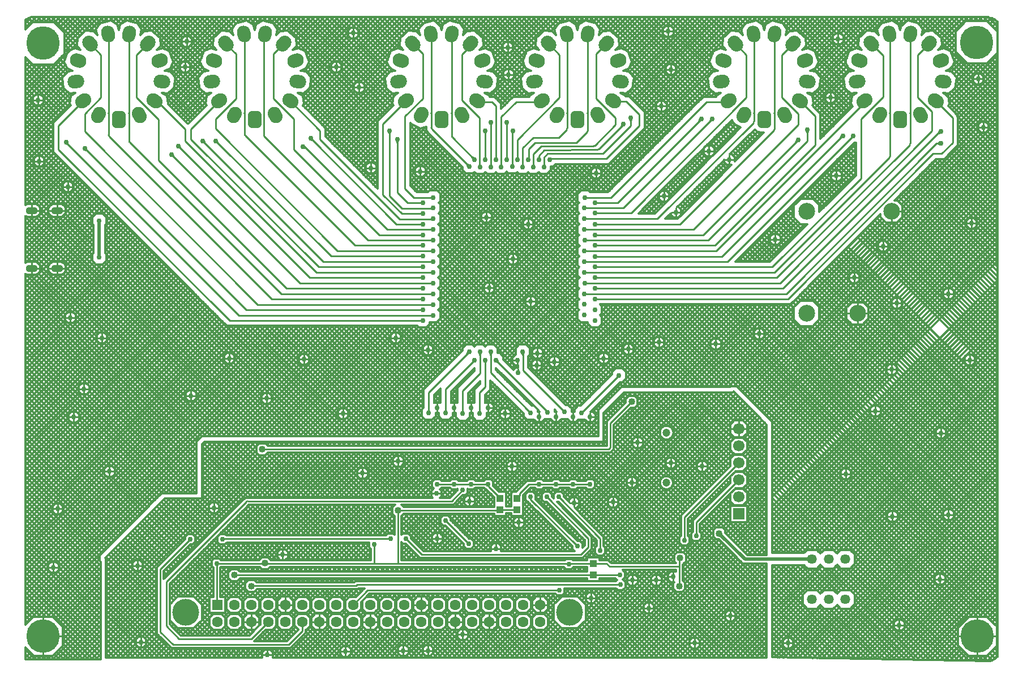
<source format=gbl>
G04*
G04 #@! TF.GenerationSoftware,Altium Limited,Altium Designer,20.0.9 (164)*
G04*
G04 Layer_Physical_Order=2*
G04 Layer_Color=16711680*
%FSLAX25Y25*%
%MOIN*%
G70*
G01*
G75*
%ADD10C,0.01000*%
%ADD18R,0.03937X0.04331*%
%ADD74C,0.01200*%
%ADD75C,0.02000*%
%ADD76C,0.15748*%
%ADD77C,0.19685*%
G04:AMPARAMS|DCode=78|XSize=78.74mil|YSize=98.43mil|CornerRadius=0mil|HoleSize=0mil|Usage=FLASHONLY|Rotation=83.076|XOffset=0mil|YOffset=0mil|HoleType=Round|Shape=Round|*
%AMOVALD78*
21,1,0.01968,0.07874,0.00000,0.00000,173.1*
1,1,0.07874,0.00977,-0.00119*
1,1,0.07874,-0.00977,0.00119*
%
%ADD78OVALD78*%

G04:AMPARAMS|DCode=79|XSize=78.74mil|YSize=98.43mil|CornerRadius=0mil|HoleSize=0mil|Usage=FLASHONLY|Rotation=55.384|XOffset=0mil|YOffset=0mil|HoleType=Round|Shape=Round|*
%AMOVALD79*
21,1,0.01968,0.07874,0.00000,0.00000,145.4*
1,1,0.07874,0.00810,-0.00559*
1,1,0.07874,-0.00810,0.00559*
%
%ADD79OVALD79*%

G04:AMPARAMS|DCode=80|XSize=78.74mil|YSize=98.43mil|CornerRadius=0mil|HoleSize=0mil|Usage=FLASHONLY|Rotation=110.768|XOffset=0mil|YOffset=0mil|HoleType=Round|Shape=Round|*
%AMOVALD80*
21,1,0.01968,0.07874,0.00000,0.00000,200.8*
1,1,0.07874,0.00920,0.00349*
1,1,0.07874,-0.00920,-0.00349*
%
%ADD80OVALD80*%

G04:AMPARAMS|DCode=81|XSize=78.74mil|YSize=98.43mil|CornerRadius=0mil|HoleSize=0mil|Usage=FLASHONLY|Rotation=138.460|XOffset=0mil|YOffset=0mil|HoleType=Round|Shape=Round|*
%AMOVALD81*
21,1,0.01968,0.07874,0.00000,0.00000,228.5*
1,1,0.07874,0.00653,0.00737*
1,1,0.07874,-0.00653,-0.00737*
%
%ADD81OVALD81*%

G04:AMPARAMS|DCode=82|XSize=78.74mil|YSize=98.43mil|CornerRadius=0mil|HoleSize=0mil|Usage=FLASHONLY|Rotation=166.152|XOffset=0mil|YOffset=0mil|HoleType=Round|Shape=Round|*
%AMOVALD82*
21,1,0.01968,0.07874,0.00000,0.00000,256.2*
1,1,0.07874,0.00236,0.00956*
1,1,0.07874,-0.00236,-0.00956*
%
%ADD82OVALD82*%

G04:AMPARAMS|DCode=83|XSize=78.74mil|YSize=98.43mil|CornerRadius=0mil|HoleSize=0mil|Usage=FLASHONLY|Rotation=193.848|XOffset=0mil|YOffset=0mil|HoleType=Round|Shape=Round|*
%AMOVALD83*
21,1,0.01968,0.07874,0.00000,0.00000,283.8*
1,1,0.07874,-0.00236,0.00956*
1,1,0.07874,0.00236,-0.00956*
%
%ADD83OVALD83*%

G04:AMPARAMS|DCode=84|XSize=78.74mil|YSize=98.43mil|CornerRadius=0mil|HoleSize=0mil|Usage=FLASHONLY|Rotation=221.540|XOffset=0mil|YOffset=0mil|HoleType=Round|Shape=Round|*
%AMOVALD84*
21,1,0.01968,0.07874,0.00000,0.00000,311.5*
1,1,0.07874,-0.00653,0.00737*
1,1,0.07874,0.00653,-0.00737*
%
%ADD84OVALD84*%

G04:AMPARAMS|DCode=85|XSize=78.74mil|YSize=98.43mil|CornerRadius=0mil|HoleSize=0mil|Usage=FLASHONLY|Rotation=249.232|XOffset=0mil|YOffset=0mil|HoleType=Round|Shape=Round|*
%AMOVALD85*
21,1,0.01968,0.07874,0.00000,0.00000,339.2*
1,1,0.07874,-0.00920,0.00349*
1,1,0.07874,0.00920,-0.00349*
%
%ADD85OVALD85*%

G04:AMPARAMS|DCode=86|XSize=78.74mil|YSize=98.43mil|CornerRadius=0mil|HoleSize=0mil|Usage=FLASHONLY|Rotation=276.924|XOffset=0mil|YOffset=0mil|HoleType=Round|Shape=Round|*
%AMOVALD86*
21,1,0.01968,0.07874,0.00000,0.00000,6.9*
1,1,0.07874,-0.00977,-0.00119*
1,1,0.07874,0.00977,0.00119*
%
%ADD86OVALD86*%

G04:AMPARAMS|DCode=87|XSize=78.74mil|YSize=98.43mil|CornerRadius=0mil|HoleSize=0mil|Usage=FLASHONLY|Rotation=304.616|XOffset=0mil|YOffset=0mil|HoleType=Round|Shape=Round|*
%AMOVALD87*
21,1,0.01968,0.07874,0.00000,0.00000,34.6*
1,1,0.07874,-0.00810,-0.00559*
1,1,0.07874,0.00810,0.00559*
%
%ADD87OVALD87*%

G04:AMPARAMS|DCode=88|XSize=78.74mil|YSize=98.43mil|CornerRadius=0mil|HoleSize=0mil|Usage=FLASHONLY|Rotation=332.308|XOffset=0mil|YOffset=0mil|HoleType=Round|Shape=Round|*
%AMOVALD88*
21,1,0.01968,0.07874,0.00000,0.00000,62.3*
1,1,0.07874,-0.00457,-0.00872*
1,1,0.07874,0.00457,0.00872*
%
%ADD88OVALD88*%

G04:AMPARAMS|DCode=89|XSize=78.74mil|YSize=98.43mil|CornerRadius=0mil|HoleSize=0mil|Usage=FLASHONLY|Rotation=27.692|XOffset=0mil|YOffset=0mil|HoleType=Round|Shape=Round|*
%AMOVALD89*
21,1,0.01968,0.07874,0.00000,0.00000,117.7*
1,1,0.07874,0.00457,-0.00872*
1,1,0.07874,-0.00457,0.00872*
%
%ADD89OVALD89*%

G04:AMPARAMS|DCode=90|XSize=78.74mil|YSize=98.43mil|CornerRadius=19.68mil|HoleSize=0mil|Usage=FLASHONLY|Rotation=0.000|XOffset=0mil|YOffset=0mil|HoleType=Round|Shape=RoundedRectangle|*
%AMROUNDEDRECTD90*
21,1,0.07874,0.05906,0,0,0.0*
21,1,0.03937,0.09843,0,0,0.0*
1,1,0.03937,0.01968,-0.02953*
1,1,0.03937,-0.01968,-0.02953*
1,1,0.03937,-0.01968,0.02953*
1,1,0.03937,0.01968,0.02953*
%
%ADD90ROUNDEDRECTD90*%
%ADD91C,0.04724*%
%ADD92C,0.05740*%
%ADD93R,0.06299X0.06299*%
%ADD94C,0.06299*%
%ADD95C,0.09843*%
%ADD96O,0.07087X0.04331*%
%ADD97R,0.06693X0.06693*%
%ADD98C,0.06693*%
%ADD99C,0.03000*%
%ADD100C,0.04000*%
G36*
X-259943Y99236D02*
X-260043Y99329D01*
X-260148Y99414D01*
X-260260Y99492D01*
X-260377Y99562D01*
X-260500Y99625D01*
X-260629Y99680D01*
X-260765Y99728D01*
X-260906Y99769D01*
X-261053Y99801D01*
X-261206Y99827D01*
X-259519Y101077D01*
X-259536Y100932D01*
X-259540Y100792D01*
X-259532Y100656D01*
X-259512Y100525D01*
X-259478Y100398D01*
X-259433Y100276D01*
X-259374Y100158D01*
X-259304Y100045D01*
X-259220Y99936D01*
X-259124Y99831D01*
X-259943Y99236D01*
D02*
G37*
G36*
X-248717Y95510D02*
X-248819Y95604D01*
X-248927Y95689D01*
X-249040Y95763D01*
X-249159Y95827D01*
X-249283Y95881D01*
X-249412Y95925D01*
X-249547Y95959D01*
X-249688Y95983D01*
X-249834Y95997D01*
X-249985Y96000D01*
X-248500Y97485D01*
X-248497Y97334D01*
X-248483Y97188D01*
X-248459Y97047D01*
X-248425Y96912D01*
X-248381Y96783D01*
X-248327Y96659D01*
X-248263Y96540D01*
X-248189Y96427D01*
X-248105Y96319D01*
X-248010Y96217D01*
X-248717Y95510D01*
D02*
G37*
G36*
X-197717Y92010D02*
X-197819Y92105D01*
X-197927Y92189D01*
X-198040Y92263D01*
X-198159Y92327D01*
X-198283Y92381D01*
X-198413Y92425D01*
X-198547Y92459D01*
X-198688Y92483D01*
X-198834Y92497D01*
X-198985Y92500D01*
X-197500Y93985D01*
X-197497Y93834D01*
X-197483Y93688D01*
X-197459Y93547D01*
X-197425Y93413D01*
X-197381Y93283D01*
X-197327Y93159D01*
X-197263Y93040D01*
X-197189Y92927D01*
X-197105Y92819D01*
X-197010Y92717D01*
X-197717Y92010D01*
D02*
G37*
G36*
X-193717Y97010D02*
X-193819Y97105D01*
X-193927Y97189D01*
X-194040Y97263D01*
X-194159Y97327D01*
X-194283Y97381D01*
X-194413Y97425D01*
X-194547Y97459D01*
X-194688Y97483D01*
X-194834Y97497D01*
X-194985Y97500D01*
X-193500Y98985D01*
X-193497Y98834D01*
X-193483Y98688D01*
X-193459Y98547D01*
X-193425Y98413D01*
X-193381Y98283D01*
X-193327Y98159D01*
X-193263Y98040D01*
X-193189Y97927D01*
X-193105Y97819D01*
X-193010Y97717D01*
X-193717Y97010D01*
D02*
G37*
G36*
X-179217Y100010D02*
X-179319Y100104D01*
X-179427Y100189D01*
X-179540Y100263D01*
X-179659Y100327D01*
X-179783Y100381D01*
X-179912Y100425D01*
X-180047Y100459D01*
X-180188Y100483D01*
X-180334Y100497D01*
X-180485Y100500D01*
X-179000Y101985D01*
X-178997Y101834D01*
X-178983Y101688D01*
X-178959Y101547D01*
X-178925Y101412D01*
X-178881Y101283D01*
X-178827Y101159D01*
X-178763Y101040D01*
X-178689Y100927D01*
X-178604Y100819D01*
X-178510Y100717D01*
X-179217Y100010D01*
D02*
G37*
G36*
X-171717D02*
X-171819Y100104D01*
X-171927Y100189D01*
X-172040Y100263D01*
X-172159Y100327D01*
X-172283Y100381D01*
X-172413Y100425D01*
X-172547Y100459D01*
X-172688Y100483D01*
X-172834Y100497D01*
X-172985Y100500D01*
X-171500Y101985D01*
X-171497Y101834D01*
X-171483Y101688D01*
X-171459Y101547D01*
X-171425Y101412D01*
X-171381Y101283D01*
X-171327Y101159D01*
X-171263Y101040D01*
X-171189Y100927D01*
X-171105Y100819D01*
X-171010Y100717D01*
X-171717Y100010D01*
D02*
G37*
G36*
X-25551Y-23283D02*
X-25457Y-23181D01*
X-25372Y-23073D01*
X-25298Y-22960D01*
X-25234Y-22841D01*
X-25180Y-22717D01*
X-25136Y-22588D01*
X-25102Y-22453D01*
X-25078Y-22312D01*
X-25065Y-22166D01*
X-25061Y-22015D01*
X-23576Y-23500D01*
X-23727Y-23503D01*
X-23873Y-23517D01*
X-24014Y-23541D01*
X-24148Y-23575D01*
X-24278Y-23619D01*
X-24402Y-23673D01*
X-24521Y-23737D01*
X-24634Y-23811D01*
X-24742Y-23896D01*
X-24844Y-23990D01*
X-25551Y-23283D01*
D02*
G37*
G36*
X-24905Y88868D02*
X-24803Y88773D01*
X-24695Y88689D01*
X-24582Y88615D01*
X-24463Y88551D01*
X-24339Y88497D01*
X-24210Y88453D01*
X-24075Y88419D01*
X-23934Y88395D01*
X-23788Y88381D01*
X-23637Y88378D01*
X-25122Y86893D01*
X-25126Y87044D01*
X-25139Y87190D01*
X-25163Y87331D01*
X-25197Y87466D01*
X-25241Y87595D01*
X-25295Y87719D01*
X-25359Y87838D01*
X-25433Y87951D01*
X-25517Y88059D01*
X-25612Y88161D01*
X-24905Y88868D01*
D02*
G37*
G36*
X-119667Y96960D02*
X-119775Y97059D01*
X-119884Y97141D01*
X-119993Y97206D01*
X-120103Y97254D01*
X-120214Y97285D01*
X-120326Y97299D01*
X-120438Y97296D01*
X-120552Y97276D01*
X-120665Y97239D01*
X-120780Y97184D01*
X-120148Y99150D01*
X-120091Y99037D01*
X-119964Y98816D01*
X-119894Y98707D01*
X-119657Y98391D01*
X-119570Y98288D01*
X-119380Y98088D01*
X-119667Y96960D01*
D02*
G37*
G36*
X-21764Y92999D02*
X-21662Y92904D01*
X-21554Y92820D01*
X-21441Y92745D01*
X-21323Y92681D01*
X-21199Y92626D01*
X-21069Y92581D01*
X-20934Y92546D01*
X-20793Y92521D01*
X-20647Y92505D01*
X-20495Y92500D01*
X-22000Y91035D01*
X-22001Y91185D01*
X-22013Y91331D01*
X-22036Y91471D01*
X-22068Y91606D01*
X-22111Y91735D01*
X-22164Y91859D01*
X-22228Y91978D01*
X-22302Y92091D01*
X-22386Y92199D01*
X-22481Y92301D01*
X-21764Y92999D01*
D02*
G37*
G36*
X-115717Y101510D02*
X-115819Y101604D01*
X-115927Y101689D01*
X-116040Y101763D01*
X-116159Y101827D01*
X-116283Y101881D01*
X-116412Y101925D01*
X-116547Y101959D01*
X-116688Y101983D01*
X-116834Y101997D01*
X-116985Y102000D01*
X-115500Y103485D01*
X-115497Y103334D01*
X-115483Y103188D01*
X-115459Y103047D01*
X-115425Y102912D01*
X-115381Y102783D01*
X-115327Y102659D01*
X-115263Y102540D01*
X-115189Y102427D01*
X-115104Y102319D01*
X-115010Y102217D01*
X-115717Y101510D01*
D02*
G37*
G36*
X-71000Y105686D02*
X-71005Y105825D01*
X-71022Y105961D01*
X-71049Y106093D01*
X-71088Y106222D01*
X-71137Y106349D01*
X-71198Y106471D01*
X-71270Y106590D01*
X-71352Y106707D01*
X-71446Y106819D01*
X-71550Y106929D01*
X-69450D01*
X-69555Y106819D01*
X-69648Y106707D01*
X-69731Y106590D01*
X-69802Y106471D01*
X-69863Y106349D01*
X-69912Y106222D01*
X-69950Y106093D01*
X-69978Y105961D01*
X-69994Y105825D01*
X-70000Y105686D01*
X-71000D01*
D02*
G37*
G36*
X-66500Y100686D02*
X-66505Y100825D01*
X-66522Y100961D01*
X-66549Y101093D01*
X-66588Y101223D01*
X-66637Y101348D01*
X-66698Y101471D01*
X-66769Y101591D01*
X-66852Y101707D01*
X-66945Y101819D01*
X-67050Y101929D01*
X-64950D01*
X-65055Y101819D01*
X-65148Y101707D01*
X-65231Y101591D01*
X-65302Y101471D01*
X-65363Y101348D01*
X-65412Y101223D01*
X-65451Y101093D01*
X-65478Y100961D01*
X-65495Y100825D01*
X-65500Y100686D01*
X-66500D01*
D02*
G37*
G36*
X-17861Y-24314D02*
X-17866Y-24175D01*
X-17883Y-24039D01*
X-17910Y-23907D01*
X-17949Y-23777D01*
X-17999Y-23652D01*
X-18059Y-23529D01*
X-18131Y-23410D01*
X-18213Y-23293D01*
X-18306Y-23181D01*
X-18411Y-23071D01*
X-16311D01*
X-16416Y-23181D01*
X-16509Y-23293D01*
X-16591Y-23410D01*
X-16663Y-23529D01*
X-16724Y-23652D01*
X-16773Y-23777D01*
X-16812Y-23907D01*
X-16839Y-24039D01*
X-16856Y-24175D01*
X-16861Y-24314D01*
X-17861D01*
D02*
G37*
G36*
X-11561D02*
X-11567Y-24175D01*
X-11583Y-24039D01*
X-11610Y-23907D01*
X-11649Y-23777D01*
X-11699Y-23652D01*
X-11759Y-23529D01*
X-11830Y-23410D01*
X-11913Y-23293D01*
X-12007Y-23181D01*
X-12111Y-23071D01*
X-10011D01*
X-10115Y-23181D01*
X-10209Y-23293D01*
X-10291Y-23410D01*
X-10363Y-23529D01*
X-10424Y-23652D01*
X-10473Y-23777D01*
X-10511Y-23907D01*
X-10539Y-24039D01*
X-10555Y-24175D01*
X-10561Y-24314D01*
X-11561D01*
D02*
G37*
G36*
X-6658Y-29049D02*
X-6759Y-28955D01*
X-6865Y-28870D01*
X-6978Y-28794D01*
X-7096Y-28726D01*
X-7219Y-28666D01*
X-7349Y-28615D01*
X-7485Y-28572D01*
X-7626Y-28538D01*
X-7773Y-28512D01*
X-7926Y-28495D01*
X-6308Y-27156D01*
X-6318Y-27304D01*
X-6316Y-27446D01*
X-6303Y-27584D01*
X-6277Y-27717D01*
X-6240Y-27845D01*
X-6192Y-27968D01*
X-6131Y-28087D01*
X-6059Y-28200D01*
X-5976Y-28309D01*
X-5880Y-28413D01*
X-6658Y-29049D01*
D02*
G37*
G36*
X7500Y-24370D02*
X7494Y-24228D01*
X7476Y-24092D01*
X7446Y-23962D01*
X7404Y-23836D01*
X7350Y-23717D01*
X7285Y-23603D01*
X7207Y-23494D01*
X7117Y-23391D01*
X7016Y-23294D01*
X6902Y-23202D01*
X8984Y-22922D01*
X8892Y-23046D01*
X8809Y-23173D01*
X8737Y-23300D01*
X8674Y-23428D01*
X8621Y-23558D01*
X8577Y-23689D01*
X8544Y-23822D01*
X8519Y-23956D01*
X8505Y-24090D01*
X8500Y-24227D01*
X7500Y-24370D01*
D02*
G37*
G36*
X65205Y110412D02*
X65301Y110517D01*
X65384Y110626D01*
X65453Y110739D01*
X65508Y110856D01*
X65549Y110976D01*
X65576Y111100D01*
X65590Y111228D01*
X65589Y111359D01*
X65574Y111493D01*
X65546Y111632D01*
X67339Y110539D01*
X67188Y110500D01*
X66903Y110405D01*
X66769Y110349D01*
X66642Y110286D01*
X66521Y110219D01*
X66405Y110145D01*
X66296Y110065D01*
X66192Y109979D01*
X66095Y109888D01*
X65205Y110412D01*
D02*
G37*
G36*
X71000Y113186D02*
X70995Y113325D01*
X70978Y113461D01*
X70951Y113593D01*
X70912Y113723D01*
X70863Y113848D01*
X70802Y113971D01*
X70731Y114091D01*
X70648Y114207D01*
X70555Y114319D01*
X70450Y114429D01*
X72550D01*
X72445Y114319D01*
X72352Y114207D01*
X72269Y114091D01*
X72198Y113971D01*
X72137Y113848D01*
X72088Y113723D01*
X72049Y113593D01*
X72022Y113461D01*
X72005Y113325D01*
X72000Y113186D01*
X71000D01*
D02*
G37*
G36*
X111010Y113717D02*
X111105Y113819D01*
X111189Y113927D01*
X111263Y114040D01*
X111327Y114159D01*
X111381Y114283D01*
X111425Y114412D01*
X111459Y114547D01*
X111483Y114688D01*
X111497Y114834D01*
X111500Y114985D01*
X112985Y113500D01*
X112834Y113497D01*
X112688Y113483D01*
X112547Y113459D01*
X112413Y113425D01*
X112283Y113381D01*
X112159Y113327D01*
X112040Y113263D01*
X111927Y113189D01*
X111819Y113104D01*
X111717Y113010D01*
X111010Y113717D01*
D02*
G37*
G36*
X117510D02*
X117604Y113819D01*
X117689Y113927D01*
X117763Y114040D01*
X117827Y114159D01*
X117881Y114283D01*
X117925Y114412D01*
X117959Y114547D01*
X117983Y114688D01*
X117997Y114834D01*
X118000Y114985D01*
X119485Y113500D01*
X119334Y113497D01*
X119188Y113483D01*
X119047Y113459D01*
X118912Y113425D01*
X118783Y113381D01*
X118659Y113327D01*
X118540Y113263D01*
X118427Y113189D01*
X118319Y113104D01*
X118217Y113010D01*
X117510Y113717D01*
D02*
G37*
G36*
X168010Y101217D02*
X168105Y101319D01*
X168189Y101427D01*
X168263Y101540D01*
X168327Y101659D01*
X168381Y101783D01*
X168425Y101912D01*
X168459Y102047D01*
X168483Y102188D01*
X168497Y102334D01*
X168500Y102485D01*
X169985Y101000D01*
X169834Y100997D01*
X169688Y100983D01*
X169547Y100959D01*
X169413Y100925D01*
X169283Y100881D01*
X169159Y100827D01*
X169040Y100763D01*
X168927Y100689D01*
X168819Y100604D01*
X168717Y100510D01*
X168010Y101217D01*
D02*
G37*
G36*
X175000Y106186D02*
X174995Y106325D01*
X174978Y106461D01*
X174951Y106593D01*
X174912Y106722D01*
X174863Y106849D01*
X174802Y106971D01*
X174731Y107090D01*
X174648Y107206D01*
X174555Y107319D01*
X174450Y107429D01*
X176550D01*
X176445Y107319D01*
X176352Y107206D01*
X176269Y107090D01*
X176198Y106971D01*
X176137Y106849D01*
X176088Y106722D01*
X176049Y106593D01*
X176022Y106461D01*
X176005Y106325D01*
X176000Y106186D01*
X175000D01*
D02*
G37*
G36*
X194388Y104095D02*
X194479Y104192D01*
X194565Y104296D01*
X194645Y104405D01*
X194719Y104520D01*
X194787Y104642D01*
X194849Y104769D01*
X194905Y104903D01*
X195000Y105187D01*
X195039Y105339D01*
X196132Y103546D01*
X195993Y103574D01*
X195859Y103589D01*
X195728Y103590D01*
X195600Y103577D01*
X195476Y103549D01*
X195356Y103508D01*
X195239Y103453D01*
X195126Y103384D01*
X195017Y103301D01*
X194912Y103205D01*
X194388Y104095D01*
D02*
G37*
G36*
X251686Y101000D02*
X251825Y101005D01*
X251961Y101022D01*
X252093Y101049D01*
X252222Y101088D01*
X252348Y101137D01*
X252471Y101198D01*
X252590Y101269D01*
X252707Y101352D01*
X252819Y101445D01*
X252929Y101550D01*
Y99450D01*
X252819Y99555D01*
X252707Y99648D01*
X252590Y99730D01*
X252471Y99802D01*
X252348Y99862D01*
X252222Y99912D01*
X252093Y99950D01*
X251961Y99978D01*
X251825Y99994D01*
X251686Y100000D01*
Y101000D01*
D02*
G37*
G36*
X251888Y106595D02*
X251979Y106692D01*
X252065Y106796D01*
X252145Y106905D01*
X252219Y107020D01*
X252287Y107142D01*
X252349Y107269D01*
X252405Y107403D01*
X252500Y107687D01*
X252539Y107839D01*
X253632Y106046D01*
X253493Y106074D01*
X253359Y106089D01*
X253227Y106090D01*
X253100Y106077D01*
X252976Y106049D01*
X252856Y106008D01*
X252739Y105953D01*
X252626Y105884D01*
X252517Y105801D01*
X252412Y105704D01*
X251888Y106595D01*
D02*
G37*
D10*
X-154086Y-110000D02*
G03*
X-154795Y-110294I0J-1000D01*
G01*
X51897Y96800D02*
G03*
X52593Y97093I-11J1000D01*
G01*
X49597Y99004D02*
G03*
X50290Y99290I-7J1000D01*
G01*
X236000Y118047D02*
G03*
X236000Y118076I-1000J5D01*
G01*
X235707Y99707D02*
G03*
X236000Y100414I-707J707D01*
G01*
X236000Y118348D02*
G03*
X236000Y118076I5435J-136D01*
G01*
X236000Y118348D02*
G03*
X236000Y118377I-1000J25D01*
G01*
X236104Y164810D02*
G03*
X236000Y164366I896J-444D01*
G01*
X224000Y118076D02*
G03*
X224000Y118051I1000J-25D01*
G01*
Y118373D02*
G03*
X224000Y118348I1000J0D01*
G01*
X224000Y164363D02*
G03*
X223898Y164803I-1000J0D01*
G01*
X224000Y118076D02*
G03*
X224000Y118348I-5435J136D01*
G01*
X223707Y92207D02*
G03*
X224000Y92919I-707J707D01*
G01*
X156104Y164810D02*
G03*
X156000Y164366I896J-444D01*
G01*
Y118047D02*
G03*
X156000Y118076I-1000J5D01*
G01*
X156000Y118348D02*
G03*
X156000Y118076I5435J-136D01*
G01*
X156000Y118348D02*
G03*
X156000Y118377I-1000J25D01*
G01*
X155707Y108207D02*
G03*
X156000Y108914I-707J707D01*
G01*
X144000Y164363D02*
G03*
X143898Y164803I-1000J0D01*
G01*
X143707Y112707D02*
G03*
X144000Y113419I-707J707D01*
G01*
Y118373D02*
G03*
X144000Y118348I1000J0D01*
G01*
Y118076D02*
G03*
X144000Y118051I1000J-25D01*
G01*
X144000Y118076D02*
G03*
X144000Y118348I-5435J136D01*
G01*
X46104Y164810D02*
G03*
X46000Y164366I896J-444D01*
G01*
X46000Y118348D02*
G03*
X46000Y118076I5435J-136D01*
G01*
X46000Y118348D02*
G03*
X46000Y118377I-1000J25D01*
G01*
Y118047D02*
G03*
X46000Y118076I-1000J5D01*
G01*
X45707Y107207D02*
G03*
X46000Y107914I-707J707D01*
G01*
X34000Y164363D02*
G03*
X33898Y164803I-1000J0D01*
G01*
X34000Y118076D02*
G03*
X34000Y118051I1000J-25D01*
G01*
X33707Y108707D02*
G03*
X34000Y109419I-707J707D01*
G01*
X34000Y118076D02*
G03*
X34000Y118348I-5435J136D01*
G01*
X34000Y118373D02*
G03*
X34000Y118348I1000J0D01*
G01*
X-34000D02*
G03*
X-34000Y118377I-1000J25D01*
G01*
Y118047D02*
G03*
X-34000Y118076I-1000J5D01*
G01*
X-34000Y104942D02*
G03*
X-33707Y104235I1000J0D01*
G01*
X-34000Y118348D02*
G03*
X-34000Y118076I5435J-136D01*
G01*
X-33896Y164810D02*
G03*
X-34000Y164366I896J-444D01*
G01*
X-46000Y164363D02*
G03*
X-46102Y164803I-1000J0D01*
G01*
X-46000Y118076D02*
G03*
X-46000Y118348I-5435J136D01*
G01*
X-46000Y118373D02*
G03*
X-46000Y118348I1000J0D01*
G01*
Y118076D02*
G03*
X-46000Y118051I1000J-25D01*
G01*
X-46000Y109670D02*
G03*
X-45707Y108963I1000J0D01*
G01*
X-156000Y118076D02*
G03*
X-156000Y118051I1000J-25D01*
G01*
X-156000Y164363D02*
G03*
X-156102Y164803I-1000J0D01*
G01*
X-156000Y105914D02*
G03*
X-155707Y105207I1000J0D01*
G01*
X-156000Y118076D02*
G03*
X-156000Y118348I-5435J136D01*
G01*
X-156000Y118373D02*
G03*
X-156000Y118348I1000J0D01*
G01*
X-224000D02*
G03*
X-224000Y118377I-1000J25D01*
G01*
Y101914D02*
G03*
X-223707Y101207I1000J0D01*
G01*
X-224000Y118348D02*
G03*
X-224000Y118076I5435J-136D01*
G01*
X-224000Y118047D02*
G03*
X-224000Y118076I-1000J5D01*
G01*
X-223896Y164810D02*
G03*
X-224000Y164366I896J-444D01*
G01*
X-236000Y118076D02*
G03*
X-236000Y118051I1000J-25D01*
G01*
X-236000Y118076D02*
G03*
X-236000Y118348I-5435J136D01*
G01*
X-236000Y118373D02*
G03*
X-236000Y118348I1000J0D01*
G01*
X-236000Y105414D02*
G03*
X-235707Y104707I1000J0D01*
G01*
X-236000Y164363D02*
G03*
X-236102Y164803I-1000J0D01*
G01*
X276000Y138500D02*
X278500D01*
X276000D02*
Y141000D01*
X273500Y138500D02*
X276000D01*
Y136000D02*
Y138500D01*
X193500Y162000D02*
X196000D01*
X193500D02*
Y164500D01*
X191000Y162000D02*
X193500D01*
Y159500D02*
Y162000D01*
X279000Y110000D02*
Y112500D01*
Y110000D02*
X281500D01*
X279000Y107500D02*
Y110000D01*
X276500D02*
X279000D01*
X272000Y53500D02*
X274500D01*
X269500D02*
X272000D01*
Y56000D01*
Y51000D02*
Y53500D01*
X225000Y54579D02*
Y60500D01*
X230921D01*
X220000Y40000D02*
Y42500D01*
Y40000D02*
X222500D01*
X220000Y37500D02*
Y40000D01*
X217500D02*
X220000D01*
X192500Y79000D02*
Y81500D01*
X195000D01*
X192500D02*
Y84000D01*
X190000Y81500D02*
X192500D01*
X189000Y127500D02*
Y130000D01*
X186500Y127500D02*
X189000D01*
X191500D01*
X189000Y125000D02*
Y127500D01*
X156500Y44000D02*
Y46500D01*
Y41500D02*
Y44000D01*
X159000D01*
X154000D02*
X156500D01*
X93500Y166500D02*
Y169000D01*
Y164000D02*
Y166500D01*
X96000D01*
X91000D02*
X93500D01*
X95000Y144000D02*
X97500D01*
X95000D02*
Y146500D01*
Y141500D02*
Y144000D01*
X92500D02*
X95000D01*
X89500Y122500D02*
Y125000D01*
X87000Y122500D02*
X89500D01*
X92000D01*
X89500Y120000D02*
Y122500D01*
X129500Y91000D02*
Y93500D01*
Y91000D02*
X132000D01*
X127000D02*
X129500D01*
Y88500D02*
Y91000D01*
X117500Y96000D02*
Y98500D01*
Y93500D02*
Y96000D01*
X120000D01*
X115000D02*
X117500D01*
X98000Y60000D02*
Y62500D01*
Y57500D02*
Y60000D01*
X100500D01*
X95500D02*
X98000D01*
X51000Y83000D02*
Y85500D01*
Y83000D02*
X53500D01*
X48500D02*
X51000D01*
Y80500D02*
Y83000D01*
X91000Y69500D02*
Y72000D01*
Y69500D02*
X93500D01*
X91000Y67000D02*
Y69500D01*
X88500D02*
X91000D01*
X258500Y12000D02*
X261000D01*
X258500D02*
Y14500D01*
Y9500D02*
Y12000D01*
X256000D02*
X258500D01*
X228000Y6500D02*
Y9000D01*
Y6500D02*
X230500D01*
X228000Y4000D02*
Y6500D01*
X225500D02*
X228000D01*
X271000Y-27000D02*
Y-24500D01*
X268500Y-27000D02*
X271000D01*
X273500D01*
X271000Y-29500D02*
Y-27000D01*
X225000Y-32500D02*
Y-30000D01*
Y-32500D02*
X227500D01*
X225000Y-35000D02*
Y-32500D01*
X222500D02*
X225000D01*
X215500Y-57000D02*
Y-54500D01*
X213000Y-57000D02*
X215500D01*
Y-59500D02*
Y-57000D01*
X205000Y500D02*
X210921D01*
X203000Y21500D02*
Y24000D01*
Y21500D02*
X205500D01*
X200500D02*
X203000D01*
Y19000D02*
Y21500D01*
X205000Y500D02*
Y6421D01*
X199079Y500D02*
X205000D01*
Y-5421D02*
Y500D01*
X258500Y-118000D02*
X261000D01*
X258500D02*
Y-115500D01*
Y-120500D02*
Y-118000D01*
X256000D02*
X258500D01*
X254000Y-70000D02*
X256500D01*
X254000D02*
Y-67500D01*
Y-72500D02*
Y-70000D01*
X251500D02*
X254000D01*
X253500Y-156000D02*
X256000D01*
X253500D02*
Y-153500D01*
Y-158500D02*
Y-156000D01*
X251000D02*
X253500D01*
X275500Y-189500D02*
X286343D01*
X275500Y-200342D02*
Y-189500D01*
Y-178657D01*
X227000Y-183000D02*
X229500D01*
X232000D01*
X229500D02*
Y-180500D01*
Y-185500D02*
Y-183000D01*
X264657Y-189500D02*
X275500D01*
X215500Y-57000D02*
X218000D01*
X225500Y-119000D02*
X228000D01*
X225500D02*
Y-116500D01*
X223000Y-119000D02*
X225500D01*
Y-121500D02*
Y-119000D01*
X198000Y-94000D02*
X200500D01*
X198000D02*
Y-91500D01*
Y-96500D02*
Y-94000D01*
X195500D02*
X198000D01*
X147000Y-11500D02*
X149500D01*
X144500D02*
X147000D01*
Y-9000D01*
Y-14000D02*
Y-11500D01*
X119000Y-17500D02*
X121500D01*
X124000D01*
X88000Y-16500D02*
Y-14000D01*
X85500Y-16500D02*
X88000D01*
X90500D01*
X121500Y-17500D02*
Y-15000D01*
Y-20000D02*
Y-17500D01*
X88000Y-19000D02*
Y-16500D01*
X70000Y-20500D02*
Y-18000D01*
Y-20500D02*
X72500D01*
X70000Y-23000D02*
Y-20500D01*
X67500D02*
X70000D01*
X12500Y7500D02*
X15000D01*
X12500D02*
Y10000D01*
Y5000D02*
Y7500D01*
X16500Y-23000D02*
Y-20500D01*
Y-23000D02*
X19000D01*
X14000D02*
X16500D01*
X55500Y-26000D02*
X58000D01*
X55500D02*
Y-23500D01*
Y-28500D02*
Y-26000D01*
X53000D02*
X55500D01*
X26500Y-28000D02*
Y-25500D01*
X16500D02*
Y-23000D01*
X26500Y-28000D02*
X29000D01*
X24000D02*
X26500D01*
Y-30500D02*
Y-28000D01*
X16000Y-30000D02*
Y-27500D01*
X164000Y-193500D02*
Y-191000D01*
Y-193500D02*
X166500D01*
X164000Y-196000D02*
Y-193500D01*
X161500D02*
X164000D01*
X16000Y-30000D02*
X18500D01*
X13500D02*
X16000D01*
Y-32500D02*
Y-30000D01*
X47500Y-60433D02*
X50000D01*
X47500D02*
Y-57933D01*
Y-62933D02*
Y-60433D01*
X37500Y-62933D02*
Y-60433D01*
Y-57933D01*
X27500Y-60433D02*
Y-57933D01*
Y-62933D02*
Y-60433D01*
X17500D02*
Y-57933D01*
Y-62933D02*
Y-60433D01*
X-1000Y157000D02*
Y159500D01*
Y157000D02*
X1500D01*
X-3500D02*
X-1000D01*
X-500Y141000D02*
X2000D01*
X-1000Y154500D02*
Y157000D01*
X-500Y141000D02*
Y143500D01*
X-3000Y141000D02*
X-500D01*
Y138500D02*
Y141000D01*
X-92000Y165500D02*
X-89500D01*
X-92000D02*
Y168000D01*
Y163000D02*
Y165500D01*
X-94500D02*
X-92000D01*
X-102000Y145500D02*
X-99500D01*
X-102000D02*
Y148000D01*
X-104500Y145500D02*
X-102000D01*
Y143000D02*
Y145500D01*
X-88500Y133500D02*
Y136000D01*
X11000Y53000D02*
Y55500D01*
Y53000D02*
X13500D01*
X8500D02*
X11000D01*
Y50500D02*
Y53000D01*
X2000Y32500D02*
X4500D01*
X-13500Y57000D02*
X-11000D01*
X-13500D02*
Y59500D01*
X-16000Y57000D02*
X-13500D01*
Y54500D02*
Y57000D01*
X2000Y32500D02*
Y35000D01*
X-500Y32500D02*
X2000D01*
X-88500Y133500D02*
X-86000D01*
X-91000D02*
X-88500D01*
Y131000D02*
Y133500D01*
X-52500Y84000D02*
Y86500D01*
Y84000D02*
X-50000D01*
X-52500Y81500D02*
Y84000D01*
X-55000D02*
X-52500D01*
X-81500Y86000D02*
X-79000D01*
X-81500D02*
Y88500D01*
X-84000Y86000D02*
X-81500D01*
Y83500D02*
Y86000D01*
X-190000Y160500D02*
Y163000D01*
Y160500D02*
X-187500D01*
X-192500D02*
X-190000D01*
Y158000D02*
Y160500D01*
X-191000Y145500D02*
Y148000D01*
Y145500D02*
X-188500D01*
X-193500D02*
X-191000D01*
Y143000D02*
Y145500D01*
X-260000Y75000D02*
X-257500D01*
X-260000D02*
Y77500D01*
Y72500D02*
Y75000D01*
X-262500D02*
X-260000D01*
X-266315Y61008D02*
Y64766D01*
Y57250D02*
Y61008D01*
X-261772D01*
X-270858D02*
X-266315D01*
X-277500Y126000D02*
X-275000D01*
X-277500D02*
Y128500D01*
Y123500D02*
Y126000D01*
X-280000D02*
X-277500D01*
X-277000Y90000D02*
Y92500D01*
Y90000D02*
X-274500D01*
X-279500D02*
X-277000D01*
Y87500D02*
Y90000D01*
X-281275Y61008D02*
Y64766D01*
Y57250D02*
Y61008D01*
X-276732D01*
X10000Y7500D02*
X12500D01*
X2000Y30000D02*
Y32500D01*
X-12000Y15500D02*
Y18000D01*
Y15500D02*
X-9500D01*
X-12000Y13000D02*
Y15500D01*
X-14500D02*
X-12000D01*
X-48000Y-21000D02*
Y-18500D01*
Y-21000D02*
X-45500D01*
X-48000Y-23500D02*
Y-21000D01*
X-50500D02*
X-48000D01*
X-67000Y-14000D02*
X-64500D01*
X-67000Y-16500D02*
Y-14000D01*
Y-11500D01*
X-69500Y-14000D02*
X-67000D01*
X4700Y-29500D02*
Y-27000D01*
X2200D02*
X4700D01*
X5000Y-34500D02*
Y-32000D01*
X-2500Y-58500D02*
X0D01*
X-5000D02*
X-2500D01*
X-12500Y-55118D02*
Y-52618D01*
X-2500Y-58500D02*
Y-56000D01*
X-12500Y-55118D02*
X-10000D01*
X-22500D02*
Y-52618D01*
X-12500Y-57618D02*
Y-55118D01*
X-22500Y-57618D02*
Y-55118D01*
X-2500Y-61000D02*
Y-58500D01*
X-32500Y-55118D02*
Y-52618D01*
Y-57618D02*
Y-55118D01*
X-121000Y-26500D02*
X-118500D01*
X-42500Y-55118D02*
Y-52618D01*
Y-57618D02*
Y-55118D01*
X-98000Y-58500D02*
Y-56000D01*
Y-58500D02*
X-95500D01*
X-100500D02*
X-98000D01*
Y-61000D02*
Y-58500D01*
X-240000Y-14000D02*
Y-11500D01*
Y-16500D02*
Y-14000D01*
X-237500D01*
X-242500D02*
X-240000D01*
X-258500Y-2000D02*
Y500D01*
Y-2000D02*
X-256000D01*
X-258500Y-4500D02*
Y-2000D01*
X-261000D02*
X-258500D01*
X-121000Y-26500D02*
Y-24000D01*
X-123500Y-26500D02*
X-121000D01*
Y-29000D02*
Y-26500D01*
X-165000Y-26000D02*
X-162500D01*
X-165000D02*
Y-23500D01*
X-167500Y-26000D02*
X-165000D01*
Y-28500D02*
Y-26000D01*
X-250500Y-44000D02*
Y-41500D01*
X-266315Y26992D02*
Y30750D01*
Y26992D02*
X-261772D01*
X-270858D02*
X-266315D01*
Y23234D02*
Y26992D01*
X-281275D02*
Y30750D01*
Y23234D02*
Y26992D01*
X-276732D01*
X-143000Y-49500D02*
Y-47000D01*
X-187500Y-48000D02*
X-185000D01*
X-187500Y-50500D02*
Y-48000D01*
X-143000Y-49500D02*
X-140500D01*
X-143000Y-52000D02*
Y-49500D01*
X-145500D02*
X-143000D01*
X-187500Y-48000D02*
Y-45500D01*
X-190000Y-48000D02*
X-187500D01*
X-253000Y-44000D02*
X-250500D01*
X-248000D01*
X-250500Y-46500D02*
Y-44000D01*
X-256500Y-60500D02*
X-254000D01*
X-256500D02*
Y-58000D01*
Y-63000D02*
Y-60500D01*
X-259000D02*
X-256500D01*
X-235500Y-92500D02*
X-233000D01*
X-235500D02*
Y-90000D01*
X-238000Y-92500D02*
X-235500D01*
Y-95000D02*
Y-92500D01*
X-266000Y-114500D02*
Y-112000D01*
X-268500Y-114500D02*
X-266000D01*
X-263500D01*
X-266000Y-117000D02*
Y-114500D01*
X-268500Y-149000D02*
X-266000D01*
X-268500D02*
Y-146500D01*
Y-151500D02*
Y-149000D01*
X-271000D02*
X-268500D01*
X-274500Y-189500D02*
X-263657D01*
X-274500D02*
Y-178657D01*
Y-200342D02*
Y-189500D01*
X135000Y-67500D02*
Y-63153D01*
Y-67500D02*
X139347D01*
X135000Y-71846D02*
Y-67500D01*
X130654D02*
X135000D01*
X95000Y-87500D02*
Y-85000D01*
X75500Y-75500D02*
X78000D01*
X75500D02*
Y-73000D01*
X73000Y-75500D02*
X75500D01*
Y-78000D02*
Y-75500D01*
X113500Y-89500D02*
Y-87000D01*
Y-89500D02*
X116000D01*
X111000D02*
X113500D01*
Y-92000D02*
Y-89500D01*
X95000Y-87500D02*
X97500D01*
X95000Y-90000D02*
Y-87500D01*
X92500D02*
X95000D01*
X72000Y-99000D02*
Y-96500D01*
Y-99000D02*
X74500D01*
X72000Y-101500D02*
Y-99000D01*
X69500D02*
X72000D01*
X61000Y-113000D02*
Y-110500D01*
Y-108000D01*
X58500Y-110500D02*
X61000D01*
X63500D01*
X1500Y-89500D02*
Y-87000D01*
Y-89500D02*
X4000D01*
X1500Y-92000D02*
Y-89500D01*
X-1000D02*
X1500D01*
X38000Y-111000D02*
X40500D01*
X38000D02*
Y-108500D01*
X35500Y-111000D02*
X38000D01*
Y-113500D02*
Y-111000D01*
X-23500Y-110000D02*
Y-107500D01*
X-26000Y-110000D02*
X-23500D01*
X-21000D01*
X-23500Y-112500D02*
Y-110000D01*
X5500Y-122500D02*
X8000D01*
X5500D02*
Y-120000D01*
X3000Y-122500D02*
X5500D01*
Y-125000D02*
Y-122500D01*
X-8000Y-138000D02*
X-5500D01*
X-8000D02*
Y-135500D01*
X-10500Y-138000D02*
X-8000D01*
X96500Y-154500D02*
Y-152000D01*
X94000Y-154500D02*
X96500D01*
Y-157000D02*
Y-154500D01*
X86500Y-156500D02*
Y-154000D01*
X72500Y-156500D02*
Y-154000D01*
X86500Y-156500D02*
X89000D01*
X86500Y-159000D02*
Y-156500D01*
X84000D02*
X86500D01*
X130000Y-177500D02*
Y-175000D01*
Y-177500D02*
X132500D01*
X127500D02*
X130000D01*
X70000Y-156500D02*
X72500D01*
X75000D01*
X72500Y-159000D02*
Y-156500D01*
X82000Y-173000D02*
X84500D01*
X82000D02*
Y-170500D01*
Y-175500D02*
Y-173000D01*
X79500D02*
X82000D01*
X130000Y-180000D02*
Y-177500D01*
X109000Y-193500D02*
Y-191000D01*
Y-196000D02*
Y-193500D01*
X111500D01*
X106500D02*
X109000D01*
X48000Y-167000D02*
Y-164500D01*
X45500Y-167000D02*
X48000D01*
X50500D01*
X48000Y-169500D02*
Y-167000D01*
X18000Y-171000D02*
X22150D01*
X18000D02*
Y-166850D01*
X13850Y-171000D02*
X18000D01*
Y-175150D02*
Y-171000D01*
X-12000Y-181000D02*
X-7850D01*
X-32000D02*
Y-176850D01*
Y-181000D02*
X-27850D01*
X-36150D02*
X-32000D01*
X-12000D02*
Y-176850D01*
X-16150Y-181000D02*
X-12000D01*
Y-185150D02*
Y-181000D01*
X-32000Y-185150D02*
Y-181000D01*
X-27500Y-188500D02*
Y-186000D01*
Y-188500D02*
X-25000D01*
X-27500Y-191000D02*
Y-188500D01*
X-30000D02*
X-27500D01*
X-65500Y-86500D02*
Y-84000D01*
Y-86500D02*
X-63000D01*
X-68000D02*
X-65500D01*
Y-89000D02*
Y-86500D01*
X-45500Y-105500D02*
X-43000D01*
X-40500D01*
X-86500Y-93500D02*
X-84000D01*
X-86500D02*
Y-91000D01*
Y-96000D02*
Y-93500D01*
X-89000D02*
X-86500D01*
X-42500Y-132000D02*
X-40000D01*
X-42500D02*
Y-129500D01*
X-45000Y-132000D02*
X-42500D01*
Y-134500D02*
Y-132000D01*
X-174000Y-114000D02*
X-171500D01*
X-174000D02*
Y-111500D01*
Y-116500D02*
Y-114000D01*
X-176500D02*
X-174000D01*
X-133500Y-141500D02*
X-131000D01*
X-133500D02*
Y-139000D01*
Y-144000D02*
Y-141500D01*
X-136000D02*
X-133500D01*
X-219000Y-148000D02*
X-216500D01*
X-219000D02*
Y-145500D01*
X-221500Y-148000D02*
X-219000D01*
Y-150500D02*
Y-148000D01*
X-56150Y-171000D02*
X-52000D01*
X-47850D01*
X-52000D02*
Y-166850D01*
Y-175150D02*
Y-171000D01*
X-48000Y-198000D02*
Y-195500D01*
Y-198000D02*
X-45500D01*
X-50500D02*
X-48000D01*
Y-200500D02*
Y-198000D01*
X-62500D02*
Y-195500D01*
Y-198000D02*
X-60000D01*
X-65000D02*
X-62500D01*
Y-200500D02*
Y-198000D01*
X-86150Y-181000D02*
X-82000D01*
X-77850D01*
X-82000D02*
Y-176850D01*
Y-185150D02*
Y-181000D01*
X-112000D02*
Y-176850D01*
X-116150Y-181000D02*
X-112000D01*
X-107850D01*
X-112000Y-185150D02*
Y-181000D01*
X-96500Y-198500D02*
X-94000D01*
X-96500Y-201000D02*
Y-198500D01*
Y-196000D01*
X-99000Y-198500D02*
X-96500D01*
X-132000Y-171000D02*
Y-166850D01*
Y-171000D02*
X-127850D01*
X-136150D02*
X-132000D01*
Y-175150D02*
Y-171000D01*
X-152000Y-181000D02*
Y-176850D01*
Y-185150D02*
Y-181000D01*
X-156150D02*
X-152000D01*
X-147850D01*
X-142500Y-200500D02*
X-140000D01*
X-142500D02*
Y-198000D01*
X-145000Y-200500D02*
X-142500D01*
X-217000Y-193000D02*
X-214500D01*
X-217000D02*
Y-190500D01*
X-219500Y-193000D02*
X-217000D01*
Y-195500D02*
Y-193000D01*
X-89750Y-159250D02*
X65250D01*
X-162000Y-153500D02*
X65000D01*
X100000Y-144000D02*
X100500Y-143500D01*
X100000Y-148500D02*
Y-144000D01*
Y-160000D02*
Y-148500D01*
X-144000Y-146653D02*
X-79500D01*
X-172346D02*
X-144000D01*
X-65500D02*
X35000D01*
X49400D01*
X-7800Y-27200D02*
X22500Y-57500D01*
X-8000Y-27200D02*
X-7800D01*
X22500Y-57700D02*
Y-57500D01*
X-8000Y-27200D02*
X-7800Y-27000D01*
X-79543Y-135550D02*
X-79500Y-135593D01*
X-154086Y-110000D02*
X-34000D01*
X-154795Y-110295D02*
X-154795Y-110294D01*
X-202086Y-157586D02*
X-154795Y-110295D01*
X-152000Y-191000D02*
X-142000Y-181000D01*
X-194500Y-191000D02*
X-152000D01*
X-202086Y-183414D02*
Y-157586D01*
X-130000Y-194500D02*
X-122000Y-186500D01*
X-198000Y-194500D02*
X-130000D01*
X-205500Y-187000D02*
X-198000Y-194500D01*
X-205500Y-150000D02*
X-188000Y-132500D01*
X-205500Y-187000D02*
Y-150000D01*
X110000Y-130500D02*
Y-122500D01*
X103000Y-133000D02*
Y-119500D01*
X12500Y-109000D02*
X40000Y-136500D01*
X42000Y-141500D02*
X46500Y-137000D01*
X-51500Y-141500D02*
X42000D01*
X-61000Y-132000D02*
X-51500Y-141500D01*
X22000Y-107500D02*
X46500Y-132000D01*
X53500Y-139000D02*
Y-132000D01*
X29000Y-107500D02*
X53500Y-132000D01*
X46500Y-137000D02*
Y-132000D01*
X-44939Y62321D02*
X-44780Y62480D01*
X-111500Y103000D02*
X-64500Y56000D01*
X44169Y31020D02*
X44189Y31000D01*
X44169Y62480D02*
X44189Y62500D01*
X17300Y91000D02*
Y93300D01*
X20458Y96458D01*
X51897Y96800D01*
X22500Y94500D02*
X55000D01*
X20350Y86590D02*
Y92350D01*
X22500Y94500D01*
X22030Y98812D02*
X49597Y99004D01*
X22029Y98812D02*
X22030Y98812D01*
X18751Y98812D02*
X22029D01*
X14150Y94212D02*
X18751Y98812D01*
X50290Y99290D02*
X50293Y99293D01*
X14150Y94212D02*
X14150D01*
X-17500Y86741D02*
Y115500D01*
X236121Y164845D02*
X236123Y164847D01*
X236000Y118348D02*
X236000D01*
X236104Y164810D02*
X236121Y164845D01*
X236000Y100414D02*
Y118047D01*
X236000Y118076D02*
X236000D01*
X223878Y164844D02*
X223898Y164803D01*
X224000Y92919D02*
Y118051D01*
X224000Y118348D02*
X224000D01*
X224000Y118373D02*
X224000Y164363D01*
X223875Y164847D02*
X223878Y164844D01*
X100500Y53000D02*
X155707Y108207D01*
X156000Y118348D02*
X156000D01*
X156121Y164845D02*
X156123Y164847D01*
X156000Y108914D02*
Y118047D01*
X156000Y118076D02*
X156000D01*
X87150Y56150D02*
X143707Y112707D01*
X144000Y118373D02*
X144000Y164363D01*
X143878Y164844D02*
X143898Y164803D01*
X143875Y164847D02*
X143878Y164844D01*
X144000Y118076D02*
X144000D01*
X46104Y164810D02*
X46121Y164845D01*
X46000Y107914D02*
Y118047D01*
X46000Y118348D02*
X46000D01*
X39455Y100955D02*
X45707Y107207D01*
X46000Y118377D02*
Y164366D01*
X34000Y118373D02*
X34000Y164363D01*
X34000Y118348D02*
X34000D01*
X33875Y164847D02*
X33878Y164844D01*
X33898Y164803D01*
X28938Y103937D02*
X33707Y108707D01*
X-34000Y118377D02*
Y164366D01*
X-33879Y164845D02*
X-33877Y164847D01*
X-20500Y91000D02*
Y91000D01*
X-33896Y164810D02*
X-33879Y164845D01*
X-46122Y164844D02*
X-46102Y164803D01*
X-46000Y118373D02*
X-46000Y164363D01*
X-46000Y118348D02*
X-46000D01*
X-46125Y164847D02*
X-46122Y164844D01*
X-46000Y118051D02*
X-46000Y109670D01*
X-156000Y118051D02*
X-156000Y105914D01*
X-156000Y118373D02*
X-156000Y164363D01*
X-155707Y105207D02*
X-91000Y40500D01*
X-156000Y118076D02*
X-156000D01*
X-156000Y118348D02*
X-156000D01*
X-223879Y164845D02*
X-223877Y164847D01*
X-224000Y118348D02*
X-224000D01*
X-223896Y164810D02*
X-223879Y164845D01*
X-224000Y118377D02*
Y164366D01*
X-223707Y101207D02*
X-134421Y11920D01*
X-236000Y118373D02*
X-236000Y164363D01*
X-236122Y164844D02*
X-236102Y164803D01*
X-236000Y118348D02*
X-236000D01*
X-236000Y118051D02*
X-236000Y105414D01*
X-235707Y104707D02*
X-139800Y8800D01*
X249500Y94500D02*
X254500D01*
X161171Y15171D02*
X253500Y107500D01*
X50429Y15171D02*
X161171D01*
X254500Y94500D02*
X261000Y101000D01*
X163900Y8900D02*
X249500Y94500D01*
X261000Y101000D02*
Y115523D01*
X50319Y8900D02*
X163900D01*
X251500Y100500D02*
X254000D01*
X44169Y12050D02*
X163050D01*
X251500Y100500D01*
X251061Y125463D02*
X261000Y115523D01*
X253500Y107500D02*
X254000D01*
X240500Y127500D02*
X248800Y119200D01*
X44280Y18320D02*
X159320D01*
X248800Y107800D02*
Y119200D01*
X159320Y18320D02*
X248800Y107800D01*
X196000Y105000D02*
X196500D01*
X50319Y34000D02*
X125000D01*
X251060Y125463D02*
X251061D01*
X125000Y34000D02*
X196000Y105000D01*
X208940Y124440D02*
Y125463D01*
X121650Y37150D02*
X208940Y124440D01*
X50429Y40471D02*
X120971D01*
X117020Y43521D02*
X175500Y102000D01*
X44280Y43521D02*
X117020D01*
X120971Y40471D02*
X180000Y99500D01*
X44189Y31000D02*
X128500D01*
X202500Y105000D01*
X114200Y46700D02*
X170000Y102500D01*
X44169Y37150D02*
X121650D01*
X50319Y46700D02*
X114200D01*
X175500Y102000D02*
Y108500D01*
X180000Y99500D02*
Y116523D01*
X207000Y115000D02*
X220000Y128000D01*
X207000Y80000D02*
Y115000D01*
X50319Y27800D02*
X154800D01*
X236000Y118377D02*
Y164366D01*
X246969Y159155D02*
Y159155D01*
X44169Y24650D02*
X156150D01*
X240500Y152687D02*
X246969Y159155D01*
X240500Y127500D02*
Y152687D01*
X156150Y24650D02*
X223707Y92207D01*
X50319Y21500D02*
X157500D01*
X154800Y27800D02*
X207000Y80000D01*
X157500Y21500D02*
X235707Y99707D01*
X224000Y118076D02*
X224000D01*
X220000Y128000D02*
Y152184D01*
X213030Y159154D02*
Y159154D01*
Y159154D02*
X220000Y152184D01*
X44169Y49750D02*
X108250D01*
X170000Y111500D02*
Y118000D01*
X108250Y49750D02*
X170000Y111500D01*
X160500Y127500D02*
X170000Y118000D01*
X63571Y65571D02*
X113000Y115000D01*
X50429Y65571D02*
X63571D01*
X67000Y62500D02*
X119500Y115000D01*
X44189Y62500D02*
X67000D01*
X112000Y115000D02*
X113000D01*
X171061Y125463D02*
X180000Y116523D01*
X59720Y68721D02*
X115903Y124904D01*
X44280Y68721D02*
X59720D01*
X50319Y59520D02*
X50499Y59700D01*
X71700D01*
X139500Y127500D02*
Y152684D01*
X71700Y59700D02*
X139500Y127500D01*
X144000Y113419D02*
Y118051D01*
X44169Y56150D02*
X87150D01*
X144000Y118348D02*
X144000D01*
X133030Y159154D02*
Y159154D01*
Y159154D02*
X139500Y152684D01*
X156104Y164810D02*
X156121Y164845D01*
X50319Y53000D02*
X100500D01*
X171060Y125463D02*
X171061D01*
X128380Y124904D02*
X128940Y125463D01*
X115903Y124904D02*
X128380D01*
X160500Y127500D02*
Y152603D01*
X166969Y159072D02*
Y159155D01*
X160500Y152603D02*
X166969Y159072D01*
X156000Y118377D02*
Y164366D01*
X-261000Y101000D02*
Y101312D01*
Y101000D02*
X-159320Y-679D01*
X-44848D01*
X-250000Y97500D02*
X-155100Y2600D01*
X-51069D01*
X-250000Y107500D02*
X-148221Y5720D01*
X-265500Y97000D02*
X-164700Y-3800D01*
X-251061Y125463D02*
X-251060D01*
X-265500Y111023D02*
X-251061Y125463D01*
X-250000Y118000D02*
X-240500Y127500D01*
X-148221Y5720D02*
X-44848D01*
X-250000Y107500D02*
Y118000D01*
X-265500Y97000D02*
Y111023D01*
X-164700Y-3800D02*
X-51069D01*
X-139800Y8800D02*
X-51069D01*
X-236000Y118076D02*
X-236000D01*
X-236125Y164847D02*
X-236122Y164844D01*
X-246970Y159154D02*
Y159154D01*
X-240500Y127500D02*
Y152684D01*
X-246970Y159154D02*
X-240500Y152684D01*
X-195000Y99000D02*
X-117500Y21500D01*
X-51069D01*
X-199000Y94000D02*
X-123320Y18320D01*
X-44848D01*
X-206500Y90500D02*
X-131200Y15200D01*
X-51069D01*
X-191000Y102000D02*
X-113620Y24621D01*
X-207463Y125463D02*
X-191000Y109000D01*
X-112300Y27800D02*
X-51069D01*
X-191000Y102000D02*
Y109000D01*
X-187500Y103000D02*
X-112300Y27800D01*
X-187500Y109023D02*
X-171061Y125463D01*
X-109520Y31021D02*
X-44848D01*
X-187500Y103000D02*
Y109023D01*
X-113620Y24621D02*
X-44848D01*
X-180500Y102000D02*
X-109520Y31021D01*
X-208940Y125463D02*
X-207463D01*
X-219500Y127500D02*
Y152687D01*
Y127500D02*
X-206500Y114500D01*
Y90500D02*
Y114500D01*
X-224000Y101914D02*
Y118047D01*
X-224000Y118076D02*
X-224000D01*
X-134421Y11920D02*
X-44848D01*
X-213031Y159155D02*
Y159155D01*
X-219500Y152687D02*
X-213031Y159155D01*
X-173000Y102000D02*
X-105100Y34100D01*
X-51069D01*
X-101221Y37220D02*
X-44848D01*
X-173086Y109086D02*
Y114914D01*
Y109086D02*
X-101221Y37220D01*
X-156125Y164847D02*
X-156122Y164844D01*
X-91000Y40500D02*
X-51069D01*
X-173086Y114914D02*
X-161000Y127000D01*
X-156122Y164844D02*
X-156102Y164803D01*
X-171061Y125463D02*
X-171060D01*
X-161000Y127000D02*
Y153100D01*
X-117000Y103500D02*
X-66500Y53000D01*
X-51000D01*
X-120500Y98500D02*
X-71820Y49821D01*
X-121500Y98500D02*
X-120500D01*
X-71820Y49821D02*
X-44780D01*
X-127000Y97000D02*
Y115000D01*
Y97000D02*
X-76700Y46700D01*
X-144500Y164224D02*
X-143877Y164847D01*
X-144500Y105000D02*
X-83121Y43620D01*
X-70500Y69500D02*
X-63320Y62321D01*
X-45000Y56000D02*
X-44780Y56221D01*
X-70500Y69500D02*
Y108000D01*
X-64500Y56000D02*
X-45000D01*
X-128939Y125463D02*
X-111500Y108023D01*
X-74500Y70404D02*
X-63296Y59200D01*
X-111500Y103000D02*
Y108023D01*
X-74500Y112023D02*
X-61061Y125463D01*
X-63320Y62321D02*
X-44939D01*
X-60000Y65500D02*
X-51000D01*
X-66000Y71500D02*
Y103000D01*
X-63296Y59200D02*
X-51000D01*
X-66000Y71500D02*
X-60000Y65500D01*
X-74500Y70404D02*
Y112023D01*
X-128940Y125463D02*
X-128939D01*
X-166970Y159070D02*
Y159154D01*
Y159070D02*
X-161000Y153100D01*
X-83121Y43620D02*
X-44848D01*
X-76700Y46700D02*
X-51000D01*
X-139000Y127000D02*
Y153187D01*
Y127000D02*
X-127000Y115000D01*
X-144500Y105000D02*
Y164224D01*
X-133031Y159155D02*
Y159155D01*
X-139000Y153187D02*
X-133031Y159155D01*
X55000Y94500D02*
X71500Y111000D01*
Y115500D01*
X67000Y111500D02*
Y112000D01*
X76500Y111000D02*
Y117500D01*
X-11000Y86611D02*
Y113000D01*
Y86611D02*
X-10980Y86590D01*
X-8000Y91000D02*
Y122500D01*
X1578Y107037D02*
X2000Y107459D01*
X1578Y86878D02*
Y107037D01*
X-1600Y91285D02*
Y113900D01*
X-14350Y91150D02*
Y108000D01*
Y91150D02*
X-14200Y91000D01*
X-10403Y124904D02*
X-8000Y122500D01*
X-18380Y124904D02*
X-10403D01*
X-61061Y125463D02*
X-61061D01*
X-56221Y68721D02*
X-44780D01*
X-61500Y74000D02*
X-56221Y68721D01*
X-56970Y159154D02*
Y159154D01*
X-45707Y108963D02*
X-23622Y86878D01*
X-61500Y116500D02*
X-51000Y127000D01*
X-56970Y159154D02*
X-51000Y153184D01*
Y127000D02*
Y153184D01*
X-46000Y118076D02*
X-46000D01*
X-61500Y74000D02*
Y116500D01*
X2000Y107459D02*
Y108000D01*
X-4850Y116150D02*
X3903Y124904D01*
X-1700Y91185D02*
X-1600Y91285D01*
X-4850Y86590D02*
Y116150D01*
X-18939Y125463D02*
X-18380Y124904D01*
X-17500Y86741D02*
X-17350Y86590D01*
X-28000Y126000D02*
X-17500Y115500D01*
X-33707Y104235D02*
X-20486Y91014D01*
X-34000Y104942D02*
Y118047D01*
X-20500Y91000D02*
X-20486Y91014D01*
X3903Y124904D02*
X18380D01*
X4728Y91472D02*
Y102728D01*
X61061Y125463D02*
X61245Y125278D01*
X23600Y91100D02*
X23983Y91483D01*
X68722Y125278D02*
X76500Y117500D01*
X61245Y125278D02*
X68722D01*
X57000Y91500D02*
X76500Y111000D01*
X25168Y91483D02*
X25186Y91500D01*
X51000Y127000D02*
X62500Y115500D01*
Y111500D02*
Y115500D01*
X14150Y86590D02*
Y94212D01*
X23983Y91483D02*
X25168D01*
X52593Y97093D02*
X67000Y111500D01*
X25186Y91500D02*
X57000D01*
X46121Y164845D02*
X46123Y164847D01*
X11281Y97281D02*
X14955Y100955D01*
X46000Y118076D02*
X46000D01*
X18380Y124904D02*
X18939Y125463D01*
X7850Y86590D02*
Y97850D01*
X13938Y103937D01*
X34000Y109419D02*
Y118051D01*
X13938Y103937D02*
X28938D01*
X50293Y99293D02*
X62500Y111500D01*
X11000Y91185D02*
X11281Y91466D01*
X14955Y100955D02*
X39455D01*
X11281Y91466D02*
Y97281D01*
X34000Y118076D02*
X34000D01*
X51000Y127000D02*
Y153187D01*
X56969Y159155D02*
Y159155D01*
X51000Y153187D02*
X56969Y159155D01*
X4728Y102728D02*
X29500Y127500D01*
Y152684D01*
X23030Y159154D02*
Y159154D01*
Y159154D02*
X29500Y152684D01*
X-23031Y157969D02*
Y159155D01*
X-28000Y153000D02*
X-23031Y157969D01*
X-28000Y126000D02*
Y153000D01*
X8000Y-33000D02*
X32500Y-57500D01*
X8000Y-33000D02*
Y-22200D01*
X7800Y-22000D02*
X8000Y-22200D01*
X-11061Y-34439D02*
X12500Y-58000D01*
X-11061Y-34439D02*
Y-22000D01*
X-14300Y-42800D02*
Y-27000D01*
X-17361Y-34861D02*
Y-22000D01*
X-17500Y-46000D02*
X-14300Y-42800D01*
X-27500Y-45000D02*
X-17361Y-34861D01*
X-17500Y-58500D02*
Y-46000D01*
X42500Y-58000D02*
X64500Y-36000D01*
X-27500Y-58500D02*
Y-45000D01*
X-37500Y-44000D02*
X-20500Y-27000D01*
X-37500Y-58000D02*
Y-44000D01*
X-47500Y-58000D02*
Y-45939D01*
X-23561Y-22000D01*
X-169000Y-132500D02*
X-168750Y-132250D01*
X-79500Y-146653D02*
Y-135593D01*
X-168750Y-132250D02*
X-70250D01*
X11500Y-100000D02*
X17500D01*
X5968Y-106839D02*
Y-105532D01*
X4500Y-108307D02*
X5968Y-106839D01*
Y-105532D02*
X11500Y-100000D01*
X12500Y-109000D02*
Y-108250D01*
X37500Y-100000D02*
X47500D01*
X27500D02*
X37500D01*
X17500D02*
X27500D01*
X-5500Y-115000D02*
X4500D01*
X-5500Y-108307D02*
Y-108110D01*
X-12117Y-101493D02*
X-5500Y-108110D01*
X-12117Y-101493D02*
Y-100383D01*
X-12500Y-100000D02*
X-12117Y-100383D01*
X-22500Y-100000D02*
X-12500D01*
X-32500D02*
X-22500D01*
X-42500D02*
X-32500D01*
X-6000Y-115500D02*
X-5500Y-115000D01*
X-65500Y-115500D02*
X-6000D01*
X-90250Y-159750D02*
X-90000Y-159500D01*
X-89750Y-159250D01*
X-151750Y-159750D02*
X-90250D01*
X-152000Y-160000D02*
X-151750Y-159750D01*
X-83500Y-162500D02*
X29500D01*
X-92000Y-171000D02*
X-83500Y-162500D01*
X-79500Y-146653D02*
X-65500D01*
Y-115500D01*
X-172346Y-170653D02*
X-172000Y-171000D01*
X-172346Y-170653D02*
Y-146653D01*
X49400D02*
X57153D01*
X59000Y-148500D01*
X100000D01*
X-37500Y-121500D02*
X-24000Y-135000D01*
X-122000Y-186500D02*
Y-181000D01*
X-202086Y-183414D02*
X-194500Y-191000D01*
X-34000Y-110000D02*
X-27500Y-103500D01*
X-70250Y-132250D02*
X-70000Y-132000D01*
X103000Y-119500D02*
X135000Y-87500D01*
X110000Y-122500D02*
X135000Y-97500D01*
X-145500Y-79500D02*
X58500D01*
X59500Y-78500D01*
Y-64000D01*
X72000Y-51500D01*
D18*
X4500Y-115000D02*
D03*
Y-108307D02*
D03*
X-5500Y-115000D02*
D03*
Y-108307D02*
D03*
X49400Y-146653D02*
D03*
Y-153347D02*
D03*
D74*
X287500Y172050D02*
G03*
X280500Y174900I-7000J-7173D01*
G01*
X279500Y138500D02*
G03*
X279500Y138500I-3500J0D01*
G01*
X197000Y162000D02*
G03*
X197000Y162000I-3500J0D01*
G01*
X192500Y127500D02*
G03*
X192500Y127500I-3500J0D01*
G01*
X282500Y110000D02*
G03*
X282500Y110000I-3500J0D01*
G01*
X264100Y115523D02*
G03*
X263192Y117715I-3100J0D01*
G01*
X275500Y53500D02*
G03*
X275500Y53500I-3500J0D01*
G01*
X223500Y40000D02*
G03*
X223500Y40000I-3500J0D01*
G01*
X196000Y81500D02*
G03*
X196000Y81500I-3500J0D01*
G01*
X160000Y44000D02*
G03*
X160000Y44000I-3500J0D01*
G01*
X97000Y166500D02*
G03*
X97000Y166500I-3500J0D01*
G01*
X98500Y144000D02*
G03*
X98500Y144000I-3500J0D01*
G01*
X93000Y122500D02*
G03*
X93000Y122500I-3500J0D01*
G01*
X144372Y108722D02*
G03*
X148031Y106888I3660J2735D01*
G01*
X133000Y91000D02*
G03*
X130098Y94449I-3500J0D01*
G01*
X132856Y90006D02*
G03*
X133000Y91000I-3356J994D01*
G01*
X126051Y90402D02*
G03*
X130494Y87644I3449J599D01*
G01*
X120419Y94069D02*
G03*
X121000Y96000I-2919J1931D01*
G01*
X115569Y98919D02*
G03*
X114581Y97931I1931J-2919D01*
G01*
X121000Y96000D02*
G03*
X115569Y98919I-3500J0D01*
G01*
X114581Y97931D02*
G03*
X119431Y93081I2919J-1931D01*
G01*
D02*
G03*
X120419Y94069I-1931J2919D01*
G01*
X101500Y60000D02*
G03*
X99003Y63353I-3500J0D01*
G01*
X93919Y67569D02*
G03*
X94500Y69500I-2919J1931D01*
G01*
X100919Y58069D02*
G03*
X101500Y60000I-2919J1931D01*
G01*
X99931Y57081D02*
G03*
X100919Y58069I-1931J2919D01*
G01*
X94647Y58997D02*
G03*
X99931Y57081I3353J1003D01*
G01*
X54500Y83000D02*
G03*
X54500Y83000I-3500J0D01*
G01*
X89069Y72419D02*
G03*
X88081Y71431I1931J-2919D01*
G01*
X94500Y69500D02*
G03*
X89069Y72419I-3500J0D01*
G01*
X88081Y71431D02*
G03*
X92931Y66581I2919J-1931D01*
G01*
D02*
G03*
X93919Y67569I-1931J2919D01*
G01*
X262000Y12000D02*
G03*
X262000Y12000I-3500J0D01*
G01*
X231500Y6500D02*
G03*
X231500Y6500I-3500J0D01*
G01*
X274500Y-27000D02*
G03*
X274500Y-27000I-3500J0D01*
G01*
X228500Y-32500D02*
G03*
X228500Y-32500I-3500J0D01*
G01*
X219000Y-57000D02*
G03*
X219000Y-57000I-3500J0D01*
G01*
X206500Y21500D02*
G03*
X206500Y21500I-3500J0D01*
G01*
X257500Y-70000D02*
G03*
X257500Y-70000I-3500J0D01*
G01*
X262000Y-118000D02*
G03*
X262000Y-118000I-3500J0D01*
G01*
X257000Y-156000D02*
G03*
X257000Y-156000I-3500J0D01*
G01*
X283235Y-203991D02*
G03*
X287500Y-201452I-2835J9613D01*
G01*
X229000Y-119000D02*
G03*
X229000Y-119000I-3500J0D01*
G01*
X201500Y-94000D02*
G03*
X201500Y-94000I-3500J0D01*
G01*
X233000Y-183000D02*
G03*
X233000Y-183000I-3500J0D01*
G01*
X150500Y-11500D02*
G03*
X150500Y-11500I-3500J0D01*
G01*
X125000Y-17500D02*
G03*
X125000Y-17500I-3500J0D01*
G01*
X91500Y-16500D02*
G03*
X91500Y-16500I-3500J0D01*
G01*
X73500Y-20500D02*
G03*
X73500Y-20500I-3500J0D01*
G01*
X59000Y-26000D02*
G03*
X59000Y-26000I-3500J0D01*
G01*
X30000Y-28000D02*
G03*
X30000Y-28000I-3500J0D01*
G01*
X20000Y-23000D02*
G03*
X20000Y-23000I-3500J0D01*
G01*
X19500Y-30000D02*
G03*
X19500Y-30000I-3500J0D01*
G01*
X167500Y-193500D02*
G03*
X167500Y-193500I-3500J0D01*
G01*
X38400Y-57051D02*
G03*
X36600Y-57051I-900J-3382D01*
G01*
X27289Y-56939D02*
G03*
X26600Y-57051I211J-3494D01*
G01*
X17289Y-56939D02*
G03*
X16600Y-57051I211J-3494D01*
G01*
X51000Y-60433D02*
G03*
X48155Y-56995I-3500J0D01*
G01*
X44422Y-62100D02*
G03*
X51000Y-60433I3078J1667D01*
G01*
X34200Y-61600D02*
G03*
X40578Y-62100I3300J1167D01*
G01*
X24278Y-61800D02*
G03*
X30800Y-61600I3222J1367D01*
G01*
X14423Y-62100D02*
G03*
X20722Y-61800I3078J1667D01*
G01*
X2500Y157000D02*
G03*
X2500Y157000I-3500J0D01*
G01*
X3000Y141000D02*
G03*
X3000Y141000I-3500J0D01*
G01*
X-88500Y165500D02*
G03*
X-88500Y165500I-3500J0D01*
G01*
X-98500Y145500D02*
G03*
X-98500Y145500I-3500J0D01*
G01*
X-85000Y133500D02*
G03*
X-85000Y133500I-3500J0D01*
G01*
X14500Y53000D02*
G03*
X14500Y53000I-3500J0D01*
G01*
X-10000Y57000D02*
G03*
X-10000Y57000I-3500J0D01*
G01*
X-49100Y109670D02*
G03*
X-47899Y106771I4100J0D01*
G01*
X-49000Y84000D02*
G03*
X-49000Y84000I-3500J0D01*
G01*
X-78000Y86000D02*
G03*
X-78000Y86000I-3500J0D01*
G01*
X-186500Y160500D02*
G03*
X-186500Y160500I-3500J0D01*
G01*
X-187500Y145500D02*
G03*
X-187500Y145500I-3500J0D01*
G01*
X-281337Y174829D02*
G03*
X-285000Y173297I1959J-9829D01*
G01*
X-256500Y75000D02*
G03*
X-256500Y75000I-3500J0D01*
G01*
X-261172Y62297D02*
G03*
X-263652Y64773I-3763J-1289D01*
G01*
D02*
G03*
X-264935Y64986I-1283J-3765D01*
G01*
X-267695D02*
G03*
X-268978Y64773I0J-3978D01*
G01*
X-261172Y59719D02*
G03*
X-260957Y61008I-3763J1289D01*
G01*
D02*
G03*
X-261172Y62297I-3978J0D01*
G01*
X-263652Y57243D02*
G03*
X-261172Y59719I-1283J3765D01*
G01*
X-264935Y57030D02*
G03*
X-263652Y57243I0J3978D01*
G01*
X-268978D02*
G03*
X-267695Y57030I1283J3765D01*
G01*
X-274000Y126000D02*
G03*
X-274000Y126000I-3500J0D01*
G01*
X-273500Y90000D02*
G03*
X-273500Y90000I-3500J0D01*
G01*
X-268978Y64773D02*
G03*
X-271458Y62297I1283J-3765D01*
G01*
X-275917Y61008D02*
G03*
X-276132Y62297I-3978J0D01*
G01*
X-271458D02*
G03*
X-271458Y59719I3763J-1289D01*
G01*
D02*
G03*
X-268978Y57243I3763J1289D01*
G01*
X-276132Y59719D02*
G03*
X-275917Y61008I-3763J1289D01*
G01*
X-278612Y64773D02*
G03*
X-279895Y64986I-1283J-3765D01*
G01*
X-282655D02*
G03*
X-283938Y64773I0J-3978D01*
G01*
X-276132Y62297D02*
G03*
X-278612Y64773I-3763J-1289D01*
G01*
X-283938D02*
G03*
X-285000Y64221I1283J-3765D01*
G01*
X-278612Y57243D02*
G03*
X-276132Y59719I-1283J3765D01*
G01*
X-279895Y57030D02*
G03*
X-278612Y57243I0J3978D01*
G01*
X-283938D02*
G03*
X-282655Y57030I1283J3765D01*
G01*
X-285000Y57795D02*
G03*
X-283938Y57243I2345J3213D01*
G01*
X5500Y32500D02*
G03*
X5500Y32500I-3500J0D01*
G01*
X16000Y7500D02*
G03*
X16000Y7500I-3500J0D01*
G01*
X-8500Y15500D02*
G03*
X-8500Y15500I-3500J0D01*
G01*
X3700Y-23646D02*
G03*
X4900Y-30494I1000J-3354D01*
G01*
X-44500Y-21000D02*
G03*
X-44500Y-21000I-3500J0D01*
G01*
X-63500Y-14000D02*
G03*
X-63500Y-14000I-3500J0D01*
G01*
X-117500Y-26500D02*
G03*
X-117500Y-26500I-3500J0D01*
G01*
X4900Y-31001D02*
G03*
X2137Y-32487I100J-3499D01*
G01*
X1000Y-58500D02*
G03*
X1000Y-58500I-3500J0D01*
G01*
X-9000Y-55118D02*
G03*
X-14400Y-52179I-3500J0D01*
G01*
X-13400Y-58500D02*
G03*
X-9000Y-55118I900J3382D01*
G01*
X-20600Y-52179D02*
G03*
X-24400Y-52179I-1900J-2939D01*
G01*
X-30600D02*
G03*
X-34400Y-52179I-1900J-2939D01*
G01*
X-40600D02*
G03*
X-44400Y-52179I-1900J-2939D01*
G01*
X-43400Y-58500D02*
G03*
X-41600Y-58500I900J3382D01*
G01*
X-23400D02*
G03*
X-21600Y-58500I900J3382D01*
G01*
X-33400D02*
G03*
X-31600Y-58500I900J3382D01*
G01*
X-94500Y-58500D02*
G03*
X-94500Y-58500I-3500J0D01*
G01*
X-236500Y-14000D02*
G03*
X-236500Y-14000I-3500J0D01*
G01*
X-260957Y26992D02*
G03*
X-261172Y28281I-3978J0D01*
G01*
Y25703D02*
G03*
X-260957Y26992I-3763J1289D01*
G01*
X-255000Y-2000D02*
G03*
X-255000Y-2000I-3500J0D01*
G01*
X-261172Y28281D02*
G03*
X-263652Y30757I-3763J-1289D01*
G01*
D02*
G03*
X-264935Y30970I-1283J-3765D01*
G01*
X-263652Y23227D02*
G03*
X-261172Y25703I-1283J3765D01*
G01*
X-264935Y23014D02*
G03*
X-263652Y23227I0J3978D01*
G01*
X-161500Y-26000D02*
G03*
X-161500Y-26000I-3500J0D01*
G01*
X-247000Y-44000D02*
G03*
X-247000Y-44000I-3500J0D01*
G01*
X-267695Y30970D02*
G03*
X-268978Y30757I0J-3978D01*
G01*
D02*
G03*
X-271458Y28281I1283J-3765D01*
G01*
X-268978Y23227D02*
G03*
X-267695Y23014I1283J3765D01*
G01*
X-271458Y25703D02*
G03*
X-268978Y23227I3763J1289D01*
G01*
X-278612Y30757D02*
G03*
X-279895Y30970I-1283J-3765D01*
G01*
X-275917Y26992D02*
G03*
X-276132Y28281I-3978J0D01*
G01*
D02*
G03*
X-278612Y30757I-3763J-1289D01*
G01*
X-271458Y28281D02*
G03*
X-271458Y25703I3763J-1289D01*
G01*
X-282655Y30970D02*
G03*
X-283938Y30757I0J-3978D01*
G01*
D02*
G03*
X-285000Y30205I1283J-3765D01*
G01*
X-276132Y25703D02*
G03*
X-275917Y26992I-3763J1289D01*
G01*
X-278612Y23227D02*
G03*
X-276132Y25703I-1283J3765D01*
G01*
X-279895Y23014D02*
G03*
X-278612Y23227I0J3978D01*
G01*
X-283938D02*
G03*
X-282655Y23014I1283J3765D01*
G01*
X-285000Y23779D02*
G03*
X-283938Y23227I2345J3213D01*
G01*
X-139500Y-49500D02*
G03*
X-139500Y-49500I-3500J0D01*
G01*
X-184000Y-48000D02*
G03*
X-184000Y-48000I-3500J0D01*
G01*
X-253000Y-60500D02*
G03*
X-253000Y-60500I-3500J0D01*
G01*
X-232000Y-92500D02*
G03*
X-232000Y-92500I-3500J0D01*
G01*
X-262500Y-114500D02*
G03*
X-262500Y-114500I-3500J0D01*
G01*
X-265000Y-149000D02*
G03*
X-265000Y-149000I-3500J0D01*
G01*
X93757Y-65788D02*
G03*
X91243Y-65788I-1257J-3912D01*
G01*
D02*
G03*
X88588Y-68443I1257J-3912D01*
G01*
X96412D02*
G03*
X93757Y-65788I-3912J-1257D01*
G01*
X96609Y-69700D02*
G03*
X96412Y-68443I-4109J0D01*
G01*
Y-70957D02*
G03*
X96609Y-69700I-3912J1257D01*
G01*
X93757Y-73612D02*
G03*
X96412Y-70957I-1257J3912D01*
G01*
X88588Y-68443D02*
G03*
X88588Y-70957I3912J-1257D01*
G01*
D02*
G03*
X91243Y-73612I3912J1257D01*
G01*
D02*
G03*
X93757Y-73612I1257J3912D01*
G01*
X92500Y-95288D02*
G03*
X88588Y-99200I0J-3912D01*
G01*
X96412D02*
G03*
X92500Y-95288I-3912J0D01*
G01*
Y-103112D02*
G03*
X96412Y-99200I0J3912D01*
G01*
X88588D02*
G03*
X92500Y-103112I3912J0D01*
G01*
X-154086Y-107950D02*
G03*
X-155393Y-108245I0J-3050D01*
G01*
X-155416Y-108256D02*
G03*
X-156247Y-108848I1331J-2744D01*
G01*
X276089Y172442D02*
X278547Y174900D01*
X273442D02*
X275899Y172442D01*
X276270Y174900D02*
X278728Y172442D01*
X267785Y174900D02*
X270242Y172442D01*
X273261D02*
X275718Y174900D01*
X279099D02*
X287500Y166499D01*
X270613Y174900D02*
X273071Y172442D01*
X264956Y174900D02*
X268096Y171760D01*
X270433Y172442D02*
X272890Y174900D01*
X259300D02*
X265268Y168932D01*
X253194Y163689D02*
X264405Y174900D01*
X262128D02*
X266682Y170346D01*
X253643Y174900D02*
X262558Y165985D01*
X250814Y174900D02*
X262558Y163157D01*
X254434Y162101D02*
X267233Y174900D01*
X254595Y159434D02*
X270062Y174900D01*
X242329D02*
X262558Y154672D01*
X247986Y174900D02*
X262558Y160328D01*
X282898Y170766D02*
X285624Y173491D01*
X282047Y174780D02*
X287500Y169327D01*
X284312Y169352D02*
X287248Y172288D01*
X278918Y172442D02*
X281340Y174865D01*
X281484Y172180D02*
X283684Y174381D01*
X287141Y166523D02*
X287500Y166882D01*
X285726Y167937D02*
X287500Y169711D01*
X286760Y153096D02*
X287500Y152357D01*
X281221Y172442D02*
X287442Y166221D01*
Y153779D02*
Y166221D01*
X262558D02*
X268779Y172442D01*
X256471Y174900D02*
X263854Y167517D01*
X268779Y172442D02*
X281221D01*
X254136Y156146D02*
X262558Y164567D01*
X256916Y156097D02*
X262558Y161739D01*
X260206Y153730D02*
X262558Y156082D01*
X260983Y151680D02*
X262820Y153516D01*
X262558Y153779D02*
Y166221D01*
X258866Y155219D02*
X262558Y158911D01*
X243219Y167857D02*
X250263Y174900D01*
X242154Y169620D02*
X247434Y174900D01*
X247873Y166854D02*
X255920Y174900D01*
X238809Y171932D02*
X241777Y174900D01*
X241078Y171372D02*
X244606Y174900D01*
X251694Y165018D02*
X261576Y174900D01*
X250194Y166346D02*
X258748Y174900D01*
X245158D02*
X262558Y157500D01*
X239501Y174900D02*
X247566Y166835D01*
X242796Y164605D02*
X253091Y174900D01*
X236540Y172491D02*
X238949Y174900D01*
X233844D02*
X236159Y172585D01*
X236672Y174900D02*
X239913Y171659D01*
X231015Y174900D02*
X233649Y172266D01*
X233240Y172019D02*
X236121Y174900D01*
X230794Y170541D02*
X234750Y172932D01*
X241097Y171368D01*
X229035Y170643D02*
X233292Y174900D01*
X230478Y169257D02*
X233240Y172019D01*
X254403Y162618D02*
X254682Y158004D01*
X252480Y155518D02*
X254682Y158004D01*
X254159Y157413D02*
X255071Y156501D01*
X244896Y166674D02*
X249510Y166953D01*
X254403Y162618D01*
X255586Y156696D02*
X259801Y154799D01*
X259439Y154962D02*
X259922Y154478D01*
X254572Y159829D02*
X259439Y154962D01*
X252480Y155518D02*
X255586Y156696D01*
X241097Y171368D02*
X243488Y167412D01*
X239913Y171659D02*
X242461Y169112D01*
X229999Y167316D02*
X230794Y170541D01*
X229204Y170540D02*
X229999Y167316D01*
X229710Y168489D02*
X230478Y169257D01*
X242461Y169112D02*
X244898Y166674D01*
X242693Y164187D02*
X244896Y166674D01*
X242693Y164187D02*
X243488Y167412D01*
X243062Y165682D02*
X243569Y165175D01*
X285346Y151682D02*
X287500Y149528D01*
X276691Y141931D02*
X287500Y152740D01*
X283932Y150268D02*
X287500Y146700D01*
X281221Y147557D02*
X287442Y153779D01*
X282518Y148854D02*
X287500Y143871D01*
X278157Y147557D02*
X287500Y138214D01*
X275328Y147557D02*
X287500Y135386D01*
X279458Y139041D02*
X287500Y147083D01*
X278519Y140930D02*
X287500Y149912D01*
X280985Y147557D02*
X287500Y141043D01*
X272500Y147557D02*
X287500Y132557D01*
X268779Y147557D02*
X281221D01*
X262561Y133458D02*
X276660Y147557D01*
X258597Y126665D02*
X279489Y147557D01*
X260601Y145314D02*
X287500Y118415D01*
X261204Y141883D02*
X287500Y115587D01*
X261479Y147265D02*
X287500Y121244D01*
X262076Y118831D02*
X287500Y144255D01*
X279100Y138683D02*
X279458Y139041D01*
X277550Y141600D02*
X279100Y140050D01*
X277550Y135400D02*
X279100Y136950D01*
Y140050D01*
X279429Y137800D02*
X287500Y129729D01*
X278425Y135976D02*
X287500Y126901D01*
X276532Y135041D02*
X287500Y124072D01*
X276172Y135400D02*
X276532Y135041D01*
X274450Y135400D02*
X277550D01*
X264100Y115198D02*
X287500Y138598D01*
X263623Y117550D02*
X287500Y141427D01*
X263020Y137239D02*
X287500Y112759D01*
X274450Y141600D02*
X277550D01*
X260532Y131241D02*
X278337Y113437D01*
X264100Y109541D02*
X287500Y132941D01*
X262118Y132483D02*
X287500Y107102D01*
X264100Y112370D02*
X287500Y135770D01*
X262714Y134717D02*
X287500Y109930D01*
X262558Y153779D02*
X268779Y147557D01*
X262558Y154672D02*
X269672Y147557D01*
X260531Y142742D02*
X267063Y149274D01*
X261761Y149629D02*
X264234Y152102D01*
X260868Y145907D02*
X265648Y150688D01*
X262952Y136677D02*
X273832Y147557D01*
X261650Y149922D02*
X272541Y139032D01*
X269672Y147557D02*
X275300Y141929D01*
X261773Y141156D02*
X268477Y147859D01*
X263016Y139570D02*
X271003Y147557D01*
X260222Y144471D02*
X262119Y148687D01*
X259801Y154799D02*
X262119Y148687D01*
X258950Y143989D02*
X260868Y145907D01*
X257113Y143292D02*
X260222Y144471D01*
X258130Y143169D02*
X258950Y143989D01*
X259922Y154478D02*
X273476Y140925D01*
X260165Y142922D02*
X261204Y141883D01*
X259057Y144030D02*
X260165Y142922D01*
X257113Y143292D02*
X260414Y142892D01*
X272900Y140050D02*
X274450Y141600D01*
X272900Y136950D02*
Y140050D01*
X272541Y139032D02*
X272900Y138672D01*
X275459Y135042D02*
X275816Y135400D01*
X262476Y132764D02*
X263264Y139253D01*
X272900Y136950D02*
X274450Y135400D01*
X260414Y142892D02*
X263264Y139253D01*
X259660Y130557D02*
X262561Y133458D01*
X258838Y129913D02*
X262476Y132764D01*
X257833Y128731D02*
X259660Y130557D01*
X255540Y130313D02*
X258838Y129913D01*
X259248Y121660D02*
X273570Y135982D01*
X260662Y120245D02*
X275459Y135042D01*
X259035Y124275D02*
X272569Y137809D01*
X255540Y130313D02*
X258274Y128427D01*
X225509Y172774D02*
X227635Y174900D01*
X222050Y172143D02*
X224807Y174900D01*
X227272Y171708D02*
X230464Y174900D01*
X219702D02*
X222378Y172224D01*
X222530Y174900D02*
X224647Y172783D01*
X225359Y174900D02*
X230581Y169677D01*
X213828Y166750D02*
X221978Y174900D01*
X228187D02*
X231886Y171201D01*
X214045Y174900D02*
X218403Y170542D01*
X216873Y174900D02*
X220109Y171665D01*
X211216Y174900D02*
X217337Y168779D01*
X208388Y174900D02*
X216717Y166571D01*
X211161Y166911D02*
X219150Y174900D01*
X202731D02*
X210692Y166939D01*
X205559Y174900D02*
X213702Y166757D01*
X199903Y174900D02*
X209090Y165712D01*
X196889Y161124D02*
X210665Y174900D01*
X197074D02*
X207590Y164384D01*
X196587Y163650D02*
X207836Y174900D01*
X225248Y172932D02*
X229204Y170540D01*
X218901Y171367D02*
X225248Y172932D01*
X216510Y167411D02*
X218901Y171367D01*
X210489Y166951D02*
X215103Y166673D01*
X215796Y165890D02*
X216670Y166763D01*
X216510Y167411D02*
X217305Y164187D01*
X205596Y162617D02*
X210489Y166951D01*
X215103Y166673D02*
X217305Y164187D01*
X195179Y165071D02*
X205008Y174900D01*
X196600Y160450D02*
Y163550D01*
X194246Y174900D02*
X206091Y163055D01*
X192683Y165403D02*
X202179Y174900D01*
X195050Y165100D02*
X196600Y163550D01*
X191950Y165100D02*
X195050D01*
X191417Y174900D02*
X205488Y160830D01*
X195050Y158900D02*
X196600Y160450D01*
X193275Y158900D02*
X193671Y158504D01*
X191950Y158900D02*
X195050D01*
X172120Y164640D02*
X182380Y174900D01*
X170621Y165969D02*
X179552Y174900D01*
X182932D02*
X192483Y165349D01*
X165718Y166723D02*
X173895Y174900D01*
X168729Y166905D02*
X176724Y174900D01*
X180104D02*
X190789Y164214D01*
X177275Y174900D02*
X190004Y162171D01*
X174641Y158676D02*
X190866Y174900D01*
X173620Y163311D02*
X185209Y174900D01*
X174480Y161343D02*
X188037Y174900D01*
X159454Y171773D02*
X162581Y174900D01*
X157476D02*
X160980Y171396D01*
X161391Y170881D02*
X165410Y174900D01*
X154648D02*
X157226Y172322D01*
X157185Y172332D02*
X159753Y174900D01*
X160305D02*
X168324Y166881D01*
X163459Y167292D02*
X171067Y174900D01*
X149309Y170113D02*
X154096Y174900D01*
X162457Y169118D02*
X168238Y174900D01*
X190400Y163550D02*
X191950Y165100D01*
X164896Y166674D02*
X169510Y166953D01*
X174403Y162618D01*
X190400Y160450D02*
X191950Y158900D01*
X190400Y160450D02*
Y163550D01*
X190004Y162171D02*
X190400Y161775D01*
X154916Y172891D02*
X156924Y174900D01*
X154750Y172932D02*
X161097Y171368D01*
X163488Y167412D01*
X151819Y174900D02*
X154150Y172569D01*
X150794Y170541D02*
X154750Y172932D01*
X161232Y171144D02*
X165656Y166720D01*
X162693Y164187D02*
X164896Y166674D01*
X162693Y164187D02*
X163488Y167412D01*
X163221Y166327D02*
X163946Y165602D01*
X205317Y158002D02*
X205596Y162617D01*
X188589Y174900D02*
X205326Y158162D01*
X203248Y156169D02*
X205332Y158254D01*
X185760Y174900D02*
X204105Y156555D01*
X196849Y160983D02*
X202155Y155677D01*
X205317Y158002D02*
X207519Y155517D01*
X204414Y156694D02*
X207519Y155517D01*
X200199Y154797D02*
X204414Y156694D01*
X195714Y159289D02*
X200204Y154799D01*
X193671Y158504D02*
X199423Y152752D01*
X179421Y154970D02*
X199351Y174900D01*
X168790D02*
X200667Y143023D01*
X180884Y142291D02*
X213493Y174900D01*
X171618D02*
X197919Y148599D01*
X174447Y174900D02*
X198645Y150701D01*
X182127Y140705D02*
X216321Y174900D01*
X183231Y138981D02*
X205514Y161264D01*
X163133Y174900D02*
X197634Y140399D01*
X165961Y174900D02*
X198876Y141985D01*
X206000Y156093D02*
X206535Y156628D01*
X199778Y144470D02*
X202883Y143292D01*
X201518Y143126D02*
X202014Y143622D01*
X197881Y148685D02*
X200199Y154797D01*
X197881Y148685D02*
X199778Y144470D01*
X199586Y142892D02*
X202883Y143292D01*
X196736Y139253D02*
X199586Y142892D01*
X197524Y132764D02*
X201162Y129913D01*
X196736Y139253D02*
X197524Y132764D01*
X192396Y128347D02*
X197447Y133398D01*
X182840Y135762D02*
X199174Y152096D01*
X181728Y147819D02*
X201632Y127915D01*
X180851Y145869D02*
X201194Y125525D01*
X178283Y128376D02*
X198101Y148195D01*
X178721Y125986D02*
X198979Y146244D01*
X179640Y144251D02*
X201870Y122020D01*
X183100Y113394D02*
X200297Y130591D01*
X178368Y122805D02*
X199963Y144399D01*
X183100Y116223D02*
X198711Y131834D01*
X177470Y155848D02*
X196522Y174900D01*
X181982Y149046D02*
X191850Y158914D01*
X180427Y153148D02*
X190097Y162818D01*
X181205Y151097D02*
X190429Y160321D01*
X179801Y154799D02*
X182119Y148687D01*
X178847Y143082D02*
X194376Y158611D01*
X181159Y151217D02*
X197235Y135141D01*
X180221Y144471D02*
X182119Y148687D01*
X177113Y143292D02*
X180414Y142892D01*
X175432Y156637D02*
X193694Y174900D01*
X174537Y157840D02*
X175758Y156618D01*
X172480Y155518D02*
X175586Y156696D01*
X174403Y162618D02*
X174682Y158004D01*
X173208Y156340D02*
X173603Y155944D01*
X174520Y160685D02*
X196844Y138361D01*
X177113Y143292D02*
X180221Y144471D01*
X172480Y155518D02*
X174682Y158004D01*
X175586Y156696D02*
X179801Y154799D01*
X191331Y130111D02*
X197140Y135920D01*
X189372Y130980D02*
X196834Y138442D01*
X187450Y130600D02*
X190550D01*
X183107Y137956D02*
X190322Y130741D01*
X188992Y130600D02*
X189372Y130980D01*
X190550Y130600D02*
X192100Y129050D01*
X185900D02*
X187450Y130600D01*
X190462D02*
X192100Y128962D01*
X182476Y132764D02*
X183264Y139253D01*
X180414Y142892D02*
X183264Y139253D01*
X182800Y135433D02*
X187549Y130685D01*
X178838Y129913D02*
X182476Y132764D01*
X175540Y130313D02*
X178838Y129913D01*
X182494Y132911D02*
X186039Y129366D01*
X179397Y130351D02*
X194799Y114949D01*
X180983Y131594D02*
X185529Y127048D01*
X175540Y130313D02*
X178274Y128427D01*
X281321Y112620D02*
X287500Y118799D01*
X279354Y113482D02*
X287500Y121628D01*
X280550Y113100D02*
X282100Y111550D01*
X278972Y113100D02*
X279354Y113482D01*
X277450Y113100D02*
X280550D01*
X282392Y110863D02*
X287500Y115971D01*
X275900Y111550D02*
X277450Y113100D01*
X275900Y108450D02*
Y111550D01*
X264100Y106713D02*
X287500Y130113D01*
X258946Y129998D02*
X276498Y112447D01*
X264100Y103884D02*
X287500Y127284D01*
X258405Y127711D02*
X275547Y110570D01*
X262550Y118623D02*
X264100Y117073D01*
Y116359D02*
X287500Y92959D01*
X264100Y113531D02*
X287500Y90131D01*
X264100Y101056D02*
X287500Y124456D01*
X259039Y124248D02*
X287500Y95788D01*
X282100Y108450D02*
Y111550D01*
X280550Y106900D02*
X282100Y108450D01*
X282437Y109337D02*
X287500Y104273D01*
X281447Y107498D02*
X287500Y101445D01*
X279570Y106547D02*
X287500Y98616D01*
X275900Y108450D02*
X277450Y106900D01*
X280550D01*
X264100Y105046D02*
X287500Y81646D01*
X264100Y107874D02*
X287500Y84474D01*
X264100Y102217D02*
X287500Y78817D01*
X264100Y110703D02*
X287500Y87303D01*
X275518Y109646D02*
X275900Y110028D01*
X261241Y96591D02*
X287500Y70332D01*
X259827Y95177D02*
X287500Y67504D01*
X264070Y99419D02*
X287500Y75989D01*
X262655Y98005D02*
X287500Y73160D01*
X258258Y122650D02*
X262284Y118623D01*
X258258Y122650D02*
X259107Y123880D01*
X262284Y118623D02*
X263192Y117715D01*
X256388Y129728D02*
X258405Y127711D01*
X258274Y128427D02*
X259107Y123880D01*
X264100Y99450D02*
Y102550D01*
Y115523D01*
Y99450D02*
Y102550D01*
Y115523D02*
Y117073D01*
X201726Y128427D02*
X204460Y130313D01*
X201162Y129913D02*
X204460Y130313D01*
X255839Y130277D02*
X256388Y129728D01*
X202322Y130054D02*
X203042Y129335D01*
X200893Y123880D02*
X201726Y128427D01*
X203192Y100900D02*
X203900Y100192D01*
Y81550D02*
Y100900D01*
X200893Y123880D02*
X202051Y122202D01*
X203050Y100900D02*
X203900D01*
X262550Y97900D02*
X264100Y99450D01*
X262550Y97900D02*
X264100Y99450D01*
X257600Y92950D02*
X262550Y97900D01*
X256050Y91400D02*
X257600Y92950D01*
X256050Y91400D02*
X257600Y92950D01*
X252950Y91400D02*
X256050D01*
X252950D02*
X256050D01*
X251050D02*
X252950D01*
X229163Y66119D02*
X254444Y91400D01*
X198878Y96728D02*
X203900Y91707D01*
X197464Y95314D02*
X203900Y88878D01*
X196050Y93900D02*
X203900Y86050D01*
X201707Y99557D02*
X203900Y97363D01*
X200292Y98142D02*
X203900Y94535D01*
X226671Y67021D02*
X251050Y91400D01*
X227237Y67021D02*
X251616Y91400D01*
X195965Y81004D02*
X203900Y88939D01*
X226671Y67021D02*
X228261D01*
X270709Y56753D02*
X287500Y73544D01*
X255118Y91400D02*
X287500Y59018D01*
X273464Y56679D02*
X287500Y70716D01*
X258413Y93763D02*
X287500Y64675D01*
X256998Y92348D02*
X287500Y61847D01*
X248842Y89192D02*
X287500Y50533D01*
X247427Y87777D02*
X287500Y47705D01*
X246013Y86363D02*
X287500Y44876D01*
X252290Y91400D02*
X287500Y56190D01*
X250256Y90606D02*
X287500Y53361D01*
X231521Y62820D02*
X276380Y107679D01*
X220629Y43443D02*
X287500Y110314D01*
X231521Y59992D02*
X278137Y106608D01*
X230577Y64705D02*
X275518Y109646D01*
X244599Y84949D02*
X272599Y56948D01*
X238942Y79292D02*
X287500Y30734D01*
X237528Y77878D02*
X287500Y27906D01*
X222482Y42468D02*
X287500Y107485D01*
X223447Y40604D02*
X287500Y104657D01*
X275468Y53027D02*
X287500Y65059D01*
X274968Y55355D02*
X287500Y67887D01*
X275100Y52659D02*
X275468Y53027D01*
X273550Y56600D02*
X275100Y55050D01*
Y51950D02*
Y55050D01*
X275448Y54100D02*
X287500Y42048D01*
X275008Y51711D02*
X287500Y39219D01*
X273536Y50355D02*
X287500Y36391D01*
X273550Y50400D02*
X275100Y51950D01*
X272473Y50032D02*
X272841Y50400D01*
X270450Y56600D02*
X273550D01*
X270878Y50185D02*
X287500Y33562D01*
X268900Y52162D02*
X270662Y50400D01*
X270450D02*
X273550D01*
X243185Y83535D02*
X270211Y56508D01*
X241770Y82120D02*
X268855Y55036D01*
X268900Y55050D02*
X270450Y56600D01*
X228261Y67021D02*
X231521Y63761D01*
Y57239D02*
Y63761D01*
X268900Y51950D02*
Y55050D01*
Y54944D02*
X270556Y56600D01*
X268900Y51950D02*
X270450Y50400D01*
X240356Y80706D02*
X268685Y52378D01*
X228261Y53979D02*
X231521Y57239D01*
X221739Y53979D02*
X228261D01*
X218479Y57239D02*
Y58829D01*
X217729Y58079D02*
X218479Y57329D01*
X221829Y53979D01*
X218479Y57239D02*
X221739Y53979D01*
X212072Y52422D02*
X221210Y43284D01*
X210658Y51008D02*
X218502Y43163D01*
X221550Y43100D02*
X223100Y41550D01*
X221394Y43100D02*
X223100Y41394D01*
Y38450D02*
Y41550D01*
X221550Y36900D02*
X223100Y38450D01*
X218450Y36900D02*
X221550D01*
X219109D02*
X219468Y36541D01*
X218450Y43100D02*
X221550D01*
X216900Y41550D02*
X218450Y43100D01*
X209243Y49593D02*
X217013Y41824D01*
X207829Y48179D02*
X216541Y39468D01*
X216900Y38450D02*
X218450Y36900D01*
X216900Y38450D02*
Y41550D01*
X216541Y39468D02*
X216900Y39109D01*
X192241Y128822D02*
X200456Y120606D01*
X192185Y126049D02*
X199042Y119192D01*
X191241Y84766D02*
X203900Y97425D01*
X192100Y125950D02*
Y129050D01*
X190866Y124539D02*
X197628Y117778D01*
X194636Y92486D02*
X203900Y83221D01*
X193977Y84673D02*
X203900Y94596D01*
X195475Y83343D02*
X203900Y91768D01*
X193221Y91071D02*
X203321Y80971D01*
X191807Y89657D02*
X201907Y79557D01*
X183100Y107737D02*
X201263Y125901D01*
X183100Y110566D02*
X202625Y130091D01*
X188548Y124029D02*
X196214Y116364D01*
X176754Y130166D02*
X193385Y113535D01*
X190550Y124400D02*
X192100Y125950D01*
X183100Y104909D02*
X201374Y123183D01*
X183100Y103250D02*
X202051Y122202D01*
X190393Y88243D02*
X193951Y84685D01*
X194050Y84600D02*
X195600Y83050D01*
X194036Y84600D02*
X195600Y83036D01*
Y80639D02*
X195965Y81004D01*
X195600Y79950D02*
Y83050D01*
X195708Y80100D02*
X199079Y76729D01*
X195685Y82951D02*
X200493Y78143D01*
X194411Y78568D02*
X197665Y75315D01*
X194050Y78400D02*
X195600Y79950D01*
X192996Y78035D02*
X193361Y78400D01*
X190950Y84600D02*
X194050D01*
X190950Y78400D02*
X194050D01*
X184736Y82586D02*
X194836Y72486D01*
X192131Y78019D02*
X196250Y73900D01*
X183322Y81172D02*
X193422Y71072D01*
X191751Y78400D02*
X192131Y78019D01*
X185520Y127128D02*
X185900Y127508D01*
X185529Y127048D02*
X185900Y126677D01*
X187450Y124400D02*
X190550D01*
X188177D02*
X188548Y124029D01*
X185900Y125950D02*
Y129050D01*
Y125950D02*
X187450Y124400D01*
X181197Y119976D02*
X186389Y125169D01*
X179783Y121390D02*
X185520Y127128D01*
X178366Y122807D02*
X179107Y123880D01*
X176636Y129557D02*
X177191Y130113D01*
X178274Y128427D02*
X179107Y123880D01*
X178859Y125233D02*
X191971Y112121D01*
X178403Y122860D02*
X190557Y110707D01*
X182611Y118562D02*
X188153Y124104D01*
X178366Y122807D02*
X181550Y119623D01*
X189400Y82925D02*
X191075Y84600D01*
X188979Y86829D02*
X191100Y84708D01*
X189400Y83050D02*
X190950Y84600D01*
X183100Y115335D02*
X189143Y109292D01*
X187565Y85415D02*
X189568Y83411D01*
X189400Y79950D02*
Y83050D01*
Y79950D02*
X190950Y78400D01*
X186150Y84000D02*
X189020Y81131D01*
X189400Y80751D01*
X183100Y114973D02*
Y118073D01*
Y114973D02*
Y118073D01*
Y112507D02*
X187728Y107878D01*
X181550Y119623D02*
X183100Y118073D01*
X181550Y119623D02*
X183100Y118073D01*
Y109678D02*
X186314Y106464D01*
X183100Y106850D02*
X184900Y105050D01*
X183100Y103250D02*
Y114973D01*
Y104021D02*
X183486Y103636D01*
X181908Y79758D02*
X192008Y69658D01*
X179457Y67325D02*
X190657Y78525D01*
X180871Y65911D02*
X192996Y78035D01*
X180493Y78343D02*
X190594Y68243D01*
X179079Y76929D02*
X189179Y66829D01*
X182521Y61904D02*
X203900Y83283D01*
X182285Y64496D02*
X203900Y86111D01*
X182521Y60171D02*
X203900Y81550D01*
X177665Y75515D02*
X187765Y65415D01*
X178761Y68021D02*
X182521Y64261D01*
X174497Y68021D02*
X189234Y82759D01*
X171668Y68021D02*
X203900Y100253D01*
X177325Y68021D02*
X189327Y80023D01*
X173422Y71272D02*
X176674Y68021D01*
X172008Y69858D02*
X173845Y68021D01*
X133050Y30900D02*
X203050Y100900D01*
X176251Y74101D02*
X186351Y64001D01*
X174837Y72687D02*
X184937Y62587D01*
X170594Y68444D02*
X171128Y67910D01*
X167479Y63832D02*
X171668Y68021D01*
X167479Y64261D02*
X171239Y68021D01*
X178761D01*
X169180Y67030D02*
X169714Y66496D01*
X167766Y65616D02*
X168300Y65082D01*
X182521Y60171D02*
Y64261D01*
Y62174D02*
X183522Y61172D01*
X171917Y52979D02*
X173623Y51273D01*
X171239Y52979D02*
X175329D01*
X162109Y59959D02*
X172209Y49859D01*
X160695Y58544D02*
X170794Y48445D01*
X167479Y56739D02*
X171239Y52979D01*
X159280Y57130D02*
X169380Y47030D01*
X158784Y46652D02*
X168175Y56043D01*
X151517Y30900D02*
X173596Y52979D01*
X153250Y30900D02*
X175329Y52979D01*
X159878Y44917D02*
X169589Y54629D01*
X148689Y30900D02*
X171004Y53215D01*
X167479Y56739D02*
Y64261D01*
X163523Y61373D02*
X167479Y57417D01*
X156792Y47488D02*
X167479Y58175D01*
X166351Y64201D02*
X167479Y63074D01*
X164937Y62787D02*
X167479Y60246D01*
X157866Y55716D02*
X167966Y45616D01*
X156452Y54302D02*
X166552Y44202D01*
X158050Y47100D02*
X159600Y45550D01*
X157997Y47100D02*
X159600Y45497D01*
X156404Y47100D02*
X156792Y47488D01*
X153623Y51473D02*
X157881Y47216D01*
X154950Y47100D02*
X158050D01*
X152209Y50059D02*
X155073Y47196D01*
X153400Y45550D02*
X154950Y47100D01*
X134547Y30900D02*
X167479Y63832D01*
X137375Y30900D02*
X167479Y61003D01*
X155038Y52888D02*
X165138Y42788D01*
X159716Y45381D02*
X163723Y41373D01*
X159600Y42450D02*
Y45550D01*
X158050Y40900D02*
X159600Y42450D01*
X159696Y42573D02*
X162309Y39959D01*
X158387Y41052D02*
X160895Y38545D01*
X155711Y40900D02*
X156087Y40524D01*
X159481Y37131D01*
X147967Y45817D02*
X158067Y35717D01*
X146552Y44402D02*
X156652Y34302D01*
X154950Y40900D02*
X158050D01*
X153400Y42450D02*
X154950Y40900D01*
X145138Y42988D02*
X155238Y32888D01*
X145861Y30900D02*
X155583Y40622D01*
X143032Y30900D02*
X153848Y41716D01*
X143724Y41574D02*
X153824Y31474D01*
X146010Y172471D02*
X148439Y174900D01*
X143117Y172406D02*
X145611Y174900D01*
X148991D02*
X152387Y171504D01*
X137677Y174900D02*
X140753Y171824D01*
X143334Y174900D02*
X145385Y172849D01*
X146162Y174900D02*
X150740Y170322D01*
X139363Y171481D02*
X142782Y174900D01*
X147773Y171405D02*
X151268Y174900D01*
X132020D02*
X137640Y169280D01*
X134849Y174900D02*
X138706Y171043D01*
X129192Y174900D02*
X136574Y167517D01*
X126363Y174900D02*
X134558Y166705D01*
X131919Y166865D02*
X139954Y174900D01*
X120707D02*
X129516Y166090D01*
X123535Y174900D02*
X131548Y166887D01*
X97430Y146519D02*
X125812Y174900D01*
X117878D02*
X128017Y164761D01*
X109393Y174900D02*
X125372Y158921D01*
X112221Y174900D02*
X125533Y161588D01*
X145248Y172932D02*
X149204Y170540D01*
X138901Y171367D02*
X145248Y172932D01*
X149698Y168536D02*
X150181Y168053D01*
X140506Y174900D02*
X143023Y172383D01*
X138369Y170487D02*
X139363Y171481D01*
X149999Y167316D02*
X150794Y170541D01*
X136510Y167411D02*
X138901Y171367D01*
X149204Y170540D02*
X149999Y167316D01*
X136510Y167411D02*
X137305Y164187D01*
X136174Y165463D02*
X136829Y166118D01*
X134586Y166704D02*
X138369Y170487D01*
X130489Y166951D02*
X135102Y166673D01*
X137305Y164187D01*
X115050Y174900D02*
X126517Y163433D01*
X125596Y162617D02*
X130489Y166951D01*
X125317Y158002D02*
X127519Y155517D01*
X124414Y156694D02*
X127519Y155517D01*
X125317Y158002D02*
X125596Y162617D01*
X124532Y156649D02*
X125584Y157701D01*
X96934Y165821D02*
X106013Y174900D01*
X96532Y168248D02*
X103184Y174900D01*
X106564D02*
X124988Y156476D01*
X95079Y169623D02*
X100356Y174900D01*
X95050Y169600D02*
X96600Y168050D01*
X103736Y174900D02*
X122709Y155927D01*
X100908Y174900D02*
X120758Y155049D01*
X95541Y147458D02*
X122983Y174900D01*
X95251D02*
X118867Y151284D01*
X98079Y174900D02*
X119644Y153335D01*
X92474Y169846D02*
X97527Y174900D01*
X92474Y169846D02*
X97527Y174900D01*
X91950Y169600D02*
X95050D01*
X86765Y174900D02*
X92002Y169663D01*
X89594Y174900D02*
X94709Y169784D01*
X92422Y174900D02*
X118089Y149233D01*
X90400Y168050D02*
X91950Y169600D01*
X94894D02*
X96600Y167894D01*
Y164950D02*
Y168050D01*
X95050Y163400D02*
X96600Y164950D01*
X120199Y154797D02*
X124414Y156694D01*
X96784Y167709D02*
X119576Y144918D01*
X117881Y148685D02*
X120199Y154797D01*
X95183Y147100D02*
X95541Y147458D01*
X96550Y147100D02*
X98100Y145550D01*
X91950Y163400D02*
X95050D01*
X90400Y164950D02*
Y168050D01*
X90041Y165968D02*
X90400Y165609D01*
X91900Y145550D02*
X93450Y147100D01*
X96550D01*
X90400Y164950D02*
X91950Y163400D01*
X92609D02*
X92968Y163041D01*
X120175Y144319D02*
X121384Y143110D01*
X119778Y144470D02*
X122883Y143292D01*
X119586Y142892D02*
X122883Y143292D01*
X117881Y148685D02*
X119778Y144470D01*
X119576Y144918D02*
X120175Y144319D01*
X121726Y128427D02*
X124460Y130313D01*
X117821Y132531D02*
X121844Y128508D01*
X121162Y129913D02*
X124460Y130313D01*
X116736Y139253D02*
X117524Y132764D01*
X121162Y129913D01*
X98431Y144691D02*
X128640Y174900D01*
X96663Y165002D02*
X119229Y142436D01*
X116736Y139253D02*
X119586Y142892D01*
X95324Y163513D02*
X117987Y140850D01*
X115685Y128004D02*
X119162Y131480D01*
X87765Y125540D02*
X137125Y174900D01*
X90803Y125749D02*
X125462Y160408D01*
X92376Y124494D02*
X118683Y150801D01*
X92993Y122283D02*
X118351Y147640D01*
X131037Y114387D02*
X131718Y112200D01*
X121851Y128513D02*
X123540Y130202D01*
X130672Y114022D02*
X131367Y113328D01*
X123039Y130141D02*
X123517Y129663D01*
X121342Y128004D02*
X121718Y128379D01*
X131718Y112200D02*
X136198Y109848D01*
X129258Y112608D02*
X134108Y107758D01*
X133353Y111342D02*
X135522Y109172D01*
X131367Y113328D02*
X133353Y111342D01*
X127844Y111194D02*
X132694Y106344D01*
X118513Y128004D02*
X120748Y130238D01*
X117454Y128004D02*
X121649D01*
X118219Y99425D02*
X131546Y112752D01*
X114354Y128004D02*
X117454D01*
X114354D02*
X117454D01*
X120962Y96512D02*
X134953Y110502D01*
X120419Y94069D02*
X136198Y109848D01*
X115569Y98919D02*
X131037Y114387D01*
X120035Y98413D02*
X133098Y111476D01*
X98100Y142450D02*
Y145550D01*
X96550Y140900D02*
X98100Y142450D01*
X112803Y126453D02*
X114354Y128004D01*
X98451Y143415D02*
X114108Y127758D01*
X112803Y126453D02*
X114354Y128004D01*
X97494Y141544D02*
X112694Y126344D01*
X95649Y140561D02*
X111280Y124930D01*
X91900Y142450D02*
X93450Y140900D01*
X96550D01*
X91900Y142450D02*
Y145550D01*
X91542Y143459D02*
X91900Y143817D01*
X92968Y163041D02*
X116744Y139264D01*
X86400Y124050D02*
X87950Y125600D01*
X91050D01*
X92600Y124050D01*
X90811Y125600D02*
X92600Y123811D01*
Y121889D02*
X92993Y122283D01*
X92600Y120950D02*
Y124050D01*
X91050Y119400D02*
X92600Y120950D01*
X92829Y123582D02*
X101380Y115030D01*
X92636Y120946D02*
X99966Y113616D01*
X91272Y119482D02*
X98552Y112202D01*
X89718Y119007D02*
X90111Y119400D01*
X86460Y124235D02*
X87765Y125540D01*
X86400Y120950D02*
Y124050D01*
X87950Y119400D02*
X91050D01*
X88868Y119058D02*
X97138Y110788D01*
X86400Y120950D02*
X87950Y119400D01*
X81109Y174900D02*
X90041Y165968D01*
X64624Y158967D02*
X80557Y174900D01*
X83937D02*
X90513Y168324D01*
X63456Y163456D02*
X74900Y174900D01*
X64462Y161634D02*
X77728Y174900D01*
X70342Y153372D02*
X91871Y174900D01*
X69208Y155066D02*
X89042Y174900D01*
X71120Y151321D02*
X94699Y174900D01*
X64934Y156449D02*
X83385Y174900D01*
X67257Y155944D02*
X86214Y174900D01*
X53406Y167548D02*
X60758Y174900D01*
X52340Y169311D02*
X57929Y174900D01*
X58400Y166885D02*
X66415Y174900D01*
X47167D02*
X50570Y171497D01*
X49206Y171834D02*
X52272Y174900D01*
X60457Y166114D02*
X69243Y174900D01*
X61957Y164785D02*
X72071Y174900D01*
X49996D02*
X58033Y166863D01*
X55390Y166703D02*
X63586Y174900D01*
X64403Y162618D02*
X64682Y158004D01*
X62480Y155518D02*
X64682Y158004D01*
X64391Y157676D02*
X65430Y156637D01*
X54896Y166674D02*
X59510Y166953D01*
X64403Y162618D01*
X71897Y149270D02*
X90154Y167526D01*
X71897Y149270D02*
X90154Y167526D01*
X69801Y154799D02*
X72119Y148687D01*
X62480Y155518D02*
X65586Y156696D01*
X69801Y154799D01*
X51275Y171074D02*
X55101Y174900D01*
X50570Y171497D02*
X51704Y170363D01*
X51097Y171368D02*
X53488Y167412D01*
X46937Y172393D02*
X49444Y174900D01*
X44750Y172932D02*
X51097Y171368D01*
X51704Y170363D02*
X55365Y166702D01*
X52693Y164187D02*
X54896Y166674D01*
X52693Y164187D02*
X53488Y167412D01*
X53160Y166079D02*
X53801Y165438D01*
X44492Y172776D02*
X46616Y174900D01*
X41510D02*
X43957Y172453D01*
X44339Y174900D02*
X46816Y172423D01*
X33025Y174900D02*
X35044Y172881D01*
X35818Y172587D02*
X38130Y174900D01*
X38682D02*
X42195Y171388D01*
X37581Y171522D02*
X40959Y174900D01*
X39248Y170361D02*
X43787Y174900D01*
X32707Y172305D02*
X35302Y174900D01*
X35854D02*
X40679Y170074D01*
X28953Y171380D02*
X32473Y174900D01*
X27368D02*
X30506Y171763D01*
X30197Y174900D02*
X32775Y172322D01*
X21711Y174900D02*
X27524Y169088D01*
X24540Y174900D02*
X28589Y170851D01*
X18883Y174900D02*
X26555Y167228D01*
X21628Y166883D02*
X29645Y174900D01*
X13226D02*
X21219Y166907D01*
X16055Y174900D02*
X24229Y166725D01*
X40794Y170541D02*
X44750Y172932D01*
X35248Y172932D02*
X39204Y170540D01*
X39808Y168092D02*
X40316Y168600D01*
X28901Y171367D02*
X35248Y172932D01*
X26510Y167411D02*
X28901Y171367D01*
X39999Y167316D02*
X40794Y170541D01*
X39204Y170540D02*
X39999Y167316D01*
X26510Y167411D02*
X27305Y164187D01*
X26029Y165627D02*
X26768Y166366D01*
X24295Y166721D02*
X28841Y171268D01*
X20489Y166951D02*
X25102Y166673D01*
X27305Y164187D01*
X15596Y162617D02*
X20489Y166951D01*
X15317Y158002D02*
X15596Y162617D01*
X15317Y158002D02*
X17519Y155517D01*
X14414Y156694D02*
X17519Y155517D01*
X14148Y156575D02*
X15439Y157865D01*
X16359Y155957D02*
X16767Y156365D01*
X72883Y136114D02*
X111670Y174900D01*
X72492Y132894D02*
X114498Y174900D01*
X78280D02*
X117124Y136056D01*
X73233Y139292D02*
X108841Y174900D01*
X71991Y140878D02*
X94179Y163066D01*
X77609Y121041D02*
X131469Y174900D01*
X71952Y126698D02*
X120155Y174900D01*
X79023Y119626D02*
X134297Y174900D01*
X75452D02*
X117515Y132837D01*
X72623Y174900D02*
X119520Y128004D01*
X66966Y174900D02*
X94415Y147451D01*
X64138Y174900D02*
X92544Y146494D01*
X70538Y128112D02*
X117326Y174900D01*
X61309D02*
X91561Y144649D01*
X70749Y142464D02*
X91752Y163468D01*
X58481Y174900D02*
X109866Y123516D01*
X69795Y174900D02*
X116691Y128004D01*
X52824Y174900D02*
X107037Y120687D01*
X55653Y174900D02*
X108451Y122101D01*
X76195Y122455D02*
X94309Y140569D01*
X71348Y150720D02*
X104209Y117859D01*
X73367Y125283D02*
X91542Y143459D01*
X74781Y123869D02*
X92481Y141570D01*
X71632Y147606D02*
X102795Y116445D01*
X72396Y132701D02*
X95723Y109373D01*
X70810Y131458D02*
X94309Y107959D01*
X79600Y117011D02*
X91481Y105131D01*
X64540Y160356D02*
X105623Y119273D01*
X46345Y72805D02*
X119229Y145690D01*
X58170Y71820D02*
X112803Y126453D01*
X70755Y145656D02*
X90582Y125829D01*
X69224Y130216D02*
X92895Y106545D01*
X48188Y71820D02*
X120546Y144178D01*
X56673Y71820D02*
X117576Y132723D01*
X51016Y71820D02*
X116921Y137725D01*
X53845Y71820D02*
X117227Y135203D01*
X70462Y145007D02*
X90377Y164921D01*
X70414Y142892D02*
X73264Y139253D01*
X72476Y132764D02*
X73264Y139253D01*
X70222Y144471D02*
X72119Y148687D01*
X69748Y144292D02*
X70462Y145007D01*
X73073Y137680D02*
X86482Y124272D01*
X69416Y144166D02*
X87946Y125636D01*
X72767Y135158D02*
X86058Y121868D01*
X71947Y132349D02*
X72492Y132894D01*
X68838Y129913D02*
X72476Y132764D01*
X68571Y143115D02*
X69748Y144292D01*
X67113Y143292D02*
X70222Y144471D01*
X67113Y143292D02*
X70414Y142892D01*
X65540Y130313D02*
X68838Y129913D01*
X66453Y129683D02*
X66916Y130146D01*
X68126Y128528D02*
X71947Y132349D01*
X65540Y130313D02*
X68274Y128427D01*
X66403Y130209D02*
X67987Y128625D01*
X12764Y130107D02*
X13334Y129537D01*
X79600Y114546D02*
X86251Y121197D01*
X79600Y117375D02*
X86460Y124235D01*
X79600Y115950D02*
Y119050D01*
Y115950D02*
Y119050D01*
Y112550D02*
Y115950D01*
Y111718D02*
X87506Y119624D01*
X79600Y111355D02*
X88652Y102302D01*
X79600Y109450D02*
Y112550D01*
Y109450D02*
Y112550D01*
X70272Y128378D02*
X71822Y126828D01*
X70272Y128378D02*
X71822Y126828D01*
X78050Y120600D01*
X68283Y128378D02*
X70272D01*
X68283D02*
X70272D01*
X54426Y83715D02*
X89718Y119007D01*
X79600Y114183D02*
X90066Y103717D01*
X78050Y120600D02*
X79600Y119050D01*
X78050Y120600D02*
X79600Y119050D01*
X145576Y107604D02*
X148015Y105165D01*
X148031Y106888D02*
X149738D01*
X143001Y107351D02*
X146601Y103751D01*
X141587Y105937D02*
X145187Y102337D01*
X140172Y104522D02*
X143772Y100922D01*
X138758Y103108D02*
X142358Y99508D01*
X137344Y101694D02*
X140944Y98094D01*
X135930Y100280D02*
X139530Y96680D01*
X134516Y98866D02*
X138116Y95266D01*
X130098Y94449D02*
X144372Y108722D01*
X126430Y109780D02*
X131280Y104930D01*
X130195Y94430D02*
X144422Y108657D01*
X125016Y108366D02*
X129866Y103516D01*
X123601Y106951D02*
X128451Y102101D01*
X132958Y91537D02*
X148310Y106888D01*
X132856Y90006D02*
X149738Y106888D01*
X132021Y93428D02*
X145972Y107379D01*
X133101Y97451D02*
X136701Y93851D01*
X131687Y96037D02*
X135287Y92437D01*
X131050Y94100D02*
X132600Y92550D01*
Y91179D02*
X132958Y91537D01*
X129750Y94100D02*
X131050D01*
X130796D02*
X132600Y92296D01*
X132835Y92060D02*
X133873Y91023D01*
X132600Y89750D02*
Y92550D01*
X127950Y87900D02*
X130750D01*
X126400Y89450D02*
X127950Y87900D01*
X128850Y87561D02*
X129630Y86780D01*
X124616Y88966D02*
X128216Y85366D01*
X128963Y87541D02*
X129322Y87900D01*
X122187Y105537D02*
X127037Y100687D01*
X120773Y104123D02*
X125623Y99273D01*
X119359Y102709D02*
X124209Y97859D01*
X116954Y99457D02*
X117311Y99100D01*
X119050D02*
X120600Y97550D01*
Y96149D02*
X120962Y96512D01*
X117945Y101295D02*
X122794Y96444D01*
X120600Y94450D02*
Y97550D01*
X116530Y99880D02*
X116954Y99457D01*
X115950Y99100D02*
X119050D01*
X114400Y97550D02*
X115950Y99100D01*
X114581Y97931D02*
X115569Y98919D01*
X114400Y94450D02*
Y97550D01*
X113702Y97052D02*
X114068Y96686D01*
X120957Y95454D02*
X121380Y95030D01*
X120600Y95811D02*
X120957Y95454D01*
X119050Y92900D02*
X120600Y94450D01*
X126400Y89450D02*
Y90750D01*
X119431Y93081D02*
X120419Y94069D01*
X118186Y92568D02*
X118552Y92202D01*
X115950Y92900D02*
X119050D01*
X116989Y92538D02*
X117351Y92900D01*
X112288Y95638D02*
X117138Y90788D01*
X114400Y94450D02*
X115950Y92900D01*
X110873Y94223D02*
X115723Y89373D01*
X109459Y92809D02*
X114309Y87959D01*
X108045Y91395D02*
X112895Y86545D01*
X106631Y89981D02*
X111481Y85131D01*
X123202Y87552D02*
X126802Y83952D01*
X121788Y86138D02*
X125388Y82538D01*
X120373Y84723D02*
X123973Y81123D01*
X105217Y88566D02*
X110067Y83716D01*
X118959Y83309D02*
X122559Y79709D01*
X117545Y81895D02*
X121145Y78295D01*
X116131Y80481D02*
X119731Y76881D01*
X114717Y79066D02*
X118317Y75467D01*
X113302Y77652D02*
X116902Y74052D01*
X111888Y76238D02*
X115488Y72638D01*
X94462Y70012D02*
X116989Y92538D01*
X93919Y67569D02*
X119431Y93081D01*
X99003Y63353D02*
X126051Y90402D01*
X103802Y87152D02*
X108652Y82302D01*
X102388Y85738D02*
X107238Y80888D01*
X100919Y58069D02*
X130494Y87644D01*
X101499Y60078D02*
X128963Y87541D01*
X99090Y63326D02*
X126070Y90305D01*
X100754Y62160D02*
X127072Y88479D01*
X153400Y42450D02*
Y45550D01*
X150795Y48645D02*
X153552Y45887D01*
X153012Y43708D02*
X153400Y44096D01*
X149381Y47231D02*
X153024Y43587D01*
X153400Y43211D01*
X142310Y40160D02*
X151569Y30900D01*
X140204D02*
X153012Y43708D01*
X140895Y38745D02*
X148741Y30900D01*
X139481Y37331D02*
X145913Y30900D01*
X138067Y35917D02*
X143084Y30900D01*
X110474Y74824D02*
X114074Y71224D01*
X109060Y73410D02*
X112660Y69810D01*
X107645Y71996D02*
X111246Y68396D01*
X106231Y70581D02*
X109831Y66981D01*
X104817Y69167D02*
X108417Y65567D01*
X136653Y34503D02*
X140256Y30900D01*
X133050D02*
X153250D01*
X135239Y33089D02*
X137427Y30900D01*
X133824Y31674D02*
X134599Y30900D01*
X103403Y67753D02*
X107003Y64153D01*
X100974Y84324D02*
X105824Y79474D01*
X101989Y66339D02*
X105589Y62739D01*
X99560Y82910D02*
X104410Y78060D01*
X99160Y63510D02*
X99515Y63155D01*
X100574Y64924D02*
X104174Y61324D01*
X99515Y63155D02*
X101155Y61515D01*
X102760Y59910D01*
X99550Y63100D02*
X101100Y61550D01*
Y58450D02*
Y61550D01*
X98146Y81495D02*
X102996Y76645D01*
X96731Y80081D02*
X101581Y75231D01*
X95317Y78667D02*
X100167Y73817D01*
X94100Y67950D02*
Y71050D01*
Y69649D02*
X94462Y70012D01*
X98750Y63100D02*
X99550D01*
X101100Y59679D02*
X101499Y60078D01*
X99550Y56900D02*
X101100Y58450D01*
X99931Y57081D02*
X100919Y58069D01*
X98950Y56100D02*
X99931Y57081D01*
X97922Y56501D02*
X98321Y56900D01*
X96450D02*
X99550D01*
X97285D02*
X97669Y56516D01*
X94900Y58450D02*
Y59250D01*
Y58450D02*
X96450Y56900D01*
X97669Y56516D02*
X98085Y56100D01*
X94693D02*
X95840Y57246D01*
X97522Y56100D02*
X97922Y56501D01*
X79138Y108988D02*
X87238Y100888D01*
X77724Y107574D02*
X85824Y99474D01*
X76310Y106160D02*
X84410Y98060D01*
X78050Y107900D02*
X79600Y109450D01*
X78050Y107900D02*
X79600Y109450D01*
X91719Y72925D02*
X114075Y95281D01*
X89069Y72419D02*
X114581Y97931D01*
X93535Y71913D02*
X115087Y93465D01*
X74896Y104745D02*
X82995Y96645D01*
X73481Y103331D02*
X81581Y95231D01*
X72067Y101917D02*
X80167Y93817D01*
X60100Y89950D02*
X78050Y107900D01*
X70653Y100503D02*
X78753Y92403D01*
X69239Y99089D02*
X77339Y90989D01*
X67824Y97674D02*
X75924Y89574D01*
X66410Y96260D02*
X74510Y88160D01*
X64996Y94846D02*
X73096Y86746D01*
X63582Y93432D02*
X71682Y85332D01*
X62168Y92018D02*
X70267Y83917D01*
X60753Y90603D02*
X68853Y82503D01*
X58550Y88400D02*
X60100Y89950D01*
X58550Y88400D02*
X60100Y89950D01*
X55450Y88400D02*
X58550D01*
X55450D02*
X58550D01*
X93903Y77253D02*
X98753Y72403D01*
X59339Y89189D02*
X67439Y81089D01*
X89450Y72600D02*
X92550D01*
X57300Y88400D02*
X66025Y79675D01*
X54489Y82725D02*
X61782Y75432D01*
X53415Y85533D02*
X56282Y88400D01*
X51643D02*
X63196Y76846D01*
X54471Y88400D02*
X64611Y78261D01*
X27150Y88400D02*
X55450D01*
X53660Y80726D02*
X60368Y74018D01*
X51931Y79626D02*
X58954Y72604D01*
X40329Y88400D02*
X56909Y71820D01*
X47330D02*
X58170D01*
X51516Y86462D02*
X53454Y88400D01*
X51154Y86100D02*
X51516Y86462D01*
X49450Y86100D02*
X52550D01*
X48814Y88400D02*
X50725Y86489D01*
X51114Y86100D01*
X52550D02*
X54100Y84550D01*
X47900D02*
X49450Y86100D01*
X43158Y88400D02*
X47626Y83931D01*
X45986Y88400D02*
X48726Y85660D01*
X25650Y86900D02*
X27150Y88400D01*
X24450Y84852D02*
X27998Y88400D01*
X24450Y86900D02*
X25650D01*
X24450Y84540D02*
Y86900D01*
X22088Y82490D02*
X24450Y84852D01*
X31844Y88400D02*
X48423Y71820D01*
X34672Y88400D02*
X51252Y71820D01*
X29015Y88400D02*
X44595Y72821D01*
X26669Y87919D02*
X41998Y72589D01*
X54100Y83114D02*
X54489Y82725D01*
X54100Y81450D02*
Y84550D01*
X47900Y81450D02*
Y84550D01*
X52550Y79900D02*
X54100Y81450D01*
X49450Y79900D02*
X52550D01*
X47900Y81450D02*
X49450Y79900D01*
X22400Y82490D02*
X24450Y84540D01*
X17250Y83540D02*
X18300Y82490D01*
X22400D01*
X16200D02*
X17250Y83540D01*
X12100Y82490D02*
X16200D01*
X47538Y82484D02*
X47900Y82846D01*
X43531Y72821D02*
X50285Y79574D01*
X42230Y72821D02*
X46330D01*
X47330Y71820D01*
X92550Y72600D02*
X94100Y71050D01*
X92489Y75839D02*
X97339Y70989D01*
X88081Y71431D02*
X89069Y72419D01*
X91074Y74424D02*
X95924Y69574D01*
X87900Y71050D02*
X89450Y72600D01*
X87500Y69513D02*
X87900Y69113D01*
Y67950D02*
X89450Y66400D01*
X87900Y67950D02*
Y71050D01*
X86832Y70182D02*
X87500Y69513D01*
X85417Y68767D02*
X90267Y63917D01*
X75900Y59250D02*
X88081Y71431D01*
X78044Y59250D02*
X87575Y68781D01*
X92550Y66400D02*
X94100Y67950D01*
X92931Y66581D02*
X93919Y67569D01*
X90614Y66400D02*
X91013Y66000D01*
X91682Y65332D01*
X93503Y57853D02*
X95257Y56100D01*
X91750D02*
X98950D01*
X91750D02*
X94647Y58997D01*
X91865Y56100D02*
X94674Y58910D01*
X90488Y66038D02*
X90851Y66400D01*
X84003Y67353D02*
X88853Y62503D01*
X89450Y66400D02*
X92550D01*
X82589Y65939D02*
X87439Y61089D01*
X81175Y64525D02*
X86025Y59675D01*
X85600Y59250D02*
X92931Y66581D01*
X83701Y59250D02*
X90488Y66038D01*
X80872Y59250D02*
X88587Y66965D01*
X75900Y59250D02*
X85600D01*
X40179Y70771D02*
X42230Y72821D01*
X37501Y88400D02*
X54080Y71820D01*
X40179Y66671D02*
X41195Y65655D01*
X24859Y86900D02*
X40584Y71175D01*
X40179Y66671D02*
Y70771D01*
X79761Y63111D02*
X83622Y59250D01*
X40069Y64530D02*
X41195Y65655D01*
X78347Y61696D02*
X80793Y59250D01*
X40069Y60430D02*
Y64530D01*
Y60430D02*
X41184Y59315D01*
X24420Y84510D02*
X40179Y68751D01*
X17077Y83368D02*
X41157Y59288D01*
X23006Y83096D02*
X40821Y65281D01*
X20783Y82490D02*
X40069Y63204D01*
X15126Y82490D02*
X40069Y57547D01*
X14073Y54676D02*
X47797Y88400D01*
X14402Y52176D02*
X50625Y88400D01*
X12653Y56085D02*
X44969Y88400D01*
X12297Y82490D02*
X40069Y54719D01*
X76932Y60282D02*
X77965Y59250D01*
X40069Y54100D02*
X41219Y52950D01*
X40069Y51800D02*
X41219Y52950D01*
X40069Y58200D02*
X41184Y59315D01*
X40069Y54100D02*
Y58200D01*
X40179Y45570D02*
X41189Y46580D01*
X40179Y41471D02*
X41260Y40390D01*
X40069Y47700D02*
Y51800D01*
X40179Y41471D02*
Y45570D01*
X40069Y47700D02*
X41189Y46580D01*
X12550Y49900D02*
X14100Y51450D01*
X40069Y39200D02*
X41260Y40390D01*
X12550Y56100D02*
X14100Y54550D01*
Y51450D02*
Y54550D01*
X40069Y35100D02*
X41084Y34085D01*
X40069Y33070D02*
X41084Y34085D01*
X40069Y35100D02*
Y39200D01*
Y28970D02*
Y33070D01*
X233285Y73635D02*
X287500Y19420D01*
X231871Y72221D02*
X287500Y16592D01*
X230457Y70807D02*
X287500Y13763D01*
X236114Y76464D02*
X287500Y25077D01*
X234699Y75049D02*
X287500Y22249D01*
X231521Y58428D02*
X287500Y2450D01*
X230702Y56420D02*
X287500Y-379D01*
X229287Y55006D02*
X287500Y-3207D01*
X231489Y6219D02*
X287500Y62230D01*
X231521Y61257D02*
X287500Y5278D01*
X210376Y4906D02*
X287500Y82029D01*
X208962Y6320D02*
X287500Y84858D01*
X211521Y3222D02*
X287500Y79201D01*
X229043Y69393D02*
X287500Y10935D01*
X227628Y67978D02*
X287500Y8107D01*
X211521Y394D02*
X287500Y76373D01*
X227486Y53979D02*
X287500Y-6036D01*
X211521Y-2434D02*
X268747Y54791D01*
X224657Y53979D02*
X287500Y-8864D01*
X261902Y11176D02*
X287500Y36775D01*
X261573Y13676D02*
X287500Y39603D01*
X260794Y9357D02*
X287500Y-17349D01*
X261600Y10450D02*
Y13550D01*
X261882Y11097D02*
X287500Y-14521D01*
X272250Y-23731D02*
X287500Y-8480D01*
X269075Y-24077D02*
X287500Y-5652D01*
X273846Y-24963D02*
X287500Y-11309D01*
X271023Y-23500D02*
X271423Y-23900D01*
X269450D02*
X272550D01*
X257630Y15390D02*
X287500Y45260D01*
X229344Y9732D02*
X270145Y50532D01*
X260153Y15085D02*
X287500Y42432D01*
X226394Y9610D02*
X268821Y52036D01*
X223284Y41209D02*
X287500Y-23006D01*
X258809Y8514D02*
X287500Y-20178D01*
X221829Y53979D02*
X287500Y-11692D01*
X230900Y8459D02*
X272473Y50032D01*
X260050Y15100D02*
X261600Y13550D01*
X256950Y15100D02*
X260050D01*
X255400Y13550D02*
X256950Y15100D01*
X260050Y8900D02*
X261600Y10450D01*
X255400D02*
Y13550D01*
Y10450D02*
X256950Y8900D01*
X216315Y56665D02*
X257597Y15382D01*
X214900Y55250D02*
X255857Y14294D01*
X255014Y12309D02*
X255400Y11922D01*
X213486Y53836D02*
X255014Y12309D01*
X224890Y8106D02*
X226394Y9610D01*
X229550Y9600D02*
X231100Y8050D01*
X224900D02*
X226450Y9600D01*
X229438D02*
X231100Y7938D01*
X258422Y8900D02*
X258809Y8514D01*
X256950Y8900D02*
X260050D01*
X231100Y5831D02*
X231489Y6219D01*
X231100Y4950D02*
Y8050D01*
X229550Y3400D02*
X231100Y4950D01*
X228281Y3011D02*
X228669Y3400D01*
X226450Y9600D02*
X229550D01*
X226450Y3400D02*
X229550D01*
X224900Y4950D02*
Y8050D01*
X224533Y6020D02*
X224900Y5653D01*
Y4950D02*
X226450Y3400D01*
X227153D02*
X227519Y3033D01*
X211521Y-2761D02*
Y3761D01*
X208261Y-6021D02*
X211521Y-2761D01*
X223163Y38502D02*
X287500Y-25835D01*
X221824Y37013D02*
X287500Y-28663D01*
X219468Y36541D02*
X287500Y-31491D01*
X224521Y-29033D02*
X287500Y33946D01*
X226852Y-29530D02*
X287500Y31118D01*
X287500Y172050D02*
X287500Y-201452D01*
X229851Y3530D02*
X287500Y-54119D01*
X227519Y3033D02*
X287500Y-56947D01*
X231257Y7781D02*
X287500Y-48462D01*
X231177Y5032D02*
X287500Y-51290D01*
X218995Y-57186D02*
X287500Y11319D01*
X218364Y-54988D02*
X287500Y14147D01*
X211521Y2061D02*
X287500Y-73918D01*
X213694Y-54002D02*
X287500Y19804D01*
X216781Y-53743D02*
X287500Y16976D01*
X209689Y-4592D02*
X287500Y-82403D01*
X208275Y-6007D02*
X287500Y-85232D01*
X211521Y-768D02*
X287500Y-76746D01*
X211104Y-3178D02*
X287500Y-79575D01*
X274497Y-27140D02*
X287500Y-14137D01*
X274100Y-26577D02*
X274500Y-26977D01*
X274100Y-27537D02*
X274497Y-27140D01*
X272550Y-23900D02*
X274100Y-25450D01*
Y-28550D02*
Y-25450D01*
X274500Y-26977D02*
X287500Y-39977D01*
X273798Y-29103D02*
X287500Y-42805D01*
X272166Y-30300D02*
X287500Y-45634D01*
X272550Y-30100D02*
X274100Y-28550D01*
X228434Y-31822D02*
X287500Y-90889D01*
X228032Y-34249D02*
X287500Y-93717D01*
X257479Y-69614D02*
X287500Y-39593D01*
X254835Y-66601D02*
X287500Y-33936D01*
X256604Y-67661D02*
X287500Y-36764D01*
X218918Y-56248D02*
X287500Y-124830D01*
X227747Y-116316D02*
X287500Y-56564D01*
X226578Y-35624D02*
X287500Y-96545D01*
X225728Y-115507D02*
X287500Y-53735D01*
X267900Y-25450D02*
X269450Y-23900D01*
X268077Y-25074D02*
X269075Y-24077D01*
X271140Y-30497D02*
X271537Y-30100D01*
X269450D02*
X272550D01*
X267900Y-28550D02*
Y-25450D01*
Y-28550D02*
X269450Y-30100D01*
X224154Y-29400D02*
X224521Y-29033D01*
X223450Y-29400D02*
X226550D01*
X228100Y-30950D01*
X221900D02*
X223450Y-29400D01*
X221533Y-32021D02*
X221900Y-31654D01*
X228100Y-34050D02*
Y-30950D01*
X221900Y-34050D02*
Y-30950D01*
X226439Y-35600D02*
X228100Y-33939D01*
X226550Y-35600D02*
X228100Y-34050D01*
X223450Y-35600D02*
X226550D01*
X223972Y-35846D02*
X254696Y-66570D01*
X221900Y-34050D02*
X223450Y-35600D01*
X218600Y-58550D02*
Y-55450D01*
X217050Y-53900D02*
X218600Y-55450D01*
X213950Y-53900D02*
X217050D01*
X212400Y-55450D02*
X213950Y-53900D01*
X212502Y-55194D02*
X213694Y-54002D01*
X212400Y-58550D02*
Y-55450D01*
X206418Y20746D02*
X287500Y101829D01*
X199344Y39694D02*
X229281Y9757D01*
X197930Y38280D02*
X226532Y9677D01*
X202057Y24870D02*
X216557Y39371D01*
X204618Y24603D02*
X217532Y37518D01*
X206415Y46765D02*
X287500Y-34320D01*
X204006Y7021D02*
X287500Y90515D01*
X205001Y45351D02*
X287500Y-37148D01*
X180570Y6212D02*
X287500Y113142D01*
X206835Y7021D02*
X287500Y87686D01*
X176722Y8021D02*
X222680Y53979D01*
X173894Y8021D02*
X220795Y54923D01*
X179156Y7626D02*
X225508Y53979D01*
X167000Y7350D02*
X218479Y58829D01*
X150179Y-10036D02*
X218479Y58263D01*
X141314Y-50014D02*
X287500Y96172D01*
X142728Y-51428D02*
X287500Y93343D01*
X139900Y-48600D02*
X287500Y99000D01*
X150253Y-12791D02*
X219381Y56337D01*
X206053Y23211D02*
X219396Y36553D01*
X196516Y36866D02*
X225030Y8351D01*
X201739Y7021D02*
X208261D01*
X206100Y21624D02*
X206490Y21234D01*
X208261Y7021D02*
X211521Y3761D01*
X207934Y-6021D02*
X211521Y-2434D01*
X202633Y-6021D02*
X225678Y-29066D01*
X201739Y-6021D02*
X208261D01*
X195101Y35451D02*
X224533Y6020D01*
X176717Y17067D02*
X223251Y-29468D01*
X175302Y15652D02*
X221876Y-30922D01*
X186616Y26966D02*
X206561Y7021D01*
X173888Y14238D02*
X221654Y-33528D01*
X154042Y5800D02*
X213789Y-53947D01*
X156870Y5800D02*
X216252Y-53582D01*
X148385Y5800D02*
X212130Y-57945D01*
X151214Y5800D02*
X212396Y-55383D01*
X202734Y24990D02*
X203124Y24600D01*
X201450D02*
X204550D01*
X206100Y23050D01*
X199900D02*
X201450Y24600D01*
X206100Y19950D02*
Y23050D01*
X199900Y19950D02*
X201450Y18400D01*
X193687Y34037D02*
X202734Y24990D01*
X192273Y32623D02*
X200731Y24165D01*
X185202Y25552D02*
X203732Y7021D01*
X190859Y31209D02*
X199628Y22439D01*
X199900Y19950D02*
Y23050D01*
X183788Y24138D02*
X201322Y6604D01*
X182373Y22723D02*
X199908Y5189D01*
X181984Y4798D02*
X199629Y22443D01*
X180959Y21309D02*
X198493Y3775D01*
X204550Y18400D02*
X206100Y19950D01*
X201450Y18400D02*
X204550D01*
X198479Y3761D02*
X201739Y7021D01*
X182521Y-3150D02*
X203753Y18082D01*
X198479Y-2761D02*
Y3761D01*
Y-2761D02*
X201739Y-6021D01*
X182521Y2507D02*
X199897Y19882D01*
X179545Y19895D02*
X198479Y961D01*
X182521Y-322D02*
X201290Y18447D01*
X178131Y18481D02*
X198479Y-1867D01*
X144143Y-52843D02*
X198479Y1494D01*
X148385Y-57085D02*
X200594Y-4876D01*
X149799Y-58499D02*
X202278Y-6021D01*
X145557Y-54257D02*
X198479Y-1335D01*
X146971Y-55671D02*
X199180Y-3462D01*
X189444Y29794D02*
X287500Y-68261D01*
X188030Y28380D02*
X287500Y-71089D01*
X203939Y18128D02*
X287500Y-65433D01*
X206490Y21234D02*
X287500Y-59776D01*
X205665Y19231D02*
X287500Y-62604D01*
X196773Y-90722D02*
X287500Y5D01*
X145557Y5800D02*
X287500Y-136143D01*
X199490Y-90833D02*
X287500Y-2823D01*
X154700Y-76226D02*
X287500Y56574D01*
X154700Y-79055D02*
X287500Y53745D01*
X122929Y5800D02*
X287500Y-158771D01*
X120101Y5800D02*
X287500Y-161599D01*
X117272Y5800D02*
X287500Y-164428D01*
X142728Y5800D02*
X287500Y-138972D01*
X139900Y5800D02*
X287500Y-141800D01*
X108787Y5800D02*
X287500Y-172913D01*
X105959Y5800D02*
X287500Y-175741D01*
X114444Y5800D02*
X287500Y-167256D01*
X111616Y5800D02*
X287500Y-170085D01*
X179883Y-5899D02*
X287500Y-113516D01*
X178177Y-7021D02*
X287500Y-116344D01*
X196859Y-138719D02*
X287500Y-48078D01*
X181297Y-4485D02*
X287500Y-110687D01*
X205461Y-6021D02*
X287500Y-88060D01*
X190969Y-138953D02*
X287500Y-42421D01*
X192383Y-140367D02*
X287500Y-45250D01*
X179889Y-138719D02*
X287500Y-31108D01*
X199688Y-138719D02*
X287500Y-50907D01*
X172362Y-140589D02*
X287500Y-25451D01*
X169533Y-140589D02*
X287500Y-22622D01*
X177060Y-138719D02*
X287500Y-28279D01*
X175348Y-7021D02*
X287500Y-119173D01*
X172520Y-7021D02*
X287500Y-122001D01*
X148854Y-14468D02*
X287500Y-153114D01*
X146525Y-14968D02*
X287500Y-155942D01*
X163876Y-140589D02*
X287500Y-16965D01*
X166705Y-140589D02*
X287500Y-19794D01*
X154700Y-84712D02*
X287500Y48088D01*
X154700Y-81883D02*
X287500Y50917D01*
X182521Y2777D02*
X252261Y-66963D01*
X154700Y-64913D02*
X224768Y5156D01*
X154700Y-67741D02*
X226041Y3600D01*
X154700Y-96025D02*
X259324Y8598D01*
X154700Y-93197D02*
X256824Y8927D01*
X154700Y-124310D02*
X287500Y8490D01*
X154700Y-87540D02*
X255110Y12870D01*
X154700Y-90368D02*
X255415Y10347D01*
X154700Y-73398D02*
X287500Y59402D01*
X137071Y5800D02*
X257513Y-114642D01*
X154700Y-127138D02*
X287500Y5662D01*
X154042Y-62742D02*
X224890Y8106D01*
X154700Y-70569D02*
X228281Y3011D01*
X86160Y5800D02*
X270017Y-178058D01*
X154700Y-129966D02*
X287500Y2833D01*
X88988Y5800D02*
X250074Y-155286D01*
X91817Y5800D02*
X251084Y-153468D01*
X200983Y-92169D02*
X268077Y-25074D01*
X182521Y-52D02*
X250881Y-68412D01*
X201461Y-94519D02*
X267731Y-28249D01*
X182521Y-2880D02*
X250648Y-71007D01*
X154700Y-101682D02*
X222030Y-34352D01*
X158220Y-140589D02*
X268963Y-29846D01*
X161048Y-140589D02*
X271140Y-30497D01*
X154700Y-104511D02*
X223533Y-35678D01*
X154700Y-112996D02*
X212502Y-55194D01*
X152628Y-61328D02*
X207934Y-6021D01*
X151214Y-59914D02*
X205106Y-6021D01*
X124185Y-15255D02*
X200245Y-91315D01*
X124792Y-18690D02*
X196810Y-90708D01*
X123585Y-20311D02*
X195189Y-91915D01*
X150254Y-10211D02*
X255807Y-115764D01*
X150179Y-12964D02*
X255006Y-117792D01*
X154700Y-98854D02*
X221533Y-32021D01*
X154700Y-107339D02*
X226282Y-35757D01*
X257771Y-114577D02*
X287500Y-84848D01*
X257430Y-69304D02*
X287500Y-99374D01*
X260223Y-114953D02*
X287500Y-87676D01*
X261610Y-116395D02*
X287500Y-90505D01*
X260050Y-114900D02*
X261600Y-116450D01*
X261863Y-118970D02*
X287500Y-93333D01*
X261600Y-119550D02*
Y-116450D01*
X257037Y-71739D02*
X287500Y-102202D01*
X255588Y-73119D02*
X287500Y-105031D01*
X252993Y-73352D02*
X287500Y-107859D01*
X257100Y-69993D02*
X257479Y-69614D01*
X228863Y-118029D02*
X287500Y-59392D01*
X256950Y-114900D02*
X260050D01*
X260736Y-120693D02*
X287500Y-147457D01*
X258708Y-121494D02*
X287500Y-150285D01*
X276315Y-178058D02*
X287500Y-166872D01*
X261858Y-118987D02*
X287500Y-144629D01*
X260050Y-121100D02*
X261600Y-119550D01*
X279143Y-178058D02*
X287500Y-169701D01*
X273486Y-178058D02*
X287500Y-164044D01*
X281596Y-178433D02*
X287500Y-172529D01*
X270658Y-178058D02*
X287500Y-161215D01*
X269779Y-178058D02*
X281221D01*
X255776Y-153341D02*
X287500Y-121617D01*
X253778Y-152511D02*
X287500Y-118789D01*
X256874Y-155071D02*
X287500Y-124446D01*
X258314Y-121100D02*
X258708Y-121494D01*
X256950Y-121100D02*
X260050D01*
X228871Y-119941D02*
X287500Y-178570D01*
X256962Y-156517D02*
X278502Y-178058D01*
X256032Y-158416D02*
X275674Y-178058D01*
X254214Y-159426D02*
X272846Y-178058D01*
X257100Y-71550D02*
Y-68450D01*
X255550Y-66900D02*
X257100Y-68450D01*
X255550Y-73100D02*
X257100Y-71550D01*
X255400Y-116450D02*
X256950Y-114900D01*
X255400Y-119550D02*
X256950Y-121100D01*
X255400Y-119550D02*
Y-116450D01*
X255006Y-117792D02*
X255400Y-118185D01*
X252450Y-66900D02*
X255550D01*
X252450Y-73100D02*
X255550D01*
X250900Y-68450D02*
X252450Y-66900D01*
X250900Y-71550D02*
Y-68450D01*
Y-71550D02*
X252450Y-73100D01*
X253614Y-73479D02*
X253993Y-73100D01*
X227050Y-115900D02*
X228600Y-117450D01*
Y-120550D02*
Y-117450D01*
X255050Y-152900D02*
X256600Y-154450D01*
X253389Y-152900D02*
X253778Y-152511D01*
X252983Y-152538D02*
X253345Y-152900D01*
X256600Y-157550D02*
Y-154450D01*
Y-156155D02*
X256962Y-156517D01*
X255050Y-159100D02*
X256600Y-157550D01*
X251950Y-152900D02*
X255050D01*
X250400Y-154450D02*
X251950Y-152900D01*
X227050Y-122100D02*
X228600Y-120550D01*
X250011Y-156278D02*
X250400Y-155889D01*
X251950Y-159100D02*
X255050D01*
X250400Y-157550D02*
Y-154450D01*
Y-157550D02*
X251950Y-159100D01*
X284425Y-181261D02*
X287500Y-178186D01*
X283011Y-179847D02*
X287500Y-175358D01*
X285839Y-182675D02*
X287500Y-181014D01*
X281221Y-178058D02*
X286943Y-183779D01*
Y-184400D02*
X287500Y-183843D01*
X286943Y-187229D02*
X287500Y-186671D01*
X286943Y-186498D02*
X287500Y-187055D01*
X286943Y-189326D02*
X287500Y-189883D01*
X286943Y-195221D02*
Y-183779D01*
Y-190057D02*
X287500Y-189500D01*
X228652Y-203093D02*
X287500Y-144245D01*
X227768Y-121666D02*
X287500Y-181398D01*
X231434Y-203139D02*
X287500Y-147073D01*
X232835Y-181939D02*
X287500Y-127274D01*
X239782Y-203276D02*
X287500Y-155559D01*
X242565Y-203322D02*
X287500Y-158387D01*
X234217Y-203185D02*
X287500Y-149902D01*
X237000Y-203230D02*
X287500Y-152730D01*
X286943Y-194983D02*
X287500Y-195540D01*
X285648Y-196516D02*
X287500Y-198369D01*
X284233Y-197931D02*
X287500Y-201197D01*
X286943Y-192155D02*
X287500Y-192712D01*
X286943Y-192886D02*
X287500Y-192328D01*
X285065Y-203249D02*
X287500Y-200813D01*
X281522Y-203963D02*
X287500Y-197985D01*
X282819Y-199345D02*
X286098Y-202623D01*
X281405Y-200759D02*
X284269Y-203623D01*
X281221Y-200942D02*
X286943Y-195221D01*
X269779Y-200942D02*
X281221D01*
X275957Y-203871D02*
X278886Y-200942D01*
X273174Y-203825D02*
X276057Y-200942D01*
X278739Y-203917D02*
X287500Y-195157D01*
X278761Y-200942D02*
X281785Y-203967D01*
X273104Y-200942D02*
X276034Y-203873D01*
X275932Y-200942D02*
X278909Y-203920D01*
X264057Y-183779D02*
X269779Y-178058D01*
X231682Y-180264D02*
X252571Y-159374D01*
X232600Y-183066D02*
X232972Y-183439D01*
X231050Y-179900D02*
X232600Y-181450D01*
Y-184550D02*
Y-181450D01*
X264057Y-184658D02*
X270658Y-178058D01*
X264057Y-195221D02*
Y-183779D01*
X232972Y-183439D02*
X253028Y-203494D01*
X231050Y-186100D02*
X232600Y-184550D01*
X229615Y-179502D02*
X250841Y-158276D01*
X229217Y-179900D02*
X229615Y-179502D01*
X227950Y-179900D02*
X231050D01*
X229061Y-179528D02*
X229434Y-179900D01*
X226400Y-181450D02*
X227950Y-179900D01*
X264057Y-194725D02*
X270275Y-200942D01*
X264057Y-195221D02*
X269779Y-200942D01*
X259261Y-203597D02*
X265847Y-197011D01*
X262044Y-203642D02*
X267261Y-198425D01*
X270275Y-200942D02*
X273158Y-203825D01*
X270392Y-203780D02*
X273229Y-200942D01*
X264826Y-203688D02*
X268675Y-199839D01*
X267609Y-203734D02*
X270400Y-200942D01*
X245348Y-203368D02*
X264057Y-184658D01*
X230287Y-186410D02*
X247276Y-203399D01*
X248130Y-203414D02*
X264057Y-187486D01*
X226400Y-184550D02*
X227950Y-186100D01*
X231050D01*
X253696Y-203505D02*
X264057Y-193143D01*
X256478Y-203551D02*
X264433Y-195597D01*
X232075Y-185370D02*
X250152Y-203447D01*
X250913Y-203459D02*
X264057Y-190315D01*
X218600Y-57581D02*
X218995Y-57186D01*
X217050Y-60100D02*
X218600Y-58550D01*
X215686Y-60495D02*
X216081Y-60100D01*
X213950D02*
X217050D01*
X217117Y-60104D02*
X287500Y-130487D01*
X214555Y-60370D02*
X287500Y-133315D01*
X203313Y-146408D02*
X287500Y-62220D01*
X218553Y-58711D02*
X287500Y-127658D01*
X201292Y-95190D02*
X222834Y-116732D01*
X185546Y-138719D02*
X251661Y-72604D01*
X181805Y-139631D02*
X250601Y-70835D01*
X188374Y-138719D02*
X253614Y-73479D01*
X154700Y-121481D02*
X215686Y-60495D01*
X200685Y-91755D02*
X224559Y-115629D01*
X195865Y-162341D02*
X287500Y-70706D01*
X201049Y-162813D02*
X287500Y-76363D01*
X190208Y-162341D02*
X287500Y-65049D01*
X198693Y-162341D02*
X287500Y-73534D01*
X225335Y-115900D02*
X225728Y-115507D01*
X223950Y-115900D02*
X227050D01*
X225373Y-122100D02*
X225763Y-122490D01*
X223950Y-122100D02*
X227050D01*
X222400Y-120550D02*
Y-117450D01*
Y-120550D02*
X223950Y-122100D01*
X222400Y-117450D02*
X223950Y-115900D01*
X222010Y-118737D02*
X222400Y-119127D01*
X200085Y-96811D02*
X222010Y-118737D01*
X222007Y-119228D02*
X222400Y-118835D01*
X197944Y-97500D02*
X252983Y-152538D01*
X203313Y-143579D02*
X224529Y-122363D01*
X201547Y-139688D02*
X222007Y-119228D01*
X202961Y-141102D02*
X222816Y-121247D01*
X212400Y-58550D02*
X213950Y-60100D01*
X199550Y-90900D02*
X201100Y-92450D01*
X200245Y-91315D02*
X200685Y-91755D01*
X196450Y-90900D02*
X199550D01*
X201100Y-94880D02*
X201461Y-94519D01*
X201100Y-95550D02*
Y-92450D01*
X199550Y-97100D02*
X201100Y-95550D01*
X194900Y-92595D02*
X196595Y-90900D01*
X194900Y-92450D02*
X196450Y-90900D01*
X194500Y-94055D02*
X194900Y-94455D01*
Y-95550D02*
X196450Y-97100D01*
X154700Y-115824D02*
X212243Y-58281D01*
X154700Y-118653D02*
X213489Y-59864D01*
X154700Y-93853D02*
X199566Y-138719D01*
X196450Y-97100D02*
X199550D01*
X195107Y-138719D02*
X200578D01*
X203313Y-141454D01*
X197545Y-97100D02*
X197944Y-97500D01*
X198519Y-97461D02*
X198880Y-97100D01*
X203313Y-146924D02*
Y-141454D01*
X200578Y-149659D02*
X203313Y-146924D01*
X195107Y-149659D02*
X200578D01*
X195107Y-162341D02*
X200578D01*
X154700Y-138452D02*
X196169Y-96983D01*
X154700Y-96681D02*
X196738Y-138719D01*
X155391Y-140589D02*
X198519Y-97461D01*
X192921Y-140905D02*
X195107Y-138719D01*
X192921Y-147473D02*
X195107Y-149659D01*
X187379Y-162341D02*
X200061Y-149659D01*
X187879D02*
X200561Y-162341D01*
X182972Y-147580D02*
X197732Y-162341D01*
X181557Y-148994D02*
X195006Y-162443D01*
X202464Y-164227D02*
X287500Y-79191D01*
X191886Y-163492D02*
X287500Y-67877D01*
X203313Y-166207D02*
X287500Y-82019D01*
X154700Y-74054D02*
X264241Y-183595D01*
X181347Y-202315D02*
X287500Y-96162D01*
X192477Y-202498D02*
X287500Y-107475D01*
X189695Y-202452D02*
X287500Y-104647D01*
X195260Y-202544D02*
X287500Y-110304D01*
X184130Y-202360D02*
X287500Y-98990D01*
X186912Y-202406D02*
X287500Y-101818D01*
X154700Y-68397D02*
X267070Y-180767D01*
X154700Y-65569D02*
X268484Y-179352D01*
X154700Y-71226D02*
X265655Y-182181D01*
X154700Y-76882D02*
X264057Y-186239D01*
X154700Y-79710D02*
X264057Y-189068D01*
X154700Y-88196D02*
X270282Y-203778D01*
X154700Y-91024D02*
X267407Y-203731D01*
X154700Y-82539D02*
X264057Y-191896D01*
X154700Y-85367D02*
X264057Y-194725D01*
X225763Y-122490D02*
X287500Y-184227D01*
X214739Y-202864D02*
X287500Y-130103D01*
X217521Y-202910D02*
X287500Y-132931D01*
X203313Y-169035D02*
X255077Y-117271D01*
X203608Y-202681D02*
X250011Y-156278D01*
X220304Y-202956D02*
X287500Y-135759D01*
X225869Y-203047D02*
X287500Y-141416D01*
X223087Y-203001D02*
X287500Y-138588D01*
X203313Y-142465D02*
X264531Y-203683D01*
X200825Y-202635D02*
X287500Y-115961D01*
X198043Y-202589D02*
X287500Y-113132D01*
X178564Y-202269D02*
X259470Y-121363D01*
X172999Y-202177D02*
X255453Y-119723D01*
X175782Y-202223D02*
X256895Y-121110D01*
X203313Y-145294D02*
X261655Y-203636D01*
X154700Y-201876D02*
X283235Y-203991D01*
X202714Y-147523D02*
X258779Y-203589D01*
X201299Y-148937D02*
X255904Y-203541D01*
X203313Y-170546D02*
Y-165076D01*
X200561Y-162341D02*
X203313Y-165093D01*
X200578Y-173281D02*
X203313Y-170546D01*
X192921Y-164527D02*
X195107Y-162341D01*
X200578D02*
X203313Y-165076D01*
Y-167921D02*
X238649Y-203257D01*
X203313Y-165093D02*
X241525Y-203305D01*
X203211Y-170648D02*
X235773Y-203210D01*
X196364Y-149659D02*
X227130Y-180425D01*
X199193Y-149659D02*
X229061Y-179528D01*
X192136Y-148259D02*
X226090Y-182213D01*
X182722Y-164170D02*
X197233Y-149659D01*
X154700Y-158906D02*
X198389Y-202595D01*
X154700Y-161735D02*
X195513Y-202548D01*
X192921Y-171095D02*
X195107Y-173281D01*
X190708Y-149659D02*
X244401Y-203352D01*
X192633Y-171383D02*
X224270Y-203021D01*
X154700Y-153250D02*
X204140Y-202690D01*
X154700Y-156078D02*
X201264Y-202642D01*
X226002Y-183115D02*
X226400Y-182717D01*
X209173Y-202772D02*
X226764Y-185182D01*
X226400Y-184550D02*
Y-181450D01*
X206391Y-202727D02*
X226002Y-183115D01*
X201797Y-172062D02*
X232898Y-203163D01*
X200187Y-173281D02*
X230022Y-203116D01*
X197359Y-173281D02*
X227146Y-203068D01*
X211956Y-202818D02*
X228439Y-186335D01*
X195107Y-173281D02*
X200578D01*
X177560D02*
X207016Y-202737D01*
X180388Y-173281D02*
X209892Y-202784D01*
X167434Y-202086D02*
X196238Y-173281D01*
X170216Y-202132D02*
X199067Y-173281D01*
X191219Y-172798D02*
X221395Y-202974D01*
X188874Y-173281D02*
X218519Y-202926D01*
X182055Y-172119D02*
X212767Y-202832D01*
X186045Y-173281D02*
X215643Y-202879D01*
X172474Y12824D02*
X177277Y8021D01*
X171060Y11410D02*
X174448Y8021D01*
X171239D02*
X178761D01*
X169646Y9995D02*
X171620Y8021D01*
X168231Y8581D02*
X170015Y6797D01*
X178761Y8021D02*
X182521Y4261D01*
X167479D02*
X171239Y8021D01*
X182521Y-3261D02*
Y4261D01*
X165450Y5800D02*
X167000Y7350D01*
X166817Y7167D02*
X168601Y5383D01*
X165450Y5800D02*
X167000Y7350D01*
X165356Y5800D02*
X167479Y3677D01*
X162527Y5800D02*
X167479Y848D01*
X162350Y5800D02*
X165450D01*
X162350D02*
X165450D01*
X148855Y-8532D02*
X163187Y5800D01*
X159699D02*
X167479Y-1980D01*
X134243Y5800D02*
X148289Y-8246D01*
X146527Y-8032D02*
X160359Y5800D01*
X178761Y-7021D02*
X182521Y-3261D01*
X178650Y-7021D02*
X182521Y-3150D01*
X171239Y-7021D02*
X178761D01*
X167479Y-3261D02*
Y4261D01*
Y-3261D02*
X171239Y-7021D01*
X150100Y-13050D02*
Y-9950D01*
X148444Y-14600D02*
X150100Y-12944D01*
X148550Y-14600D02*
X150100Y-13050D01*
X148550Y-8400D02*
X150100Y-9950D01*
X148443Y-8400D02*
X150100Y-10057D01*
X145450Y-8400D02*
X148550D01*
X146159D02*
X146527Y-8032D01*
X145450Y-14600D02*
X148550D01*
X146158D02*
X146525Y-14968D01*
X131414Y5800D02*
X145536Y-8321D01*
X128586Y5800D02*
X144032Y-9646D01*
X143900Y-9950D02*
X145450Y-8400D01*
X125758Y5800D02*
X143532Y-11975D01*
X143532Y-11027D02*
X143900Y-10659D01*
Y-13050D02*
Y-9950D01*
X124580Y-15837D02*
X146216Y5800D01*
X143532Y-11975D02*
X143900Y-12342D01*
X120657Y-14103D02*
X140560Y5800D01*
X123166Y-14422D02*
X143388Y5800D01*
X90011Y-13636D02*
X109447Y5800D01*
X87814Y-13005D02*
X106618Y5800D01*
X100302D02*
X120310Y-14208D01*
X69190Y5800D02*
X87990Y-13000D01*
X88390Y-13400D01*
X97473Y5800D02*
X118689Y-15415D01*
X103130Y5800D02*
X123745Y-14815D01*
X69660Y-17017D02*
X92476Y5800D01*
X91257Y-15218D02*
X112275Y5800D01*
X143900Y-13050D02*
X145450Y-14600D01*
X123050Y-14400D02*
X124600Y-15950D01*
X123745Y-14815D02*
X124185Y-15255D01*
X89550Y-13400D02*
X91100Y-14950D01*
X119950Y-14400D02*
X123050D01*
X118400Y-15950D02*
X119950Y-14400D01*
X91100Y-16110D02*
X91500Y-16510D01*
X87419Y-13400D02*
X87814Y-13005D01*
X86450Y-13400D02*
X89550D01*
X84900Y-14950D02*
X86450Y-13400D01*
X84505Y-16314D02*
X84900Y-15919D01*
X69276Y-17400D02*
X69660Y-17017D01*
X68450Y-17400D02*
X71550D01*
X125901Y-42800D02*
X167479Y-1222D01*
X123072Y-42800D02*
X167479Y1606D01*
X128729Y-42800D02*
X167874Y-3656D01*
X124895Y-18350D02*
X149045Y5800D01*
X108930Y-42800D02*
X157530Y5800D01*
X103273Y-42800D02*
X151873Y5800D01*
X89131Y-42800D02*
X137731Y5800D01*
X106102Y-42800D02*
X154702Y5800D01*
X83474Y-42800D02*
X132074Y5800D01*
X86303Y-42800D02*
X134903Y5800D01*
X80646Y-42800D02*
X129246Y5800D01*
X80503D02*
X129103Y-42800D01*
X83331Y5800D02*
X131431Y-42300D01*
X77674Y5800D02*
X126274Y-42800D01*
X77817D02*
X126418Y5800D01*
X74846D02*
X123446Y-42800D01*
X74989D02*
X123589Y5800D01*
X72018D02*
X120618Y-42800D01*
X72161D02*
X120761Y5800D01*
X132058Y-42300D02*
X169288Y-5070D01*
X124600Y-19050D02*
Y-15950D01*
X123050Y-20600D02*
X124600Y-19050D01*
X138486Y-47186D02*
X178650Y-7021D01*
X137072Y-45772D02*
X175822Y-7021D01*
X121444Y-21000D02*
X194500Y-94055D01*
X134243Y-42943D02*
X170702Y-6484D01*
X135657Y-44357D02*
X172993Y-7021D01*
X120244Y-42800D02*
X148291Y-14753D01*
X119950Y-20600D02*
X123050D01*
X118400Y-19050D02*
X119950Y-20600D01*
X121045D02*
X121444Y-21000D01*
X114587Y-42800D02*
X144032Y-13355D01*
X117415Y-42800D02*
X145536Y-14679D01*
X111759Y-42800D02*
X143532Y-11027D01*
X100445Y-42800D02*
X122350Y-20895D01*
X94645Y5800D02*
X118000Y-17556D01*
X90999Y-18305D02*
X115104Y5800D01*
X118000Y-17556D02*
X118400Y-17955D01*
X84900Y-18050D02*
Y-14950D01*
X91100Y-18050D02*
Y-14950D01*
X118400Y-19050D02*
Y-15950D01*
X91500Y-16510D02*
X117790Y-42800D01*
X91960D02*
X118103Y-16657D01*
X89550Y-19600D02*
X91100Y-18050D01*
X73216Y-19118D02*
X98133Y5800D01*
X71927Y-17578D02*
X95305Y5800D01*
X71550Y-17400D02*
X73100Y-18950D01*
X84900Y-18050D02*
X86450Y-19600D01*
X73163Y-21999D02*
X100962Y5800D01*
X69332Y-42800D02*
X117932Y5800D01*
X67734Y-33084D02*
X84505Y-16314D01*
X90783Y-18622D02*
X114961Y-42800D01*
X89805Y-19499D02*
X90999Y-18305D01*
X97616Y-42800D02*
X119837Y-20580D01*
X73100Y-22050D02*
Y-18950D01*
X86450Y-19600D02*
X89550D01*
X94788Y-42800D02*
X118422Y-19166D01*
X89141Y-19809D02*
X112133Y-42800D01*
X73450Y-21088D02*
X95162Y-42800D01*
X72492Y-22958D02*
X92334Y-42800D01*
X71550Y-23600D02*
X73100Y-22050D01*
X68450Y-23600D02*
X71550D01*
X68600Y-37875D02*
X86718Y-19757D01*
X70645Y-23940D02*
X89505Y-42800D01*
X68600Y-35047D02*
X85136Y-18511D01*
X71499Y-23663D02*
X73163Y-21999D01*
X54419Y1684D02*
X58535Y5800D01*
X54419Y4512D02*
X55707Y5800D01*
X54419Y-3973D02*
X64192Y5800D01*
X54419Y550D02*
Y4650D01*
Y-5750D02*
Y-1650D01*
X66361Y5800D02*
X85878Y-13717D01*
X63533Y5800D02*
X84691Y-15359D01*
X57723Y-23297D02*
X86819Y5800D01*
X55686Y-22505D02*
X83991Y5800D01*
X54419Y-2057D02*
X69412Y-17050D01*
X40179Y20370D02*
X41239Y21430D01*
X40069Y22600D02*
X41239Y21430D01*
X53369Y5800D02*
X162350D01*
X40179Y16271D02*
X41210Y15240D01*
X40069Y14100D02*
X41210Y15240D01*
X54166Y-1397D02*
X61364Y5800D01*
X53319Y5750D02*
X54419Y4650D01*
X53319Y-550D02*
X54419Y550D01*
X53319Y-550D02*
X54419Y-1650D01*
X66900Y-18950D02*
X68450Y-17400D01*
X54419Y-4885D02*
X67542Y-18008D01*
X66517Y-20160D02*
X66900Y-19776D01*
Y-22050D02*
Y-18950D01*
X55088Y-22524D02*
X55463Y-22900D01*
X66900Y-22050D02*
X68450Y-23600D01*
X57050Y-22900D02*
X58600Y-24450D01*
X55291Y-22900D02*
X55686Y-22505D01*
X53950Y-22900D02*
X57050D01*
X45699Y-4650D02*
X46219Y-5170D01*
X42119Y-4650D02*
X46219D01*
X52369Y-7800D02*
X54419Y-5750D01*
X40069Y-2600D02*
X42119Y-4650D01*
X46219Y-5750D02*
Y-4650D01*
X53437Y-6732D02*
X66560Y-19855D01*
X52400Y-24450D02*
X53950Y-22900D01*
X46219Y-5750D02*
X48269Y-7800D01*
X52369D01*
X40069Y26700D02*
X41205Y27835D01*
X40069Y28970D02*
X41205Y27835D01*
X40179Y16271D02*
Y20370D01*
X40069Y22600D02*
Y26700D01*
Y10000D02*
Y14100D01*
Y7800D02*
X41169Y8900D01*
X40069Y10000D02*
X41169Y8900D01*
X40069Y3700D02*
Y7800D01*
X15882Y8402D02*
X40069Y32589D01*
X15600Y5950D02*
Y9050D01*
X14387Y52117D02*
X40069Y26435D01*
X13307Y50368D02*
X40069Y23607D01*
X12810Y10986D02*
X40069Y38246D01*
X14795Y10143D02*
X40069Y35417D01*
X12423Y10600D02*
X12810Y10986D01*
X14050Y10600D02*
X15600Y9050D01*
X40069Y1500D02*
X41169Y2600D01*
X40069Y3700D02*
X41169Y2600D01*
X40069Y-2600D02*
Y1500D01*
X18480Y-20114D02*
X40069Y1476D01*
X18050Y-19900D02*
X19600Y-21450D01*
X19741Y-21680D02*
X40069Y-1352D01*
X19600Y-24550D02*
Y-21450D01*
X16256Y-19509D02*
X40069Y4305D01*
X15865Y-19900D02*
X16256Y-19509D01*
X14950Y-19900D02*
X18050D01*
X14050Y4400D02*
X15600Y5950D01*
X13400Y-21450D02*
X14950Y-19900D01*
X13009Y-22756D02*
X13400Y-22365D01*
Y-24550D02*
Y-21450D01*
X13003Y-22866D02*
X13400Y-23263D01*
X66090Y-31900D02*
X103790Y5800D01*
X57876D02*
X106476Y-42800D01*
X60704Y5800D02*
X109304Y-42800D01*
X58853Y-24995D02*
X89648Y5800D01*
X55048D02*
X103647Y-42800D01*
X54419Y772D02*
X97991Y-42800D01*
X54419Y3600D02*
X100819Y-42800D01*
X51677Y-7800D02*
X86677Y-42800D01*
X42870Y-4650D02*
X81020Y-42800D01*
X48849Y-7800D02*
X83849Y-42800D01*
X20435Y-40785D02*
X67020Y5800D01*
X15942Y8136D02*
X59964Y-35886D01*
X21849Y-42200D02*
X69849Y5800D01*
X15519Y5730D02*
X58550Y-37300D01*
X14056Y4365D02*
X57135Y-38715D01*
X26092Y-46442D02*
X78334Y5800D01*
X27506Y-47856D02*
X81163Y5800D01*
X23264Y-43614D02*
X72677Y5800D01*
X24678Y-45028D02*
X75506Y5800D01*
X58600Y-26037D02*
X58976Y-26412D01*
X58600Y-27550D02*
Y-24450D01*
X66504Y-42800D02*
X89805Y-19499D01*
X63262Y-31900D02*
X71499Y-23663D01*
X58976Y-26412D02*
X64463Y-31900D01*
X57050Y-29100D02*
X58600Y-27550D01*
X52400D02*
X53950Y-29100D01*
X52400Y-27550D02*
Y-24450D01*
X52005Y-26186D02*
X52400Y-25791D01*
X35327Y-54177D02*
X67078Y-22427D01*
X36600Y-55733D02*
X68618Y-23716D01*
X33276Y-53400D02*
X66517Y-20160D01*
X28921Y-49270D02*
X52005Y-26186D01*
X27930Y-24805D02*
X46602Y-6133D01*
X25126Y-24781D02*
X45256Y-4650D01*
X29449Y-26115D02*
X48016Y-7547D01*
X25988Y-24538D02*
X26350Y-24900D01*
X24950D02*
X28050D01*
X29975Y-28417D02*
X50592Y-7800D01*
X28050Y-24900D02*
X29600Y-26450D01*
X23400D02*
X24950Y-24900D01*
X23400Y-26507D02*
X25007Y-24900D01*
X19571Y-24679D02*
X40859Y-3390D01*
X18050Y-26100D02*
X19600Y-24550D01*
X18179Y-26071D02*
X19571Y-24679D01*
X13400Y-24550D02*
X14950Y-26100D01*
X18955Y-28124D02*
X42428Y-4650D01*
X19840Y-24046D02*
X23075Y-27281D01*
X29600Y-29550D02*
Y-26450D01*
Y-28150D02*
X29962Y-28512D01*
X17550Y-26900D02*
X19100Y-28450D01*
X18693Y-25728D02*
X44408Y-51442D01*
X23400Y-29550D02*
Y-26450D01*
X19473Y-30434D02*
X23281Y-26626D01*
X17440Y-26810D02*
X18179Y-26071D01*
X14950Y-26100D02*
X18050D01*
X14450Y-26900D02*
X17550D01*
X16237Y-26100D02*
X16634Y-26497D01*
X14651Y-26770D02*
X15180Y-26241D01*
X12900Y-28450D02*
X14450Y-26900D01*
X12900Y-28521D02*
X14522Y-26900D01*
X194900Y-95550D02*
Y-92450D01*
X154700Y-132795D02*
X194722Y-92773D01*
X185265Y-138719D02*
X190735D01*
X154700Y-105166D02*
X188253Y-138719D01*
X175422D02*
X180893D01*
X154700Y-107995D02*
X185424Y-138719D01*
X154700Y-102338D02*
X193094Y-140732D01*
X190735Y-138719D02*
X192921Y-140905D01*
X173552Y-140589D02*
X175422Y-138719D01*
X180893D02*
X183079Y-140905D01*
X154700Y-99509D02*
X194509Y-139318D01*
X154700Y-135623D02*
X194833Y-95490D01*
X154700Y-113652D02*
X179767Y-138719D01*
X154700Y-116480D02*
X176939Y-138719D01*
X154700Y-119308D02*
X174767Y-139375D01*
X154700Y-110823D02*
X183930Y-140053D01*
X154700Y-122137D02*
X173152Y-140589D01*
X154700Y-124965D02*
X170324Y-140589D01*
X154700Y-127794D02*
X167495Y-140589D01*
X190735Y-149659D02*
X192921Y-147473D01*
X183079D02*
X185265Y-149659D01*
X190735D01*
X183079Y-140905D02*
X185265Y-138719D01*
X175422Y-149659D02*
X180893D01*
X178894Y-162341D02*
X193342Y-147893D01*
X176565Y-149659D02*
X189247Y-162341D01*
X185265D02*
X190735D01*
X180893Y-149659D02*
X183079Y-147473D01*
X176066Y-162341D02*
X188748Y-149659D01*
X173552Y-147789D02*
X175422Y-149659D01*
X154700Y-140589D02*
X173552D01*
X171867Y-147789D02*
X186419Y-162341D01*
X154700Y-161079D02*
X167990Y-147789D01*
X154700D02*
X173552D01*
X166210D02*
X180762Y-162341D01*
X175422D02*
X180893D01*
X160553Y-147789D02*
X175264Y-162500D01*
X163382Y-147789D02*
X177934Y-162341D01*
X130400Y-42300D02*
X133600D01*
X129900Y-42800D02*
X130400Y-42300D01*
X133600D01*
X68600Y-38050D02*
Y-33950D01*
X129900Y-42800D02*
X130400Y-42300D01*
X133600D02*
X135200Y-43900D01*
X133600Y-42300D02*
X135200Y-43900D01*
X69100Y-42800D02*
X129900D01*
X68600Y-36037D02*
X75363Y-42800D01*
X68192Y-38458D02*
X72535Y-42800D01*
X66550Y-31900D02*
X68600Y-33950D01*
X66375Y-40100D02*
X68600Y-37875D01*
X66778Y-39872D02*
X69706Y-42800D01*
X66550Y-40100D02*
X68600Y-38050D01*
X65050Y-40100D02*
X66550D01*
X65900Y-42800D02*
X69100D01*
X65900D02*
X69100D01*
X64614Y-40536D02*
X66878Y-42800D01*
X64300Y-44400D02*
X65900Y-42800D01*
X154700Y-140589D02*
Y-140039D01*
Y-139107D02*
X156182Y-140589D01*
X154700D02*
Y-140039D01*
Y-148339D02*
Y-147789D01*
Y-148339D02*
Y-147789D01*
Y-155422D02*
X162333Y-147789D01*
X154700Y-158251D02*
X165162Y-147789D01*
X154700Y-149766D02*
X156676Y-147789D01*
X154700Y-152594D02*
X159505Y-147789D01*
X154700Y-66600D02*
Y-63400D01*
X153100Y-61800D02*
X154700Y-63400D01*
Y-66600D02*
Y-63400D01*
X135200Y-43900D02*
X153100Y-61800D01*
X154700Y-63400D01*
Y-130622D02*
X164667Y-140589D01*
X154700Y-133451D02*
X161838Y-140589D01*
X154700Y-140039D02*
Y-66600D01*
Y-136279D02*
X159010Y-140589D01*
X181307Y-162756D02*
X194756Y-149308D01*
X179394Y-149659D02*
X193592Y-163857D01*
X183079Y-164527D02*
X185265Y-162341D01*
X157725Y-147789D02*
X173849Y-163914D01*
X169038Y-147789D02*
X184428Y-163178D01*
X190735Y-162341D02*
X192921Y-164527D01*
X180893Y-162341D02*
X183079Y-164527D01*
X154700Y-170220D02*
X186886Y-202406D01*
X154700Y-169564D02*
X175014Y-149250D01*
X172687Y-165076D02*
X175422Y-162341D01*
X154700Y-180878D02*
X185919Y-149659D01*
X154700Y-178050D02*
X184178Y-148572D01*
X154700Y-175221D02*
X180262Y-149659D01*
X154700Y-166736D02*
X173600Y-147836D01*
X154700Y-172393D02*
X177434Y-149659D01*
X154700Y-164563D02*
X192637Y-202500D01*
X154700Y-167392D02*
X189761Y-202453D01*
X154700Y-183707D02*
X172687Y-165719D01*
X154700Y-186535D02*
X172687Y-168548D01*
X190735Y-173281D02*
X192921Y-171095D01*
X183079D02*
X185265Y-173281D01*
X190735D01*
X180893D02*
X183079Y-171095D01*
X175422Y-173281D02*
X180893D01*
X166802Y-191403D02*
X185095Y-173111D01*
X165174Y-190203D02*
X183680Y-171697D01*
X167500Y-193534D02*
X187753Y-173281D01*
X172687Y-170546D02*
X175422Y-173281D01*
X167418Y-194252D02*
X175383Y-202217D01*
X154700Y-197849D02*
X179268Y-173281D01*
X154700Y-195020D02*
X176439Y-173281D01*
X161868Y-201994D02*
X190581Y-173281D01*
X154700Y-189364D02*
X173102Y-170961D01*
X154700Y-192192D02*
X174517Y-172375D01*
X164651Y-202040D02*
X194259Y-172432D01*
X154700Y-173049D02*
X184010Y-202359D01*
X154700Y-175877D02*
X181134Y-202311D01*
X154700Y-178705D02*
X178258Y-202264D01*
X172687Y-170546D02*
Y-165076D01*
X165550Y-190400D02*
X167100Y-191950D01*
X162450Y-190400D02*
X165550D01*
X160900Y-191950D02*
X162450Y-190400D01*
X160533Y-193023D02*
X160900Y-193391D01*
X167100Y-195050D02*
Y-191950D01*
Y-193934D02*
X167500Y-193534D01*
X160900Y-195050D02*
Y-191950D01*
X154896Y-147789D02*
X172687Y-165580D01*
X154700Y-163908D02*
X170819Y-147789D01*
X154700Y-150421D02*
X172687Y-168409D01*
X154700Y-181534D02*
X163248Y-190082D01*
X154700Y-184362D02*
X161445Y-191108D01*
X154700Y-190019D02*
X166755Y-202075D01*
X154700Y-192848D02*
X163880Y-202027D01*
X154700Y-200400D02*
Y-148339D01*
Y-187191D02*
X160533Y-193023D01*
X165550Y-196600D02*
X167100Y-195050D01*
X162450Y-196600D02*
X165550D01*
X166392Y-196055D02*
X172507Y-202169D01*
X164477Y-196967D02*
X169631Y-202122D01*
X164034Y-197000D02*
X164434Y-196600D01*
X164109D02*
X164477Y-196967D01*
X160900Y-195050D02*
X162450Y-196600D01*
X154700Y-200677D02*
X160703Y-194674D01*
X154700Y-201333D02*
X155252Y-201885D01*
X154700Y-201876D02*
Y-200400D01*
Y-201876D02*
Y-200400D01*
X156303Y-201903D02*
X161903Y-196302D01*
X159086Y-201948D02*
X164034Y-197000D01*
X154700Y-195676D02*
X161004Y-201980D01*
X154700Y-198504D02*
X158128Y-201933D01*
X60400Y-33950D02*
X62450Y-31900D01*
X58089Y-28355D02*
X62042Y-32308D01*
X62450Y-31900D02*
X66550D01*
X53950Y-29100D02*
X57050D01*
X56311Y-29405D02*
X60628Y-33722D01*
X60400Y-35450D02*
Y-33950D01*
X48155Y-56995D02*
X65050Y-40100D01*
X63200Y-41950D02*
X64975Y-43725D01*
X41262Y-53900D02*
X60400Y-34762D01*
X41950Y-53900D02*
X60400Y-35450D01*
X30335Y-50685D02*
X52797Y-28223D01*
X29962Y-28512D02*
X48650Y-47200D01*
X31749Y-52099D02*
X54495Y-29353D01*
X29035Y-30413D02*
X47236Y-48614D01*
X27219Y-31425D02*
X45822Y-50028D01*
X19427Y-29291D02*
X42993Y-52857D01*
X19041Y-31733D02*
X41208Y-53900D01*
X17595Y-33115D02*
X39415Y-54935D01*
X15008Y-33356D02*
X38400Y-56749D01*
X64300Y-44400D02*
X65900Y-42800D01*
X61786Y-43365D02*
X63560Y-45140D01*
X60371Y-44779D02*
X62146Y-46554D01*
X58957Y-46193D02*
X60732Y-47968D01*
X57543Y-47607D02*
X59318Y-49382D01*
X56129Y-49021D02*
X57904Y-50796D01*
X53900Y-54800D02*
X64300Y-44400D01*
X54714Y-50436D02*
X56489Y-52211D01*
X53300Y-51850D02*
X55075Y-53625D01*
X52300Y-56400D02*
X53900Y-54800D01*
X51886Y-53264D02*
X53661Y-55039D01*
X40450Y-53900D02*
X41950D01*
X52300Y-56400D02*
X53900Y-54800D01*
X34550Y-53400D02*
X36600Y-55450D01*
X38400Y-55950D02*
X40450Y-53900D01*
X50472Y-54678D02*
X52300Y-56506D01*
X38400Y-57051D02*
Y-55950D01*
X36600Y-57333D02*
X38400D01*
X29600Y-28792D02*
X29975Y-28417D01*
X28050Y-31100D02*
X29600Y-29550D01*
X24950Y-31100D02*
X28050D01*
X23400Y-29550D02*
X24950Y-31100D01*
X19100Y-30807D02*
X19473Y-30434D01*
X26917Y-31475D02*
X27292Y-31100D01*
X17607Y-37957D02*
X24615Y-30949D01*
X19021Y-39371D02*
X26917Y-31475D01*
X19100Y-31550D02*
Y-28450D01*
X17550Y-33100D02*
X19100Y-31550D01*
X14450Y-33100D02*
X17550D01*
X12900Y-31550D02*
Y-28450D01*
X16193Y-36543D02*
X23305Y-29430D01*
X16434Y-33473D02*
X16807Y-33100D01*
X12900Y-31550D02*
X14450Y-33100D01*
X13364Y-33714D02*
X14124Y-32955D01*
X36600Y-57051D02*
Y-55450D01*
X33050Y-53400D02*
X34550D01*
X26600Y-56250D02*
X27289Y-56939D01*
X26600Y-56262D02*
X27278Y-56940D01*
X27289Y-56939D02*
X27683Y-57333D01*
X26600D02*
X27683D01*
X26600Y-57051D02*
Y-56250D01*
X27278Y-56940D02*
X27671Y-57333D01*
X14778Y-35128D02*
X16434Y-33473D01*
X14250Y-53900D02*
X16600Y-56250D01*
X17289Y-56939D01*
X13014Y-53864D02*
X13614Y-53264D01*
X13050Y-53900D02*
X14250D01*
X17289Y-56939D02*
X17683Y-57333D01*
X16600D02*
X17683D01*
X16600Y-57051D02*
Y-56250D01*
X49136Y-57339D02*
X66375Y-40100D01*
X49058Y-56092D02*
X52300Y-59335D01*
X50563Y-58740D02*
X52300Y-57004D01*
Y-59600D02*
Y-56400D01*
Y-59600D02*
Y-56400D01*
Y-71800D02*
Y-59600D01*
X50910Y-61222D02*
X52300Y-59832D01*
X50976Y-60840D02*
X52300Y-62163D01*
X50600Y-61983D02*
Y-58883D01*
Y-60463D02*
X50976Y-60840D01*
X49050Y-57333D02*
X50600Y-58883D01*
X47817Y-57333D02*
X49050D01*
X31938Y-61600D02*
X42138Y-71800D01*
X50093Y-62784D02*
X52300Y-64992D01*
X49050Y-63533D02*
X50600Y-61983D01*
X48316Y-63836D02*
X52300Y-67820D01*
X44517Y-62100D02*
X45950Y-63533D01*
X49050D01*
X45989Y-71800D02*
X52300Y-65489D01*
X48818Y-71800D02*
X52300Y-68318D01*
X43751Y-62100D02*
X52300Y-70649D01*
X51646Y-71800D02*
X52300Y-71146D01*
X43161Y-71800D02*
X52300Y-62661D01*
X40923Y-62100D02*
X50623Y-71800D01*
X40332D02*
X48289Y-63843D01*
X40578Y-62100D02*
X44422D01*
X39380Y-63385D02*
X47795Y-71800D01*
X37504D02*
X45807Y-63497D01*
X37073Y-63907D02*
X44966Y-71800D01*
X31847D02*
X41547Y-62100D01*
X34675Y-71800D02*
X44375Y-62100D01*
X30800Y-61600D02*
X34200D01*
X34400Y-61983D02*
X35950Y-63533D01*
X28800D02*
X30600Y-61733D01*
X39050Y-63533D02*
X40483Y-62100D01*
X24400Y-61983D02*
X25950Y-63533D01*
X29050D02*
X30600Y-61983D01*
X20722Y-61800D02*
X24278D01*
X19050Y-63533D02*
X20600Y-61983D01*
X23362Y-71800D02*
X33562Y-61600D01*
X23652Y-61800D02*
X33652Y-71800D01*
X20824Y-61800D02*
X30824Y-71800D01*
X35950Y-63533D02*
X39050D01*
X30186Y-62677D02*
X39309Y-71800D01*
X36932Y-63887D02*
X37285Y-63533D01*
X25950D02*
X29050D01*
X36699D02*
X37073Y-63907D01*
X28475Y-63794D02*
X36481Y-71800D01*
X29019D02*
X36932Y-63887D01*
X26190Y-71800D02*
X35054Y-62936D01*
X20533Y-71800D02*
X28567Y-63767D01*
X17108Y-63911D02*
X17486Y-63533D01*
X15950D02*
X19050D01*
X17705Y-71800D02*
X25939Y-63566D01*
X14517Y-62100D02*
X15950Y-63533D01*
X16900D02*
X17294Y-63927D01*
X19500Y-63305D02*
X27995Y-71800D01*
X17294Y-63927D02*
X25167Y-71800D01*
X12639Y-62100D02*
X22339Y-71800D01*
X14876D02*
X24478Y-62199D01*
X7569Y174900D02*
X17853Y164616D01*
X4741Y174900D02*
X16353Y163288D01*
X10398Y174900D02*
X19353Y165945D01*
X-1824Y160402D02*
X12675Y174900D01*
X1912D02*
X15516Y161297D01*
X2085Y158653D02*
X18331Y174900D01*
X676Y160073D02*
X15503Y174900D01*
X2390Y156131D02*
X21160Y174900D01*
X-3744D02*
X14491Y156665D01*
X-916Y174900D02*
X15355Y158630D01*
X-15492Y160876D02*
X-1468Y174900D01*
X-19117Y165736D02*
X-9953Y174900D01*
X-15058D02*
X-639Y160481D01*
X-23755Y166755D02*
X-15610Y174900D01*
X-20744Y166937D02*
X-12781Y174900D01*
X-12188Y155694D02*
X7018Y174900D01*
X-6573D02*
X12496Y155831D01*
X-15330Y158209D02*
X1361Y174900D01*
X-14139Y156572D02*
X4189Y174900D01*
X550Y160100D02*
X2100Y158550D01*
X-2550Y160100D02*
X550D01*
X2100Y157742D02*
X2481Y157360D01*
X-639Y160481D02*
X-258Y160100D01*
X-4100Y158550D02*
X-2550Y160100D01*
X2100Y155450D02*
Y158550D01*
X-15330Y158201D02*
X-13342Y156213D01*
X-16117Y163079D02*
X-4296Y174900D01*
X-20715D02*
X-4210Y158395D01*
X-17887Y174900D02*
X-2916Y159929D01*
X-17617Y164407D02*
X-7124Y174900D01*
X-20490Y166953D02*
X-15597Y162618D01*
X-23543Y174900D02*
X-4179Y155535D01*
X-17520Y155518D02*
X-14414Y156696D01*
X-15597Y162618D02*
X-15318Y158004D01*
X-17520Y155518D02*
X-15318Y158004D01*
X-32418Y172234D02*
X-29752Y174900D01*
X-34857D02*
X-32117Y172160D01*
X-30149Y171675D02*
X-26923Y174900D01*
X-37685D02*
X-35541Y172756D01*
X-34687Y172793D02*
X-32580Y174900D01*
X-27357Y168810D02*
X-21267Y174900D01*
X-29200D02*
X-21209Y166909D01*
X-26703Y166635D02*
X-18438Y174900D01*
X-28422Y170573D02*
X-24095Y174900D01*
X-32029D02*
X-23877Y166748D01*
X-46171Y174900D02*
X-43363Y172092D01*
X-46226Y172568D02*
X-43894Y174900D01*
X-40514D02*
X-37304Y171690D01*
X-51828Y174900D02*
X-48849Y171922D01*
X-48999Y174900D02*
X-46580Y172481D01*
X-41918Y171219D02*
X-38237Y174900D01*
X-40593Y169716D02*
X-35409Y174900D01*
X-49980Y171643D02*
X-46722Y174900D01*
X-43342D02*
X-39067Y170625D01*
X-28903Y171368D02*
X-26512Y167412D01*
X-35250Y172932D02*
X-28903Y171368D01*
X-25104Y166674D02*
X-20490Y166953D01*
X-39206Y170541D02*
X-35250Y172932D01*
X-40001Y167316D02*
X-39206Y170541D01*
X-27307Y164187D02*
X-25104Y166674D01*
X-16559Y156603D02*
X-16037Y156080D01*
X-27307Y164187D02*
X-26512Y167412D01*
X-26681Y166724D02*
X-25821Y165864D01*
X-43681Y172284D02*
X-41066Y174900D01*
X-44752Y172932D02*
X-40796Y170540D01*
X-43363Y172092D02*
X-40464Y169193D01*
X-51099Y171367D02*
X-44752Y172932D01*
X-52387Y169235D02*
X-49980Y171643D01*
X-40796Y170540D02*
X-40001Y167316D01*
X-40464Y169193D02*
X-39721Y168450D01*
X-53490Y167411D02*
X-51099Y171367D01*
X-53490Y167411D02*
X-52695Y164187D01*
X10199Y154797D02*
X14414Y156694D01*
X2481Y157360D02*
X8782Y151060D01*
X7881Y148685D02*
X10199Y154797D01*
X550Y153900D02*
X2100Y155450D01*
X1929Y155084D02*
X8004Y149010D01*
X395Y153790D02*
X11109Y143077D01*
X-765Y144490D02*
X15482Y160737D01*
X7881Y148685D02*
X9778Y144470D01*
X1468Y143894D02*
X8872Y151298D01*
X2736Y142334D02*
X8255Y147853D01*
X-10238Y154816D02*
X9846Y174900D01*
X-12230D02*
X9559Y153111D01*
X-9401Y174900D02*
X10546Y154953D01*
X-2465Y153821D02*
X9094Y142263D01*
X-8898Y142014D02*
X23988Y174900D01*
X-7656Y140427D02*
X26817Y174900D01*
X-26372D02*
X7851Y140677D01*
X-15512Y161212D02*
X6776Y138924D01*
X9778Y144470D02*
X12883Y143292D01*
X2594Y139363D02*
X9133Y145903D01*
X9586Y142892D02*
X12883Y143292D01*
X1050Y144100D02*
X2600Y142550D01*
Y139450D02*
Y142550D01*
X6736Y139253D02*
X7524Y132764D01*
X6736Y139253D02*
X9586Y142892D01*
X1736Y138307D02*
X11709Y128334D01*
X2858Y140013D02*
X7166Y135705D01*
X1137Y137906D02*
X2594Y139363D01*
X-10001Y144387D02*
X6382Y128004D01*
X-292Y137506D02*
X9211Y128004D01*
X1050Y137900D02*
X2600Y139450D01*
X-7396Y126546D02*
X10322Y144263D01*
X-4900Y123384D02*
X7194Y135478D01*
X-6840Y138397D02*
X3554Y128004D01*
X-5981Y125131D02*
X6888Y138001D01*
X-4100Y155457D02*
X-2543Y153900D01*
X-2550D02*
X550D01*
X-4100Y155450D02*
Y158550D01*
Y155450D02*
X-2550Y153900D01*
X-1155Y144100D02*
X-765Y144490D01*
X-2050Y144100D02*
X1050D01*
X-3600Y142550D02*
X-2050Y144100D01*
X-7882Y148687D02*
X-2654Y153915D01*
X-8118Y148161D02*
X-3193Y143236D01*
X-8659Y150738D02*
X-4073Y155324D01*
X-9437Y152789D02*
X-4402Y157824D01*
X-10199Y154799D02*
X-7881Y148687D01*
X-14414Y156696D02*
X-10199Y154799D01*
X-9779Y144471D02*
X-7881Y148687D01*
X-10712Y143028D02*
X-131Y153610D01*
X-9144Y152015D02*
X-1487Y144358D01*
X-8996Y146210D02*
X-3994Y141208D01*
X-12887Y143292D02*
X-9779Y144471D01*
X-3990Y141265D02*
X-3600Y141655D01*
Y139450D02*
Y142550D01*
X-3994Y141208D02*
X-3600Y140814D01*
X-685Y137900D02*
X-292Y137506D01*
X-2050Y137900D02*
X1050D01*
X-3600Y139450D02*
X-2050Y137900D01*
X-6837Y138418D02*
X-3990Y141265D01*
X-9586Y142892D02*
X-6736Y139253D01*
X-7228Y135198D02*
X-3394Y139032D01*
X-12052Y143609D02*
X-11576Y143133D01*
X-12887Y143292D02*
X-9586Y142892D01*
X-8810Y127960D02*
X1137Y137906D01*
X-7146Y135875D02*
X1540Y127190D01*
X-7524Y132764D02*
X-6736Y139253D01*
X-11594Y128004D02*
X-1834Y137764D01*
X-54656Y174900D02*
X-51108Y171352D01*
X-57485Y174900D02*
X-52174Y169589D01*
X-57614Y166837D02*
X-49551Y174900D01*
X-65970D02*
X-57925Y166856D01*
X-60313Y174900D02*
X-53239Y167826D01*
X-68798Y174900D02*
X-60221Y166323D01*
X-71627Y174900D02*
X-61721Y164994D01*
X-63141Y174900D02*
X-54915Y166674D01*
X-77284Y174900D02*
X-64438Y162055D01*
X-74455Y174900D02*
X-63221Y163665D01*
X-80112Y174900D02*
X-64600Y159388D01*
X-82940Y174900D02*
X-64214Y156174D01*
X-251386Y174900D02*
X280500D01*
X-88754Y166809D02*
X-80664Y174900D01*
X-88947Y163788D02*
X-77835Y174900D01*
X-94254D02*
X-70997Y151643D01*
X-85769Y174900D02*
X-66949Y156081D01*
X-101041Y148866D02*
X-75007Y174900D01*
X-99323Y147755D02*
X-72178Y174900D01*
X-54897Y166673D02*
X-52695Y164187D01*
X-54947Y166675D02*
X-52387Y169235D01*
X-54770Y166529D02*
X-52782Y164541D01*
X-59511Y166951D02*
X-54897Y166673D01*
X-53593Y165201D02*
X-53073Y165721D01*
X-64404Y162617D02*
X-59511Y166951D01*
X-64683Y158002D02*
X-62481Y155517D01*
X-65586Y156694D02*
X-62481Y155517D01*
X-64683Y158002D02*
X-64404Y162617D01*
X-65109Y156513D02*
X-64184Y157439D01*
X-69533Y154918D02*
X-64570Y159881D01*
X-88597Y174900D02*
X-68900Y155203D01*
X-69801Y154797D02*
X-65586Y156694D01*
X-90012Y168380D02*
X-83492Y174900D01*
X-69892Y154560D02*
X-69533Y154918D01*
X-91426Y174900D02*
X-70220Y153694D01*
X-72119Y148685D02*
X-69801Y154797D01*
X-88631Y166449D02*
X-71775Y149593D01*
X-88895Y163885D02*
X-70829Y145819D01*
X-92228Y168993D02*
X-86321Y174900D01*
X-97082D02*
X-91051Y168869D01*
X-92620Y168600D02*
X-92228Y168993D01*
X-102739Y174900D02*
X-95052Y167213D01*
X-99910Y174900D02*
X-93615Y168605D01*
X-117966Y148911D02*
X-91977Y174900D01*
X-118744Y150962D02*
X-94806Y174900D01*
X-119522Y153012D02*
X-97634Y174900D01*
X-105567D02*
X-95419Y164752D01*
X-124352Y156668D02*
X-106120Y174900D01*
X-125348Y158500D02*
X-108948Y174900D01*
X-122401Y155790D02*
X-103291Y174900D01*
X-126281Y163224D02*
X-114605Y174900D01*
X-125509Y161167D02*
X-111776Y174900D01*
X-128195D02*
X-102283Y148988D01*
X-120451Y154912D02*
X-100463Y174900D01*
X-133852D02*
X-105376Y146424D01*
X-131023Y174900D02*
X-104279Y148156D01*
X-88900Y163950D02*
Y167050D01*
X-90450Y168600D02*
X-88900Y167050D01*
X-93550Y168600D02*
X-90450D01*
Y162400D02*
X-88900Y163950D01*
X-90288Y162447D02*
X-88947Y163788D01*
X-93550Y162400D02*
X-90450D01*
X-95100Y167050D02*
X-93550Y168600D01*
X-95100Y163950D02*
X-93550Y162400D01*
X-95100Y163950D02*
Y167050D01*
X-95493Y165728D02*
X-95100Y166121D01*
X-103550Y148600D02*
X-100450D01*
X-98900Y147050D01*
X-102283Y148988D02*
X-101895Y148600D01*
X-105100Y147050D02*
X-103550Y148600D01*
X-90287Y162448D02*
X-70553Y142714D01*
X-98508Y145742D02*
X-69350Y174900D01*
X-87575Y136876D02*
X-69892Y154560D01*
X-108396Y174900D02*
X-73038Y139542D01*
X-92748Y162081D02*
X-71795Y141128D01*
X-113053Y114226D02*
X-52379Y174900D01*
X-114467Y115640D02*
X-55208Y174900D01*
X-85844Y135779D02*
X-71619Y150003D01*
X-111224Y174900D02*
X-72945Y136621D01*
X-114052Y174900D02*
X-72554Y133401D01*
X-116881Y174900D02*
X-68604Y126623D01*
X-120124Y121297D02*
X-66522Y174900D01*
X-118710Y119883D02*
X-63693Y174900D01*
X-122538D02*
X-69406Y121768D01*
X-119709Y174900D02*
X-69042Y124233D01*
X-117296Y118469D02*
X-60865Y174900D01*
X-115882Y117055D02*
X-58036Y174900D01*
X-136680D02*
X-76477Y114697D01*
X-118955Y151518D02*
X-77600Y110163D01*
X-70222Y144470D02*
X-67117Y143292D01*
X-70829Y145819D02*
X-69027Y144016D01*
X-68174Y143164D01*
X-72119Y148685D02*
X-70222Y144470D01*
X-70222Y142915D02*
X-69095Y144042D01*
X-70414Y142892D02*
X-67117Y143292D01*
X-71022Y142115D02*
X-70222Y142915D01*
X-73264Y139253D02*
X-70414Y142892D01*
X-85011Y133783D02*
X-71495Y147299D01*
X-73264Y139253D02*
X-72476Y132764D01*
X-108400Y104737D02*
X-71022Y142115D01*
X-108400Y107566D02*
X-70618Y145348D01*
X-85240Y134774D02*
X-70820Y120353D01*
X-118214Y147948D02*
X-77600Y107335D01*
X-119091Y145998D02*
X-77600Y104506D01*
X-107079Y103229D02*
X-73025Y137284D01*
X-105665Y101815D02*
X-72719Y134762D01*
X-116873Y138122D02*
X-77600Y98849D01*
X-117179Y135600D02*
X-77600Y96021D01*
X-98900Y145605D02*
X-98511Y145217D01*
X-98900Y145350D02*
X-98508Y145742D01*
X-98900Y143950D02*
Y147050D01*
X-98511Y145217D02*
X-89971Y136676D01*
X-105100Y143950D02*
Y147050D01*
X-120987Y143062D02*
X-89149Y174900D01*
X-125366D02*
X-87226Y136760D01*
X-116794Y138769D02*
X-93309Y162254D01*
X-119034Y142187D02*
X-95493Y165728D01*
X-117791Y140601D02*
X-94880Y163512D01*
X-125492Y160884D02*
X-77600Y112992D01*
X-120224Y144302D02*
X-77600Y101678D01*
X-117185Y135550D02*
X-90288Y162447D01*
X-121688Y128219D02*
X-105366Y144541D01*
X-87066Y136600D02*
X-85400Y134934D01*
X-90050Y136600D02*
X-86950D01*
X-85400Y135050D01*
X-99344Y143221D02*
X-91472Y135349D01*
X-91600Y135050D02*
X-90050Y136600D01*
X-85400Y131950D02*
Y135050D01*
X-91600Y131950D02*
Y135050D01*
X-100450Y142400D02*
X-98900Y143950D01*
X-103550Y142400D02*
X-100450D01*
X-102242Y142008D02*
X-101850Y142400D01*
X-105100Y143950D02*
X-103550Y142400D01*
X-119586Y142892D02*
X-116736Y139253D01*
X-101076Y142124D02*
X-91966Y133015D01*
X-121538Y122712D02*
X-102242Y142008D01*
X-121250Y125828D02*
X-104255Y142823D01*
X-117524Y132764D02*
X-116736Y139253D01*
X11726Y128427D02*
X14459Y130313D01*
X11162Y129913D02*
X14459Y130313D01*
X11033Y128004D02*
X13188Y130159D01*
X7524Y132764D02*
X11162Y129913D01*
X8204Y128004D02*
X10575Y130374D01*
X5376Y128004D02*
X8988Y131616D01*
X2548Y128004D02*
X7500Y132956D01*
X5454Y128004D02*
X11649D01*
X2354D02*
X5454D01*
X2354D02*
X5454D01*
X804Y126453D02*
X2354Y128004D01*
X-8854D02*
X-7304Y126453D01*
X804D02*
X2354Y128004D01*
X-11162Y129913D02*
X-7524Y132764D01*
X-8854Y128004D02*
X-7304Y126453D01*
X-7452Y133353D02*
X125Y125775D01*
X-8739Y131811D02*
X-1289Y124361D01*
X-10325Y130569D02*
X-2703Y122947D01*
X-7304Y126453D02*
X-6450Y125600D01*
X3628Y82778D02*
X4571Y83720D01*
X-1492Y83798D02*
X-472Y82778D01*
X3628D01*
X-4900Y120950D02*
Y124050D01*
Y122316D02*
X-4117Y121533D01*
X11000Y83591D02*
X12100Y82490D01*
X9900D02*
X11000Y83591D01*
X5800Y82490D02*
X9900D01*
X-2800D02*
X-1492Y83798D01*
X4571Y83720D02*
X5800Y82490D01*
X-4900Y120750D02*
X804Y126453D01*
X-6450Y125600D02*
X-4900Y124050D01*
X-6900Y82490D02*
X-2800D01*
X-6450Y125600D02*
X-4900Y124050D01*
Y120950D02*
Y124050D01*
X-11709Y60007D02*
X11438Y83153D01*
X-10354Y58534D02*
X13603Y82490D01*
X-7915Y83506D02*
X-6900Y82490D01*
X-14095Y60449D02*
X7946Y82490D01*
X-12682Y130097D02*
X-10588Y128004D01*
X-14459Y130313D02*
X-11162Y129913D01*
X-11649Y128004D02*
X-8854D01*
X-14459Y130313D02*
X-11726Y128427D01*
X-13071Y129355D02*
X-12367Y130059D01*
X-11649Y128004D02*
X-8854D01*
X-14165Y83625D02*
X-13030Y82490D01*
X-8930D02*
X-7915Y83506D01*
X-20629Y83720D02*
X-19400Y82490D01*
X-15300D02*
X-14165Y83625D01*
X-27722Y84828D02*
X-25672Y82778D01*
X-47897Y106769D02*
X-27722Y86594D01*
X-21572Y82778D02*
X-20629Y83720D01*
X-44150Y72821D02*
X-29049Y87921D01*
X-27722Y84828D02*
Y86594D01*
X-40679Y62149D02*
X-19869Y82960D01*
X-40679Y67806D02*
X-25690Y82796D01*
X-42026Y72117D02*
X-27722Y86420D01*
X-40679Y70634D02*
X-27104Y84210D01*
X-19400Y82490D02*
X-15300D01*
X-25672Y82778D02*
X-21572D01*
X-13030Y82490D02*
X-8930D01*
X-40679Y66671D02*
Y70771D01*
Y60430D02*
Y64530D01*
X-15050Y60100D02*
X-11950D01*
X-10400Y58550D01*
X-13783Y60488D02*
X-13395Y60100D01*
X-16600Y58550D02*
X-15050Y60100D01*
X-40903Y64754D02*
X-22879Y82778D01*
X-42729Y72821D02*
X-40679Y70771D01*
X-41750Y65600D02*
X-40679Y66671D01*
X-47829Y71820D02*
X-46830Y72821D01*
X-42729D01*
X-41205Y58795D02*
X-17510Y82490D01*
X-41750Y65600D02*
X-40679Y64530D01*
X-41759Y59350D02*
X-40679Y60430D01*
X-41759Y59350D02*
X-40679Y58271D01*
X10130Y56390D02*
X42140Y88400D01*
X3525Y82778D02*
X40456Y45847D01*
X696Y82778D02*
X40179Y43295D01*
X6641Y82490D02*
X40069Y49062D01*
X9469Y82490D02*
X40115Y51845D01*
X865Y35811D02*
X47538Y82484D01*
X-2322Y82968D02*
X40758Y39888D01*
X3530Y35648D02*
X48467Y80585D01*
X-4673Y82490D02*
X40069Y37749D01*
X5005Y34294D02*
X40179Y69469D01*
X-10187Y55872D02*
X17366Y83425D01*
X-15986Y82490D02*
X10117Y56387D01*
X-18815Y82490D02*
X8368Y55308D01*
X-40839Y39362D02*
X2577Y82778D01*
X-21930D02*
X7516Y53332D01*
X-8215Y83205D02*
X40995Y33995D01*
X-10329Y82490D02*
X40069Y32092D01*
X-40748Y36624D02*
X5459Y82832D01*
X-40748Y36624D02*
X5459Y82832D01*
X9450Y56100D02*
X12550D01*
X7900Y54550D02*
X9450Y56100D01*
X10948Y49900D02*
X11332Y49516D01*
X9450Y49900D02*
X12550D01*
X7900Y51450D02*
Y54550D01*
Y51450D02*
X9450Y49900D01*
X7516Y53332D02*
X7900Y52947D01*
X3550Y35600D02*
X5100Y34050D01*
X2227Y35993D02*
X2620Y35600D01*
X450D02*
X3550D01*
X5450Y31911D02*
X40195Y66655D01*
X5100Y33120D02*
X5493Y32727D01*
X5100Y30950D02*
Y34050D01*
X-10400Y57105D02*
X-10012Y56717D01*
X-10400Y55450D02*
Y58550D01*
X-12159Y53900D02*
X-10400Y55659D01*
X-11950Y53900D02*
X-10400Y55450D01*
X-16600D02*
Y58550D01*
Y55450D02*
X-15050Y53900D01*
X-40679Y50835D02*
X-9024Y82490D01*
X-41576Y52767D02*
X-11853Y82490D01*
X-40679Y56492D02*
X-13856Y83316D01*
X-40679Y54171D02*
Y58271D01*
X-40748Y42281D02*
X-252Y82778D01*
X-40748Y45109D02*
X-3367Y82490D01*
X-40679Y48007D02*
X-6196Y82490D01*
X-41111Y33433D02*
X-16949Y57595D01*
X-1100Y34050D02*
X450Y35600D01*
X-15050Y53900D02*
X-11950D01*
X-1100Y33846D02*
X654Y35600D01*
X-40679Y47771D02*
Y51871D01*
X-40748Y41570D02*
Y45671D01*
Y30967D02*
X-16507Y55209D01*
X-1100Y30950D02*
Y34050D01*
X-41829Y53021D02*
X-40679Y51871D01*
X-41829Y53021D02*
X-40679Y54171D01*
X-41764Y46686D02*
X-40679Y47771D01*
X-41764Y46686D02*
X-40748Y45671D01*
X-41898Y40420D02*
X-40748Y41570D01*
X-41798Y34121D02*
X-40748Y35171D01*
X-41798Y34121D02*
X-40748Y33070D01*
X-41898Y40420D02*
X-40748Y39270D01*
Y35171D02*
Y39270D01*
X-68838Y129913D02*
X-65540Y130313D01*
X-69890Y130737D02*
X-67863Y128710D01*
X-66550Y129616D02*
X-65896Y130270D01*
X-72554Y133401D02*
X-69890Y130737D01*
X-72476Y132764D02*
X-68838Y129913D01*
X-68274Y128427D02*
X-65540Y130313D01*
X-68394Y127773D02*
X-66550Y129616D01*
X-69107Y123880D02*
X-68274Y128427D01*
X-69107Y123880D02*
X-68366Y122807D01*
X-76050Y115123D02*
X-68366Y122807D01*
X-85324Y132029D02*
X-72234Y118939D01*
X-104251Y100401D02*
X-72147Y132505D01*
X-86651Y130528D02*
X-73648Y117525D01*
X-88985Y130034D02*
X-75062Y116111D01*
X-77600Y113573D02*
X-76050Y115123D01*
X-101423Y97572D02*
X-68975Y130020D01*
X-100008Y96158D02*
X-68394Y127773D01*
X-102837Y98987D02*
X-70561Y131263D01*
X-98594Y94744D02*
X-69028Y124310D01*
X-49100Y109670D02*
Y110219D01*
X-52494Y109162D02*
X-49100Y110219D01*
X-58282Y112200D02*
X-52494Y109162D01*
X-58400Y106654D02*
X-54722Y110332D01*
X-52119Y87479D02*
X-40363Y99235D01*
X-58400Y100997D02*
X-49213Y110184D01*
X-54050Y87100D02*
X-50950D01*
X-52498D02*
X-52119Y87479D01*
X-52084Y87475D02*
X-51708Y87100D01*
X-58400Y98169D02*
X-48689Y107880D01*
X-58400Y103825D02*
X-52867Y109358D01*
X-58400Y95340D02*
X-47434Y106306D01*
X-77600Y113573D02*
X-76050Y115123D01*
X-58400Y109482D02*
X-56577Y111305D01*
X-58400Y92512D02*
X-46020Y104892D01*
X-58400Y89683D02*
X-44606Y103478D01*
X-58400Y93792D02*
X-52084Y87475D01*
X-58400Y90963D02*
X-54386Y86949D01*
X-85400Y133394D02*
X-85011Y133783D01*
X-91966Y133015D02*
X-91600Y132649D01*
X-86950Y130400D02*
X-85400Y131950D01*
X-90050Y130400D02*
X-86950D01*
X-88783Y130011D02*
X-88394Y130400D01*
X-91600Y131950D02*
X-90050Y130400D01*
X-89351D02*
X-88985Y130034D01*
X-110225Y111398D02*
X-90779Y130844D01*
X-117485Y133078D02*
X-77600Y93193D01*
X-108810Y109984D02*
X-88783Y130011D01*
X-111639Y112812D02*
X-91876Y132575D01*
X-121634Y122807D02*
X-109950Y111123D01*
X-118912Y131676D02*
X-77600Y90364D01*
X-120498Y130434D02*
X-77600Y87536D01*
X-123033Y130140D02*
X-82300Y89407D01*
X-121183Y125462D02*
X-84083Y88362D01*
X-77600Y110473D02*
Y113573D01*
Y110473D02*
Y113573D01*
X-81222Y89489D02*
X-77600Y93111D01*
X-81611Y89100D02*
X-81222Y89489D01*
X-83050Y89100D02*
X-79950D01*
X-91523Y87673D02*
X-77600Y101596D01*
X-79224Y88659D02*
X-77600Y90282D01*
X-84600Y87550D02*
X-83050Y89100D01*
X-79950D02*
X-78400Y87550D01*
X-108400Y106473D02*
Y109573D01*
Y106473D02*
Y109573D01*
Y104550D02*
Y106473D01*
X-109950Y111123D02*
X-108400Y109573D01*
X-109950Y111123D02*
X-108400Y109573D01*
X-94352Y90501D02*
X-77600Y107253D01*
X-92937Y89087D02*
X-77600Y104425D01*
X-97180Y93330D02*
X-77600Y112910D01*
X-95766Y91916D02*
X-77600Y110081D01*
X-50164Y86606D02*
X-38949Y97821D01*
X-51464Y109483D02*
X-27722Y85741D01*
X-49102Y84839D02*
X-37535Y96407D01*
X-50950Y87100D02*
X-49400Y85550D01*
X-50807Y71820D02*
X-31878Y90750D01*
X-53635Y71820D02*
X-33292Y92164D01*
X-47979Y71820D02*
X-30464Y89335D01*
X-55567Y72717D02*
X-34706Y93578D01*
X-49400Y82450D02*
Y85550D01*
X-58400Y84026D02*
X-41777Y100649D01*
X-58400Y86855D02*
X-43191Y102063D01*
X-56981Y74131D02*
X-36121Y94992D01*
X-55600Y85550D02*
X-54050Y87100D01*
X-58400Y105105D02*
X-13783Y60488D01*
X-58400Y96620D02*
X2227Y35993D01*
X-58400Y102277D02*
X-15779Y59656D01*
X-58400Y99449D02*
X-16876Y57924D01*
X-49400Y84792D02*
X-49025Y84416D01*
X-50950Y80900D02*
X-49400Y82450D01*
X-54050Y80900D02*
X-50950D01*
X-49025Y84416D02*
X11Y35380D01*
X-49551Y82114D02*
X-1246Y33809D01*
X-51070Y80805D02*
X-43086Y72821D01*
X-53875Y80782D02*
X-45914Y72821D01*
X-58400Y82478D02*
X-47786Y71864D01*
X-58396Y75546D02*
X-53339Y80602D01*
X-55600Y82506D02*
X-53994Y80900D01*
X-55600Y82450D02*
X-54050Y80900D01*
X-58400Y79649D02*
X-50571Y71820D01*
X-54671D02*
X-47829D01*
X-58400Y76821D02*
X-53399Y71820D01*
X-58400Y75550D02*
X-54671Y71820D01*
X-58400Y88135D02*
X-55695Y85430D01*
X-78125Y86928D02*
X-77600Y87454D01*
X-58400Y75550D02*
Y112579D01*
X-77600Y73750D02*
Y110473D01*
X-78400Y84450D02*
Y87550D01*
X-84600Y84450D02*
Y87550D01*
X-88695Y84845D02*
X-77600Y95939D01*
X-90109Y86259D02*
X-77600Y98768D01*
X-84974Y86425D02*
X-84600Y86050D01*
X-121520Y122971D02*
X-84974Y86425D01*
X-84989Y85722D02*
X-84600Y86111D01*
X-108400Y107022D02*
X-77600Y76222D01*
X-108400Y104550D02*
X-77600Y73750D01*
X-87280Y83430D02*
X-84989Y85722D01*
X-55600Y82450D02*
Y85550D01*
X-58400Y85306D02*
X-55718Y82625D01*
X-55979Y83619D02*
X-55600Y83998D01*
X-78093Y85200D02*
X-77600Y84707D01*
X-79950Y82900D02*
X-78400Y84450D01*
X-58400Y81198D02*
X-55979Y83619D01*
X-58400Y78370D02*
X-55106Y81664D01*
X-79138Y83417D02*
X-77600Y81879D01*
X-78795Y74945D02*
X-77600Y76140D01*
X-81450Y82900D02*
X-81075Y82526D01*
X-83050Y82900D02*
X-79950D01*
X-84452Y80602D02*
X-82428Y82625D01*
X-84600Y84450D02*
X-83050Y82900D01*
X-85866Y82016D02*
X-84159Y83724D01*
X-81624Y77773D02*
X-77600Y81797D01*
X-80209Y76359D02*
X-77600Y78969D01*
X-83038Y79188D02*
X-77600Y84626D01*
X-81075Y82526D02*
X-77600Y79050D01*
X-136602Y167045D02*
X-128747Y174900D01*
X-137473Y169002D02*
X-131575Y174900D01*
X-131073Y166917D02*
X-123090Y174900D01*
X-140397Y171736D02*
X-137232Y174900D01*
X-138539Y170765D02*
X-134404Y174900D01*
X-129280Y165881D02*
X-120262Y174900D01*
X-134083Y166735D02*
X-125919Y174900D01*
X-127781Y164552D02*
X-117433Y174900D01*
X-142337D02*
X-134167Y166730D01*
X-139508Y174900D02*
X-131500Y166892D01*
X-144935Y172854D02*
X-142889Y174900D01*
X-147994D02*
X-145733Y172640D01*
X-142666Y172295D02*
X-140061Y174900D01*
X-159307D02*
X-156827Y172420D01*
X-156479Y174900D02*
X-154142Y172563D01*
X-150654Y169964D02*
X-145718Y174900D01*
X-145165D02*
X-142526Y172261D01*
X-162136Y174900D02*
X-159097Y171861D01*
X-160389Y171542D02*
X-157031Y174900D01*
X-138903Y171368D02*
X-136512Y167412D01*
X-145250Y172932D02*
X-138903Y171368D01*
X-135104Y166674D02*
X-130490Y166953D01*
X-149206Y170541D02*
X-145250Y172932D01*
X-150001Y167316D02*
X-149206Y170541D01*
X-130490Y166953D02*
X-125597Y162618D01*
X-137307Y164187D02*
X-135104Y166674D01*
X-125597Y162618D02*
X-125318Y158004D01*
X-137307Y164187D02*
X-136512Y167412D01*
X-136742Y166477D02*
X-135966Y165701D01*
X-152111Y171335D02*
X-148546Y174900D01*
X-153874Y172401D02*
X-151374Y174900D01*
X-150822D02*
X-147496Y171574D01*
X-156636Y172467D02*
X-154203Y174900D01*
X-161099Y171367D02*
X-154752Y172932D01*
X-153651Y174900D02*
X-149223Y170472D01*
X-150363Y168784D02*
X-149782Y168203D01*
X-154752Y172932D02*
X-150796Y170540D01*
X-150001Y167316D01*
X-161916Y170016D02*
X-160389Y171542D01*
X-164964Y174900D02*
X-161224Y171160D01*
X-163490Y167411D02*
X-161099Y171367D01*
X-170621Y174900D02*
X-163355Y167634D01*
X-167793Y174900D02*
X-162290Y169397D01*
X-167905Y166854D02*
X-159860Y174900D01*
X-173450D02*
X-165243Y166693D01*
X-165238Y166693D02*
X-161916Y170016D01*
X-179106Y174900D02*
X-170384Y166178D01*
X-176278Y174900D02*
X-168253Y166875D01*
X-184763Y174900D02*
X-173384Y163521D01*
X-188218Y163512D02*
X-176830Y174900D01*
X-181935D02*
X-171884Y164849D01*
X-201734Y174900D02*
X-190752Y163918D01*
X-190613Y163946D02*
X-179659Y174900D01*
X-186859Y162043D02*
X-174002Y174900D01*
X-186679Y159394D02*
X-171173Y174900D01*
X-190420D02*
X-174617Y159097D01*
X-187592Y174900D02*
X-174456Y161764D01*
X-163490Y167411D02*
X-162695Y164187D01*
X-164898Y166673D02*
X-162695Y164187D01*
X-163739Y165364D02*
X-163134Y165969D01*
X-174404Y162617D02*
X-169511Y166951D01*
X-164898Y166673D01*
X-188450Y163600D02*
X-186900Y162050D01*
X-174683Y158002D02*
X-174404Y162617D01*
X-186900Y158950D02*
Y162050D01*
X-191550Y163600D02*
X-188450D01*
X-193100Y162050D02*
X-191550Y163600D01*
X-193467Y160977D02*
X-193100Y160609D01*
X-191550Y157400D02*
X-188450D01*
X-193100Y158950D02*
Y162050D01*
Y158950D02*
X-191550Y157400D01*
X-125376Y157939D02*
X-123902Y156465D01*
X-127520Y155518D02*
X-125318Y158004D01*
X-127520Y155518D02*
X-124414Y156696D01*
X-174683Y158002D02*
X-172481Y155517D01*
X-175333Y156598D02*
X-174329Y157603D01*
X-124414Y156696D02*
X-120199Y154799D01*
X-175586Y156694D02*
X-172481Y155517D01*
X-179801Y154797D02*
X-175586Y156694D01*
X-186582Y159748D02*
X-180304Y153471D01*
X-187608Y157945D02*
X-181082Y151420D01*
X-196077Y174900D02*
X-177162Y155985D01*
X-198905Y174900D02*
X-179113Y155107D01*
X-193249Y174900D02*
X-174711Y156362D01*
X-201847Y155540D02*
X-182487Y174900D01*
X-189523Y157033D02*
X-181860Y149369D01*
X-191445Y148972D02*
X-165517Y174900D01*
X-189130Y148458D02*
X-162688Y174900D01*
X-200270Y142975D02*
X-168345Y174900D01*
X-187813Y146947D02*
X-174550Y160210D01*
X-120199Y154799D02*
X-117881Y148687D01*
X-126704Y156439D02*
X-126261Y155996D01*
X-119779Y144471D02*
X-117881Y148687D01*
X-182119Y148685D02*
X-180222Y144470D01*
X-180577Y145258D02*
X-179524Y144205D01*
X-122887Y143292D02*
X-119779Y144471D01*
X-180222Y144470D02*
X-177117Y143292D01*
X-122887Y143292D02*
X-119586Y142892D01*
X-179524Y144205D02*
X-178449Y143130D01*
X-180414Y142892D02*
X-177117Y143292D01*
X-182119Y148685D02*
X-179801Y154797D01*
X-187763Y144168D02*
X-181431Y150501D01*
X-183264Y139253D02*
X-180414Y142892D01*
X-201564Y127539D02*
X-181591Y147512D01*
X-187734Y146758D02*
X-181931Y140955D01*
X-198842Y146552D02*
X-178652Y126362D01*
X-199720Y144602D02*
X-179090Y123972D01*
X-201126Y125149D02*
X-180713Y145561D01*
X-200398Y123048D02*
X-179319Y144127D01*
X-188673Y157400D02*
X-186900Y159173D01*
X-188450Y157400D02*
X-186900Y158950D01*
X-189891Y157400D02*
X-189523Y157033D01*
X-192550Y148600D02*
X-189450D01*
X-187900Y147050D01*
X-189576Y148600D02*
X-187900Y146924D01*
X-191817Y148600D02*
X-191445Y148972D01*
X-194100Y147050D02*
X-192550Y148600D01*
X-198523Y150379D02*
X-191543Y157359D01*
X-199301Y152429D02*
X-193012Y158718D01*
X-198286Y147787D02*
X-188894Y157179D01*
X-200079Y154480D02*
X-193446Y161113D01*
X-200199Y154799D02*
X-197881Y148687D01*
X-199446Y152813D02*
X-193976Y147343D01*
X-199778Y144471D02*
X-197881Y148687D01*
X-197964Y148503D02*
X-194465Y145003D01*
X-187900Y143950D02*
Y147050D01*
X-194100Y143950D02*
Y147050D01*
X-187827Y144023D02*
X-183173Y139369D01*
X-189157Y142524D02*
X-182902Y136269D01*
X-189531Y142400D02*
X-187900Y144031D01*
X-189450Y142400D02*
X-187900Y143950D01*
X-194465Y145003D02*
X-194100Y144639D01*
X-194472Y145945D02*
X-194100Y146317D01*
X-202887Y143292D02*
X-199586Y142892D01*
X-202887Y143292D02*
X-199778Y144471D01*
X-201692Y143746D02*
X-201011Y143065D01*
X-194100Y143950D02*
X-192550Y142400D01*
X-197438Y140150D02*
X-193958Y143630D01*
X-198681Y141736D02*
X-194472Y145945D01*
X-199586Y142892D02*
X-196736Y139253D01*
X-217170Y168501D02*
X-210771Y174900D01*
X-218236Y170264D02*
X-213600Y174900D01*
X-218704D02*
X-210742Y166937D01*
X-222021Y172136D02*
X-219257Y174900D01*
X-219752Y171577D02*
X-216428Y174900D01*
X-210354Y166832D02*
X-202286Y174900D01*
X-213228Y166787D02*
X-205115Y174900D01*
X-208854Y165504D02*
X-199458Y174900D01*
X-221533D02*
X-213409Y166776D01*
X-216865Y165978D02*
X-207943Y174900D01*
X-224290Y172695D02*
X-222085Y174900D01*
X-227190D02*
X-225213Y172923D01*
X-224361Y174900D02*
X-221459Y171998D01*
X-235569Y172730D02*
X-233399Y174900D01*
X-233372Y172098D02*
X-230571Y174900D01*
X-230018D02*
X-226995Y171877D01*
X-230495Y169319D02*
X-224914Y174900D01*
X-247147Y166808D02*
X-239056Y174900D01*
X-231610Y171032D02*
X-227742Y174900D01*
X-225250Y172932D02*
X-218903Y171368D01*
X-229206Y170541D02*
X-225250Y172932D01*
X-218903Y171368D02*
X-216512Y167412D01*
X-230796Y170540D02*
X-230001Y167316D01*
X-230626Y169851D02*
X-229623Y168848D01*
X-215104Y166674D02*
X-210490Y166953D01*
X-216583Y167122D02*
X-215588Y166127D01*
X-217307Y164187D02*
X-215104Y166674D01*
X-230001Y167316D02*
X-229206Y170541D01*
X-217307Y164187D02*
X-216512Y167412D01*
X-238504Y174900D02*
X-236182Y172579D01*
X-239322Y171805D02*
X-236227Y174900D01*
X-241099Y171367D02*
X-234752Y172932D01*
X-244160Y174900D02*
X-240721Y171460D01*
X-241332Y174900D02*
X-238452Y172020D01*
X-232847Y174900D02*
X-228758Y170811D01*
X-232110Y171335D02*
X-230626Y169851D01*
X-235675Y174900D02*
X-232110Y171335D01*
X-234752Y172932D02*
X-230796Y170540D01*
X-246989Y174900D02*
X-241987Y169898D01*
X-249817Y174900D02*
X-243052Y168135D01*
X-255464Y174890D02*
X-247398Y166824D01*
X-263631Y167295D02*
X-256037Y174889D01*
X-265045Y168709D02*
X-258873Y174882D01*
X-252329Y164455D02*
X-241884Y174900D01*
X-252643Y174897D02*
X-242945Y165199D01*
X-258286Y174884D02*
X-249958Y166556D01*
X-262217Y165881D02*
X-253202Y174896D01*
X-261108Y174877D02*
X-251458Y165227D01*
X-273126Y171942D02*
X-270213Y174855D01*
X-281337Y174829D02*
X-251386Y174900D01*
X-275216Y174843D02*
X-272316Y171942D01*
X-275954D02*
X-273048Y174848D01*
X-278783Y171942D02*
X-275884Y174842D01*
X-266460Y170124D02*
X-261708Y174875D01*
X-267874Y171538D02*
X-264543Y174869D01*
X-270298Y171942D02*
X-267378Y174862D01*
X-272395Y174850D02*
X-269487Y171942D01*
X-243490Y167411D02*
X-241099Y171367D01*
X-244689Y166438D02*
X-243144Y167983D01*
X-249511Y166951D02*
X-244898Y166673D01*
X-278038Y174837D02*
X-275144Y171942D01*
X-280721D02*
X-268279D01*
X-243490Y167411D02*
X-242695Y164187D01*
X-244898Y166673D02*
X-242695Y164187D01*
X-268279Y171942D02*
X-262057Y165721D01*
X-243361Y164938D02*
X-242975Y165324D01*
X-280860Y174830D02*
X-277972Y171942D01*
X-283145Y174287D02*
X-280761Y171903D01*
X-285000Y171382D02*
X-281612Y174770D01*
X-284990Y173303D02*
X-282175Y170489D01*
X-285000Y168554D02*
X-278719Y174835D01*
X-285000Y167664D02*
X-280721Y171942D01*
X-285000Y167664D02*
Y173297D01*
Y170485D02*
X-283590Y169074D01*
X-205855Y162846D02*
X-193801Y174900D01*
X-207391D02*
X-193467Y160977D01*
X-204562Y174900D02*
X-192555Y162892D01*
X-207355Y164175D02*
X-196629Y174900D01*
X-210490Y166953D02*
X-205597Y162618D01*
X-203797Y156418D02*
X-185316Y174900D01*
X-213048D02*
X-180689Y142541D01*
X-210219Y174900D02*
X-180577Y145258D01*
X-205464Y160409D02*
X-190972Y174900D01*
X-207476Y155568D02*
X-188144Y174900D01*
X-262057Y163212D02*
X-250370Y174900D01*
X-262057Y160384D02*
X-247541Y174900D01*
X-254404Y162617D02*
X-249511Y166951D01*
X-263930Y174870D02*
X-252958Y163898D01*
X-266751Y174864D02*
X-254410Y162522D01*
X-262057Y157555D02*
X-244713Y174900D01*
X-215876D02*
X-189742Y148766D01*
X-269573Y174857D02*
X-254571Y159855D01*
X-262057Y164513D02*
X-253416Y155871D01*
X-205362Y158729D02*
X-202440Y155807D01*
X-205597Y162618D02*
X-205318Y158004D01*
X-206327Y156865D02*
X-205678Y156217D01*
X-254419Y162365D02*
X-252329Y164455D01*
X-254683Y158002D02*
X-254404Y162617D01*
X-205544Y161740D02*
X-192477Y148673D01*
X-204414Y156696D02*
X-200199Y154799D01*
X-207520Y155518D02*
X-205318Y158004D01*
X-207520Y155518D02*
X-204414Y156696D01*
X-254683Y158002D02*
X-252481Y155517D01*
X-254750Y156377D02*
X-253951Y157176D01*
X-255586Y156694D02*
X-252481Y155517D01*
X-262057Y161684D02*
X-256608Y156235D01*
X-258633Y155323D02*
X-254602Y159354D01*
X-262057Y154727D02*
X-254419Y162365D01*
X-259801Y154797D02*
X-255586Y156694D01*
X-260222Y144470D02*
X-257117Y143292D01*
X-260414Y142892D02*
X-257117Y143292D01*
X-262057Y156028D02*
X-260083Y154053D01*
X-262057Y158856D02*
X-258558Y155357D01*
X-260194Y153762D02*
X-258633Y155323D01*
X-262057Y153279D02*
Y165721D01*
X-262097Y153239D02*
X-260861Y152003D01*
X-262119Y148685D02*
X-259801Y154797D01*
X-266340Y148996D02*
X-260255Y142911D01*
X-262119Y148685D02*
X-260222Y144470D01*
X-263511Y151825D02*
X-261639Y149952D01*
X-264926Y150410D02*
X-261235Y146720D01*
X-268279Y147057D02*
X-262057Y153279D01*
X-285000Y128956D02*
X-260194Y153762D01*
X-285000Y151336D02*
X-280721Y147057D01*
X-285000Y148755D02*
X-283709Y150046D01*
X-285000Y145926D02*
X-282295Y148631D01*
X-285000Y150686D02*
X-258966Y124651D01*
X-285000Y147857D02*
X-259158Y122015D01*
X-285000Y64309D02*
Y151336D01*
Y126127D02*
X-261922Y149206D01*
X-258229Y143714D02*
X-257733Y143217D01*
X-259659Y142983D02*
X-258736Y143906D01*
X-262813Y139829D02*
X-259659Y142983D01*
X-267754Y147582D02*
X-261578Y141406D01*
X-270058Y147057D02*
X-262820Y139820D01*
X-276215Y129255D02*
X-260464Y145007D01*
X-263264Y139253D02*
X-260414Y142892D01*
X-272886Y147057D02*
X-263013Y137184D01*
X-275715Y147057D02*
X-262622Y133965D01*
X-285000Y134613D02*
X-272555Y147057D01*
X-285000Y137441D02*
X-275384Y147057D01*
X-280721D02*
X-268279D01*
X-285000Y143098D02*
X-280881Y147217D01*
X-285000Y140269D02*
X-278212Y147057D01*
X-278543D02*
X-258528Y127042D01*
X-285000Y145029D02*
X-260572Y120601D01*
X-285000Y131784D02*
X-269727Y147057D01*
X-279293Y129006D02*
X-261342Y146957D01*
X-183264Y139253D02*
X-182476Y132764D01*
X-191497Y142035D02*
X-182511Y133050D01*
X-181316Y131854D01*
X-191861Y142400D02*
X-191497Y142035D01*
X-192550Y142400D02*
X-189450D01*
X-121162Y129913D02*
X-117524Y132764D01*
X-182476D02*
X-178838Y129913D01*
X-181316Y131854D02*
X-178045Y128584D01*
X-196155Y118805D02*
X-182320Y132641D01*
X-194741Y117391D02*
X-180734Y131398D01*
X-196786Y138839D02*
X-179560Y121613D01*
X-198984Y121634D02*
X-183059Y137559D01*
X-197570Y120220D02*
X-182752Y135037D01*
X-196906Y137854D02*
X-192447Y142313D01*
X-197297Y134635D02*
X-189668Y142263D01*
X-197092Y136317D02*
X-180974Y120199D01*
X-197398Y133795D02*
X-182388Y118785D01*
X-198461Y132029D02*
X-183802Y117371D01*
X-200047Y130787D02*
X-185217Y115956D01*
X-124460Y130313D02*
X-121162Y129913D01*
X-178838D02*
X-175540Y130313D01*
X-123254Y129481D02*
X-122643Y130093D01*
X-177547Y128928D02*
X-176248Y130227D01*
X-176794Y130161D02*
X-176372Y129739D01*
X-121726Y128427D02*
X-120893Y123880D01*
X-124460Y130313D02*
X-121726Y128427D01*
X-121634Y122807D02*
X-120893Y123880D01*
X-178274Y128427D02*
X-175540Y130313D01*
X-178324Y128151D02*
X-177547Y128928D01*
X-179107Y123880D02*
X-178274Y128427D01*
X-191913Y114563D02*
X-178324Y128151D01*
X-179107Y123880D02*
X-178366Y122807D01*
X-193327Y115977D02*
X-179148Y130156D01*
X-202118Y130029D02*
X-186631Y114542D01*
X-190498Y113148D02*
X-178959Y124688D01*
X-189050Y112123D02*
X-178366Y122807D01*
X-201363Y126446D02*
X-188045Y113128D01*
X-201031Y123681D02*
X-189450Y112100D01*
X-197524Y132764D02*
X-196736Y139253D01*
X-201162Y129913D02*
X-197524Y132764D01*
X-204460Y130313D02*
X-201162Y129913D01*
X-258838D02*
X-255540Y130313D01*
X-202778Y129153D02*
X-201926Y130006D01*
X-204460Y130313D02*
X-201726Y128427D01*
X-258274D02*
X-255540Y130313D01*
X-201726Y128427D02*
X-200893Y123880D01*
X-258599Y129942D02*
X-257570Y128913D01*
X-259107Y123880D02*
X-258274Y128427D01*
X-259107Y123880D02*
X-258366Y122807D01*
X-262476Y132764D02*
X-258838Y129913D01*
X-267050Y114123D02*
X-258366Y122807D01*
X-263264Y139253D02*
X-262476Y132764D01*
X-268600Y112573D02*
X-267050Y114123D01*
X-268600Y112573D02*
X-267050Y114123D01*
X-268600Y109473D02*
Y112573D01*
Y109473D02*
Y112573D01*
Y98550D02*
Y109473D01*
X-257408Y77352D02*
X-253955Y80805D01*
X-259185Y78404D02*
X-255369Y82219D01*
X-256524Y75407D02*
X-252541Y79391D01*
X-258450Y78100D02*
X-256900Y76550D01*
Y73450D02*
Y76550D01*
Y75031D02*
X-256524Y75407D01*
X-268600Y95450D02*
X-267050Y93900D01*
X-268600Y95450D02*
X-267050Y93900D01*
X-261550Y78100D02*
X-258450D01*
X-268600Y95450D02*
Y98550D01*
Y95450D02*
Y98550D01*
X-263100Y76550D02*
X-261550Y78100D01*
X-263100Y73450D02*
Y76550D01*
X-263475Y75420D02*
X-263100Y75046D01*
X-239170Y58820D02*
X-235570Y62420D01*
X-241719Y59100D02*
X-236984Y63834D01*
X-237756Y57406D02*
X-234156Y61006D01*
X-256594Y74196D02*
X-241497Y59100D01*
X-243550D02*
X-239450D01*
X-237400Y54933D02*
X-232742Y59592D01*
X-239450Y59100D02*
X-237400Y57050D01*
X-237900Y51605D02*
X-231327Y58177D01*
X-245600Y57050D02*
X-243550Y59100D01*
X-237400Y52950D02*
Y57050D01*
X-261166Y62280D02*
X-248298Y75148D01*
X-261172Y59446D02*
X-246884Y73734D01*
X-257641Y72415D02*
X-243938Y58712D01*
X-264188Y64915D02*
X-251126Y77976D01*
X-262278Y63997D02*
X-249712Y76562D01*
X-261247Y59050D02*
X-245100Y42904D01*
X-262661Y57636D02*
X-245100Y40075D01*
X-259580Y71525D02*
X-245352Y57298D01*
X-261007Y61639D02*
X-245100Y45732D01*
X-237900Y43119D02*
X-227085Y53935D01*
X-237900Y45948D02*
X-228499Y55349D01*
X-237900Y40291D02*
X-225671Y52521D01*
X-237900Y48776D02*
X-229913Y56763D01*
X-237900Y52450D02*
X-237400Y52950D01*
Y35134D02*
X-222842Y49692D01*
X-237900Y37463D02*
X-224256Y51106D01*
X-237400Y32306D02*
X-221428Y48278D01*
X-237900Y36050D02*
Y52450D01*
X-237400Y31450D02*
Y35550D01*
X-245100Y36050D02*
Y52450D01*
X-264884Y57030D02*
X-245100Y37247D01*
X-237900Y36050D02*
X-237400Y35550D01*
X-245600Y52950D02*
Y57050D01*
Y52950D02*
X-245100Y52450D01*
X-267020Y30970D02*
X-245320Y52670D01*
X-245600Y35550D02*
X-245100Y36050D01*
X-267712Y57030D02*
X-245600Y34918D01*
Y31450D02*
Y35550D01*
X-258450Y71900D02*
X-256900Y73450D01*
X-261550Y71900D02*
X-258450D01*
X-259954D02*
X-259580Y71525D01*
X-263100Y73450D02*
X-261550Y71900D01*
X-260407Y71524D02*
X-260031Y71900D01*
X-263054Y64773D02*
X-261172Y62891D01*
Y62297D02*
Y62891D01*
Y59719D02*
Y62297D01*
X-266945Y64986D02*
X-260407Y71524D01*
X-263652Y64773D02*
X-263054D01*
X-267695Y64986D02*
X-264935D01*
X-269576Y64773D02*
X-268978D01*
X-263652D01*
X-271458Y62297D02*
Y62891D01*
X-261172Y59125D02*
Y59719D01*
X-263179Y57438D02*
X-261366Y59252D01*
X-263054Y57243D02*
X-261172Y59125D01*
X-263652Y57243D02*
X-263054D01*
X-268978D02*
X-263652D01*
X-271458Y59719D02*
Y62297D01*
Y59125D02*
X-269576Y57243D01*
X-267695Y57030D02*
X-264935D01*
X-267695Y30970D02*
X-264935D01*
X-269576Y57243D02*
X-268978D01*
X-274005Y125808D02*
X-262972Y136842D01*
X-274634Y128008D02*
X-262813Y139829D01*
X-274400Y125414D02*
X-274005Y125808D01*
X-275950Y129100D02*
X-274400Y127550D01*
Y125944D02*
X-274026Y125570D01*
X-285000Y142201D02*
X-261986Y119187D01*
X-274026Y125570D02*
X-264815Y116358D01*
X-274400Y124450D02*
Y127550D01*
X-275950Y122900D02*
X-274400Y124450D01*
X-285000Y111985D02*
X-262665Y134320D01*
X-285000Y139372D02*
X-263401Y117773D01*
X-285000Y109157D02*
X-261869Y132288D01*
X-285000Y128058D02*
X-268600Y111658D01*
X-285000Y125230D02*
X-268600Y108830D01*
X-285000Y103500D02*
X-258552Y129948D01*
X-285000Y100672D02*
X-258505Y127167D01*
X-285000Y106328D02*
X-260283Y131045D01*
X-285000Y97843D02*
X-259048Y123795D01*
X-274920Y123635D02*
X-266229Y114944D01*
X-276705Y122591D02*
X-267643Y113530D01*
X-275526Y93175D02*
X-268600Y100101D01*
X-274026Y91846D02*
X-268600Y97272D01*
X-275450Y93100D02*
X-273900Y91550D01*
X-273534Y89509D02*
X-268097Y94947D01*
X-275498Y93100D02*
X-273900Y91502D01*
Y89144D02*
X-273534Y89509D01*
X-273900Y88450D02*
Y91550D01*
X-275450Y86900D02*
X-273900Y88450D01*
X-285000Y113916D02*
X-268600Y97516D01*
X-285000Y116745D02*
X-268600Y100345D01*
X-285000Y95015D02*
X-268600Y111415D01*
X-285000Y122401D02*
X-268600Y106001D01*
X-285000Y119573D02*
X-268600Y103173D01*
X-285000Y92186D02*
X-268600Y108586D01*
X-278267Y93263D02*
X-268600Y102929D01*
X-285000Y89358D02*
X-268600Y105758D01*
X-277930Y129473D02*
X-277556Y129100D01*
X-279050D02*
X-275950D01*
X-280600Y127550D02*
X-279050Y129100D01*
X-280506Y127793D02*
X-279293Y129006D01*
X-277308Y122505D02*
X-276914Y122900D01*
X-279050D02*
X-275950D01*
X-285000Y133715D02*
X-279865Y128580D01*
X-285000Y136544D02*
X-277930Y129473D01*
X-285000Y123299D02*
X-280506Y127793D01*
X-285000Y130887D02*
X-280908Y126795D01*
X-280600Y124450D02*
Y127550D01*
Y124450D02*
X-279050Y122900D01*
X-285000Y114814D02*
X-277308Y122505D01*
X-285000Y120470D02*
X-280755Y124715D01*
X-285000Y117642D02*
X-279508Y123134D01*
X-278550Y93100D02*
X-275450D01*
X-280100Y91550D02*
X-278550Y93100D01*
X-276509Y86535D02*
X-276144Y86900D01*
X-278550D02*
X-275450D01*
X-277783D02*
X-277407Y86524D01*
X-285000Y99774D02*
X-278423Y93198D01*
X-285000Y102603D02*
X-275609Y93212D01*
X-280100Y91429D02*
X-278429Y93100D01*
X-285000Y96946D02*
X-279945Y91891D01*
X-285000Y94117D02*
X-280476Y89593D01*
X-280100Y89217D01*
Y88450D02*
X-278550Y86900D01*
X-280100Y88450D02*
Y91550D01*
X-285000Y86529D02*
X-280263Y91267D01*
X-273788Y91391D02*
X-260804Y78406D01*
X-273802Y88577D02*
X-262585Y77359D01*
X-281087Y64986D02*
X-259612Y86462D01*
X-285000Y69559D02*
X-263854Y90704D01*
X-275109Y87055D02*
X-263475Y75420D01*
X-277407Y86524D02*
X-245600Y54717D01*
X-285000Y91289D02*
X-245100Y51389D01*
X-276829Y63588D02*
X-256783Y83633D01*
X-284128Y64773D02*
X-261026Y87876D01*
X-278472Y64773D02*
X-258197Y85048D01*
X-285000Y66730D02*
X-262440Y89290D01*
X-285000Y72387D02*
X-265269Y92119D01*
X-285000Y85632D02*
X-264304Y64936D01*
X-285000Y75216D02*
X-266683Y93533D01*
X-285000Y82803D02*
X-267182Y64986D01*
X-285000Y88460D02*
X-245100Y48560D01*
X-285000Y79975D02*
X-269687Y64662D01*
X-285000Y77147D02*
X-271101Y63248D01*
X-285000Y74318D02*
X-271673Y60991D01*
X-275965Y61623D02*
X-263404Y74185D01*
X-271458Y62891D02*
X-269576Y64773D01*
X-276132Y62621D02*
X-245600Y32090D01*
X-271458Y59125D02*
Y59719D01*
X-285000Y41274D02*
X-269032Y57243D01*
X-285000Y49760D02*
X-262352Y72408D01*
X-285000Y38446D02*
X-266416Y57030D01*
X-285000Y46931D02*
X-271613Y60318D01*
X-285000Y44103D02*
X-270718Y58385D01*
X-285000Y32789D02*
X-245470Y72320D01*
X-281162Y30970D02*
X-242641Y69491D01*
X-285000Y35618D02*
X-263375Y57243D01*
X-285000Y48862D02*
X-267108Y30970D01*
X-278612Y64773D02*
X-278014D01*
X-283938D02*
X-278612D01*
X-282655Y64986D02*
X-279895D01*
X-278014Y64773D02*
X-276132Y62891D01*
Y62297D02*
Y62891D01*
X-278034Y64524D02*
X-276379Y62869D01*
X-285000Y78044D02*
X-276509Y86535D01*
X-285000Y80872D02*
X-278846Y87026D01*
X-285000Y71490D02*
X-278284Y64773D01*
X-285000Y83701D02*
X-280175Y88526D01*
X-285000Y68661D02*
X-281325Y64986D01*
X-284536Y64773D02*
X-283938D01*
X-285000Y65833D02*
X-283941Y64773D01*
X-285000Y64309D02*
X-284536Y64773D01*
X-276132Y59125D02*
Y59719D01*
Y62297D01*
X-278014Y57243D02*
X-276132Y59125D01*
X-278612Y57243D02*
X-278014D01*
X-282655Y30970D02*
X-279895D01*
X-284536Y57243D02*
X-283938D01*
X-278612D01*
X-285000Y57707D02*
X-284536Y57243D01*
X-285000Y52588D02*
X-280558Y57030D01*
X-282655D02*
X-279895D01*
X-285000Y55417D02*
X-283329Y57087D01*
X-285000Y34720D02*
X-281250Y30970D01*
X-14229Y83561D02*
X40069Y29263D01*
X-24759Y82778D02*
X40179Y17840D01*
X11332Y49516D02*
X40328Y20519D01*
X-40679Y70414D02*
X-1052Y30787D01*
X-8522Y15111D02*
X40069Y63702D01*
X-10012Y56717D02*
X40069Y6636D01*
X-10844Y54721D02*
X40069Y3808D01*
X-40679Y61929D02*
X10730Y10520D01*
X-40679Y56272D02*
X9170Y6423D01*
X-40748Y16825D02*
X30826Y88400D01*
X-40762Y13984D02*
X33655Y88400D01*
X-40748Y11168D02*
X36483Y88400D01*
X-41804Y21426D02*
X19260Y82490D01*
X-40748Y19654D02*
X22088Y82490D01*
X-41033Y8055D02*
X39312Y88400D01*
X-41636Y65714D02*
X13136Y10942D01*
X-41344Y59765D02*
X9365Y9056D01*
X-40748Y5511D02*
X7610Y53870D01*
X10950Y10600D02*
X14050D01*
X9400Y9050D02*
X10950Y10600D01*
X3550Y29400D02*
X5100Y30950D01*
X9014Y7190D02*
X9400Y7577D01*
Y6193D02*
X11193Y4400D01*
X10950D02*
X14050D01*
X9400Y5950D02*
Y9050D01*
Y5950D02*
X10950Y4400D01*
X-1100Y30950D02*
X450Y29400D01*
X3550D01*
X-1052Y30787D02*
X287Y29448D01*
X-10587Y18702D02*
X206Y29495D01*
X-13418Y18700D02*
X-1148Y30970D01*
X-9061Y17400D02*
X2589Y29050D01*
X-8900Y16007D02*
X-8502Y15609D01*
X-11891Y18998D02*
X-11493Y18600D01*
X-40679Y47787D02*
X-11891Y18998D01*
X-13550Y18600D02*
X-10450D01*
X-40748Y25310D02*
X-12372Y53687D01*
X-40748Y28971D02*
Y33070D01*
X-10450Y18600D02*
X-8900Y17050D01*
X-15100Y17018D02*
X-13518Y18600D01*
X-40748Y42199D02*
X-15278Y16728D01*
X-15100Y17050D02*
X-13550Y18600D01*
X-41483Y27405D02*
X-15033Y53854D01*
X-41898Y27821D02*
X-40748Y28971D01*
X-41898Y27821D02*
X-40748Y26671D01*
Y22570D02*
Y26671D01*
X-41848Y21471D02*
X-40748Y22570D01*
Y45027D02*
X-14055Y18334D01*
X-41848Y40470D02*
X-14859Y13481D01*
X-41848Y21471D02*
X-40748Y20370D01*
Y16271D02*
Y20370D01*
X-8900Y13950D02*
Y17050D01*
Y14732D02*
X-8522Y15111D01*
X-10450Y12400D02*
X-8900Y13950D01*
X-13550Y12400D02*
X-10450D01*
X-14859Y13481D02*
X-14019Y12641D01*
X-11611Y12022D02*
X-11232Y12400D01*
X-15100Y13950D02*
Y17050D01*
X-41898Y15121D02*
X-40748Y16271D01*
X-15100Y13950D02*
X-13550Y12400D01*
X-41898Y15121D02*
X-40748Y13971D01*
Y9871D02*
Y13971D01*
Y3670D02*
Y7771D01*
X-41898Y2520D02*
X-40748Y3670D01*
X-41798Y8821D02*
X-40748Y9871D01*
X-41798Y8821D02*
X-40748Y7771D01*
X3309Y29254D02*
X55088Y-22524D01*
X-8301Y-18610D02*
X40069Y29761D01*
X-6961Y-20098D02*
X41088Y27951D01*
X-12576Y53624D02*
X40069Y979D01*
X5493Y32727D02*
X40069Y-1849D01*
X4880Y30511D02*
X78192Y-42800D01*
X287Y29448D02*
X53145Y-23411D01*
X-4928Y-23722D02*
X40731Y21937D01*
X-6934Y-22900D02*
X40069Y24104D01*
X-3700Y-25322D02*
X40179Y18557D01*
X-21733Y-17900D02*
X40179Y44013D01*
X-24562Y-17900D02*
X40554Y47215D01*
X-18905Y-17900D02*
X40323Y41328D01*
X-40748Y-145D02*
X9324Y49927D01*
X-40748Y36542D02*
X15454Y-19660D01*
X-41043Y53807D02*
X54307Y-41543D01*
X-40679Y50615D02*
X52893Y-42957D01*
X-40679Y67586D02*
X52095Y-25189D01*
X-41477Y34442D02*
X13772Y-20807D01*
X11900Y-21036D02*
X40069Y7133D01*
X11029Y-19079D02*
X40088Y9981D01*
X11900Y-23865D02*
X13009Y-22756D01*
X9850Y-17900D02*
X11900Y-19950D01*
Y-21763D02*
X13003Y-22866D01*
X11423Y4170D02*
X55721Y-40129D01*
X11100Y-24850D02*
X11900Y-24050D01*
X11629Y-24321D02*
X14267Y-26959D01*
X11900Y-24050D02*
Y-19950D01*
X11100Y-24665D02*
X11900Y-23865D01*
X9379Y-17900D02*
X40069Y12790D01*
X6551Y-17900D02*
X40450Y16000D01*
X-10420Y-17900D02*
X11598Y4118D01*
X-14280Y-18932D02*
X9857Y5205D01*
X5750Y-17900D02*
X9850D01*
X-8502Y15609D02*
X51479Y-44371D01*
X-9166Y13445D02*
X50064Y-45786D01*
X-14019Y12641D02*
X24087Y-25465D01*
X-10772Y12223D02*
X25988Y-24538D01*
X-40748Y25228D02*
X4065Y-19585D01*
X-40748Y30885D02*
X8037Y-17900D01*
X-16077D02*
X9014Y7190D01*
X-40748Y11086D02*
X-11762Y-17900D01*
X-40748Y-2730D02*
Y1371D01*
Y16743D02*
X1524Y-25529D01*
X-40748Y19571D02*
X2851Y-24028D01*
X3700Y-19950D02*
X5750Y-17900D01*
X-40748Y13915D02*
X1440Y-28274D01*
X-27661Y-19950D02*
X-25611Y-17900D01*
X-40748Y5429D02*
X-17419Y-17900D01*
X-41405Y2027D02*
X7915Y51347D01*
X-40748Y-228D02*
X-23076Y-17900D01*
X-41898Y2520D02*
X-40748Y1371D01*
X-40912Y-2893D02*
X-25758Y-18047D01*
X-41205Y28514D02*
X5479Y-18171D01*
X-40834Y22485D02*
X3700Y-22049D01*
X-41555Y9064D02*
X-13851Y-18640D01*
X-41283Y3136D02*
X-19829Y-18318D01*
X3700Y-23646D02*
Y-19950D01*
X-5750Y-22900D02*
X-3700Y-24950D01*
X3150Y-23900D02*
X3700D01*
X-6961Y-22900D02*
Y-19950D01*
Y-22900D02*
X-5750D01*
X-2950Y-27400D02*
X3700Y-20751D01*
X1600Y-25450D02*
X3150Y-23900D01*
X1600Y-25679D02*
X3379Y-23900D01*
X-19411Y-17900D02*
X-15311D01*
X-20461Y-18950D02*
X-19411Y-17900D01*
X-13111D02*
X-9011D01*
X-25611D02*
X-21511D01*
X-20461Y-18950D01*
X-14211Y-19000D02*
X-13111Y-17900D01*
X-9011D02*
X-6961Y-19950D01*
X-15311Y-17900D02*
X-14211Y-19000D01*
X-27661Y-21450D02*
Y-19950D01*
X-45270Y-18809D02*
X-13900Y12561D01*
X-46950Y-17661D02*
X-15202Y14087D01*
X-42798Y-4780D02*
X-40748Y-2730D01*
X-46969Y-5850D02*
Y-4709D01*
X-46898Y-4780D02*
X-42798D01*
X-42326Y-4307D02*
X-27172Y-19461D01*
X-44502Y-20870D02*
X-11611Y12022D01*
X-44682Y-4780D02*
X-27836Y-21625D01*
X-46969Y-5321D02*
X-29250Y-23039D01*
X-48118Y-7000D02*
X-30665Y-24454D01*
X-55604Y110794D02*
X40580Y14611D01*
X-58400Y110762D02*
X40069Y12293D01*
X-58400Y107934D02*
X40902Y8632D01*
X-49019Y-7900D02*
X-46969Y-5850D01*
X-59532Y-6900D02*
X-48832Y-17600D01*
X-52875Y-7900D02*
X-33493Y-27282D01*
X-50047Y-7900D02*
X-32079Y-25868D01*
X-62360Y-6900D02*
X-50602Y-18659D01*
X-56704Y-6900D02*
X-34907Y-28696D01*
X-44900Y-22550D02*
Y-19450D01*
X-46450Y-17900D02*
X-44900Y-19450D01*
Y-21268D02*
X-44502Y-20870D01*
X-44600Y-21832D02*
X-36321Y-30110D01*
X-46450Y-24100D02*
X-44900Y-22550D01*
X-45659Y-23602D02*
X-37736Y-31525D01*
X-47989Y-24100D02*
X-47611Y-24478D01*
X-49550Y-17900D02*
X-46450D01*
X-53119Y-7900D02*
X-49019D01*
X-51100Y-19450D02*
X-49550Y-17900D01*
X-51478Y-20610D02*
X-51100Y-20989D01*
X-49550Y-24100D02*
X-46450D01*
X-51100Y-22550D02*
X-49550Y-24100D01*
X-48130Y-24498D02*
X-47732Y-24100D01*
X-65557Y-10812D02*
X-61645Y-6900D01*
X-68340Y-10767D02*
X-64474Y-6900D01*
X-54119D02*
X-53119Y-7900D01*
X-67238Y-10508D02*
X-66846Y-10900D01*
X-68550D02*
X-65450D01*
X-63528Y-14439D02*
X-55988Y-6900D01*
X-64043Y-12127D02*
X-58817Y-6900D01*
X-65189D02*
X-51478Y-20610D01*
X-70100Y-12450D02*
X-68550Y-10900D01*
X-70100Y-12526D02*
X-68474Y-10900D01*
X-70846Y-6900D02*
X-67238Y-10508D01*
X-163150Y-6900D02*
X-54119D01*
X-76503D02*
X-70365Y-13037D01*
X-73674Y-6900D02*
X-69253Y-11321D01*
X-118448Y-24105D02*
X-101243Y-6900D01*
X-117533Y-26019D02*
X-98415Y-6900D01*
X-135899D02*
X-119425Y-23374D01*
X-120252Y-23081D02*
X-104072Y-6900D01*
X-63900Y-13846D02*
X-63508Y-14238D01*
X-65450Y-10900D02*
X-63900Y-12450D01*
Y-14812D02*
X-63528Y-14439D01*
X-63900Y-15550D02*
Y-12450D01*
X-65450Y-17100D02*
X-63900Y-15550D01*
X-51100Y-22550D02*
Y-19450D01*
X-66561Y-17472D02*
X-66188Y-17100D01*
X-68550D02*
X-65450D01*
X-70100Y-15550D02*
Y-12450D01*
Y-15550D02*
X-68550Y-17100D01*
X-119425Y-23374D02*
X-117874Y-24925D01*
X-122550Y-23400D02*
X-119450D01*
X-117900Y-24950D01*
X-79331Y-6900D02*
X-46221Y-40010D01*
X-82159Y-6900D02*
X-47635Y-41424D01*
X-68017Y-6900D02*
X-40564Y-34353D01*
X-90645Y-6900D02*
X-50600Y-46945D01*
X-93473Y-6900D02*
X-50600Y-49773D01*
X-84119Y-71800D02*
X40925Y53244D01*
X-89776Y-71800D02*
X40069Y58045D01*
X-81290Y-71800D02*
X40069Y49560D01*
X-92604Y-71800D02*
X40069Y60873D01*
X-86947Y-71800D02*
X40069Y55216D01*
X-94753Y-59807D02*
X-1311Y33635D01*
X-94818Y-57043D02*
X11824Y49598D01*
X-103918Y-71800D02*
X-15200Y16918D01*
X-96139Y-55536D02*
X-45382Y-4780D01*
X-96302Y-6900D02*
X-50600Y-52601D01*
X-107615Y-6900D02*
X-42715Y-71800D01*
X-104787Y-6900D02*
X-39887Y-71800D01*
X-118929Y-6900D02*
X-54029Y-71800D01*
X-110444Y-6900D02*
X-45544Y-71800D01*
X-63508Y-14238D02*
X-41978Y-35767D01*
X-64321Y-16253D02*
X-43393Y-37181D01*
X-47611Y-24478D02*
X-39150Y-32939D01*
X-84988Y-6900D02*
X-49049Y-42838D01*
X-66037Y-17365D02*
X-44807Y-38596D01*
X-78462Y-71800D02*
X-27661Y-20999D01*
X-49050Y-42839D02*
X-27661Y-21450D01*
X-87816Y-6900D02*
X-50464Y-44253D01*
X-95432Y-71800D02*
X-48130Y-24498D01*
X-99130Y-6900D02*
X-50840Y-55190D01*
X-101958Y-6900D02*
X-51600Y-57258D01*
X-98462Y-55031D02*
X-51331Y-7900D01*
X-121757Y-6900D02*
X-56857Y-71800D01*
X-118060D02*
X-53639Y-7379D01*
X-113272Y-6900D02*
X-48372Y-71800D01*
X-98261D02*
X-50191Y-23730D01*
X-116101Y-6900D02*
X-51200Y-71800D01*
X-101089D02*
X-51339Y-22050D01*
X-137859Y-71800D02*
X-72959Y-6900D01*
X-140687Y-71800D02*
X-75787Y-6900D01*
X-135030Y-71800D02*
X-70130Y-6900D01*
X-146344Y-71800D02*
X-81444Y-6900D01*
X-143516Y-71800D02*
X-78616Y-6900D01*
X-127414D02*
X-62514Y-71800D01*
X-130243Y-6900D02*
X-65343Y-71800D01*
X-124586Y-6900D02*
X-59686Y-71800D01*
X-133071Y-6900D02*
X-68171Y-71800D01*
X-132202D02*
X-67302Y-6900D01*
X-285000Y108259D02*
X-104941Y-71800D01*
X-285000Y111088D02*
X-102112Y-71800D01*
X-285000Y105431D02*
X-107769Y-71800D01*
X-237400Y55002D02*
X-110598Y-71800D01*
X-237788Y52562D02*
X-113426Y-71800D01*
X-149173D02*
X-84273Y-6900D01*
X-149173Y-71800D02*
X-84273Y-6900D01*
X-154829Y-71800D02*
X-89929Y-6900D01*
X-152001Y-71800D02*
X-87101Y-6900D01*
X-140017Y-51331D02*
X-95586Y-6900D01*
X-147213D02*
X-98975Y-55138D01*
X-123717Y-71800D02*
X-68873Y-16957D01*
X-152870Y-6900D02*
X-101493Y-58277D01*
X-150042Y-6900D02*
X-100686Y-56256D01*
X-126545Y-71800D02*
X-70188Y-15443D01*
X-120888Y-71800D02*
X-66561Y-17472D01*
X-155699Y-6900D02*
X-90798Y-71800D01*
X-129374D02*
X-70233Y-12660D01*
X-158527Y-6900D02*
X-93627Y-71800D01*
X-161355Y-6900D02*
X-96455Y-71800D01*
X-157658D02*
X-92758Y-6900D01*
X-171800Y-71800D02*
X-106900Y-6900D01*
X-164184D02*
X-99284Y-71800D01*
X-177457D02*
X-112557Y-6900D01*
X-174628Y-71800D02*
X-109729Y-6900D01*
X-285000Y-173686D02*
X-118214Y-6900D01*
X-180285Y-71800D02*
X-115385Y-6900D01*
X11100Y-26620D02*
X12885Y-28405D01*
X11100Y-27493D02*
X13614Y-24980D01*
X3150Y-30100D02*
X4900D01*
X11100Y-30321D02*
X12770Y-28651D01*
X11100Y-31450D02*
Y-24850D01*
Y-29449D02*
X12644Y-30992D01*
X3426Y-30260D02*
X4248Y-31082D01*
X4900Y-31001D02*
Y-30494D01*
X1600Y-28434D02*
X3266Y-30100D01*
X1600Y-28550D02*
Y-25450D01*
Y-28550D02*
X3150Y-30100D01*
X-1535Y-28815D02*
X1376Y-25903D01*
X-121Y-30229D02*
X1560Y-28547D01*
X1293Y-31643D02*
X2922Y-30015D01*
X-3700Y-25962D02*
X2445Y-32108D01*
X-3700Y-26650D02*
X2137Y-32487D01*
X11950Y-32300D02*
X12810Y-31440D01*
X4528Y-45378D02*
X5128Y-44778D01*
X5943Y-46793D02*
X6543Y-46193D01*
X4365Y-31400D02*
X4756Y-31008D01*
X11100Y-31450D02*
X33050Y-53400D01*
X10185Y-51035D02*
X10785Y-50435D01*
X11599Y-52450D02*
X12200Y-51850D01*
X7357Y-48207D02*
X7957Y-47607D01*
X8771Y-49621D02*
X9371Y-49021D01*
X3450Y-31400D02*
X4900D01*
X2250Y-32600D02*
X3450Y-31400D01*
X286Y-41136D02*
X886Y-40536D01*
X-2543Y-38307D02*
X-1943Y-37707D01*
X-1128Y-39722D02*
X-528Y-39121D01*
X-7961Y-32889D02*
X13050Y-53900D01*
X3114Y-43964D02*
X3714Y-43364D01*
X1700Y-42550D02*
X2300Y-41950D01*
X-9348Y-53597D02*
X-2950Y-47200D01*
X-3700Y-26650D02*
Y-24950D01*
X-6785Y-34065D02*
X-6185Y-33465D01*
X-5371Y-35479D02*
X-4771Y-34879D01*
X-7961Y-32889D02*
Y-31689D01*
Y-32412D02*
X-7600Y-32050D01*
X-3957Y-36893D02*
X-3357Y-36293D01*
X-11200Y-44350D02*
Y-41250D01*
Y-44136D02*
X-8607Y-41543D01*
X-11200Y-41250D02*
Y-38950D01*
Y-44350D02*
Y-41250D01*
X-17400D02*
Y-39550D01*
X-20461Y-33311D02*
Y-31611D01*
X-17898Y-40048D02*
X-17400Y-40547D01*
X-21984Y-33134D02*
X-21134Y-33984D01*
X-23398Y-34548D02*
X-22548Y-35398D01*
X-11200Y-41308D02*
X-10021Y-40129D01*
X-19050Y-42900D02*
X-17400Y-41250D01*
X-19312Y-41462D02*
X-18462Y-42312D01*
X-20727Y-42877D02*
X-19877Y-43727D01*
X-12750Y-45900D02*
X-11200Y-44350D01*
X-14400Y-50165D02*
X-7193Y-42957D01*
X-13072Y-51665D02*
X-5779Y-44372D01*
X-12750Y-45900D02*
X-11200Y-44350D01*
X-14400Y-49204D02*
X-11940Y-51663D01*
X-10697Y-52118D02*
X-4364Y-45786D01*
X-10950Y-52018D02*
X-9400Y-53568D01*
X-11940Y-51663D02*
X-11585Y-52018D01*
X-14050D02*
X-10950D01*
X-20600Y-44450D02*
X-19050Y-42900D01*
X-20600Y-44450D02*
X-19050Y-42900D01*
X-14400Y-47550D02*
X-12750Y-45900D01*
X-22141Y-44291D02*
X-20600Y-45832D01*
Y-47550D02*
Y-44450D01*
Y-47550D02*
Y-44450D01*
X-14400Y-52179D02*
Y-47550D01*
X-20600Y-52179D02*
Y-47550D01*
X-21622Y-51730D02*
X-20600Y-50708D01*
X-253Y-55817D02*
X2707Y-52857D01*
X-2272Y-55007D02*
X1293Y-51443D01*
X-4050Y-55400D02*
X-950D01*
X-2665D02*
X-2272Y-55007D01*
X-2921Y-55025D02*
X-2547Y-55400D01*
X863Y-57529D02*
X4121Y-54271D01*
X-7751Y-71800D02*
X6949Y-57099D01*
X-950Y-55400D02*
X600Y-56950D01*
Y-60050D02*
Y-56950D01*
X-7961Y-31689D02*
X14250Y-53900D01*
X-11200Y-38950D02*
X8400Y-58550D01*
X-10580Y-71800D02*
X5535Y-55685D01*
X-9197Y-56275D02*
X-1536Y-48614D01*
X-9504Y-56928D02*
X5368Y-71800D01*
X-11200Y-41090D02*
X19510Y-71800D01*
X-11200Y-43918D02*
X16682Y-71800D01*
X-21893D02*
X-122Y-50028D01*
X-10986Y-58274D02*
X2540Y-71800D01*
X10450Y-62100D02*
X14423D01*
X8400Y-60050D02*
X10450Y-62100D01*
X9219Y-71800D02*
X17108Y-63911D01*
X600Y-58547D02*
X975Y-58921D01*
X8400Y-60050D02*
Y-58550D01*
X12048Y-71800D02*
X22048Y-61800D01*
X975Y-58921D02*
X13853Y-71800D01*
X6391D02*
X15157Y-63034D01*
X734Y-71800D02*
X10442Y-62092D01*
X3563Y-71800D02*
X13263Y-62100D01*
X-950Y-61600D02*
X600Y-60050D01*
X-1697Y-61907D02*
X8196Y-71800D01*
X-4050Y-61600D02*
X-950D01*
X-2094Y-71800D02*
X9028Y-60678D01*
X85Y-60860D02*
X11025Y-71800D01*
X-4923D02*
X8364Y-58514D01*
X-13400Y-58689D02*
X-289Y-71800D01*
X-9400Y-54203D02*
X-9045Y-54558D01*
X-12398Y-45548D02*
X-2921Y-55025D01*
X-5600Y-56950D02*
X-4050Y-55400D01*
X-9400Y-56668D02*
Y-53568D01*
X-9045Y-54558D02*
X-5907Y-57697D01*
X-5600Y-60050D02*
Y-56950D01*
X-11140Y-58218D02*
X-9400Y-56478D01*
X-10950Y-58218D02*
X-9400Y-56668D01*
X-13813Y-46962D02*
X-4860Y-55915D01*
X-13400Y-58218D02*
X-10950D01*
X-22356D02*
X-21993Y-58581D01*
X-5993Y-58728D02*
X-5600Y-58335D01*
Y-60050D02*
X-4050Y-61600D01*
X-13400Y-60478D02*
X-11343Y-58421D01*
X-13400Y-60550D02*
Y-58500D01*
X-13884Y-61034D02*
X-3117Y-71800D01*
X-13408D02*
X-3471Y-61863D01*
X-15450Y-62600D02*
X-13400Y-60550D01*
X-15298Y-62448D02*
X-5946Y-71800D01*
X-15522Y-62600D02*
X-13400Y-60478D01*
X-21993Y-58581D02*
X-21600Y-58974D01*
X-19550Y-62600D02*
X-15450D01*
X-22837Y-58602D02*
X-22454Y-58218D01*
X-21600Y-60550D02*
Y-58500D01*
X-19065Y-71800D02*
X-5993Y-58728D01*
X-16236Y-71800D02*
X-5183Y-60747D01*
X-21600Y-60550D02*
X-19550Y-62600D01*
X-17974D02*
X-8774Y-71800D01*
X-24813Y-35963D02*
X-23963Y-36812D01*
X-29050Y-41900D02*
X-20461Y-33311D01*
X-26227Y-37377D02*
X-25377Y-38227D01*
X-27641Y-38791D02*
X-26791Y-39641D01*
X-29055Y-40205D02*
X-28205Y-41055D01*
X-24400Y-46550D02*
X-17400Y-39550D01*
X-30600Y-43450D02*
X-29050Y-41900D01*
X-24400Y-48851D02*
X-20600Y-45051D01*
X-30469Y-41619D02*
X-29619Y-42469D01*
X-30600Y-43450D02*
X-29050Y-41900D01*
X-31884Y-43034D02*
X-30600Y-44317D01*
X-34400Y-45550D02*
X-20461Y-31611D01*
X-30600Y-46550D02*
Y-43450D01*
Y-46550D02*
Y-43450D01*
X-33298Y-44448D02*
X-30600Y-47146D01*
X-34400Y-47537D02*
X-30600Y-43737D01*
X-34400Y-52179D02*
Y-45550D01*
X-44400Y-47489D02*
X-40600Y-43689D01*
X-44400Y-49052D02*
X-40600Y-45252D01*
X-23555Y-45705D02*
X-20600Y-48660D01*
X-24400Y-47689D02*
X-20600Y-51489D01*
X-24400Y-51679D02*
X-20600Y-47879D01*
X-24400Y-50517D02*
X-23223Y-51694D01*
X-24050Y-52018D02*
X-20950D01*
X-24400Y-52179D02*
Y-46550D01*
X-23400Y-58218D02*
X-21600D01*
X-30600Y-52179D02*
Y-46550D01*
X-34400Y-50366D02*
X-30600Y-46566D01*
X-34400Y-46174D02*
X-30600Y-49974D01*
X-32841Y-51635D02*
X-30600Y-49394D01*
X-34400Y-49003D02*
X-31689Y-51713D01*
X-33224Y-52018D02*
X-32841Y-51635D01*
X-34050Y-52018D02*
X-30950D01*
X-33400Y-58218D02*
X-31600D01*
X-40600Y-45550D02*
Y-43689D01*
X-41571Y-44660D02*
X-40600Y-45631D01*
X-42985Y-46074D02*
X-40600Y-48459D01*
X-50600Y-44389D02*
X-49050Y-42839D01*
X-40600Y-45550D02*
Y-43689D01*
Y-52179D02*
Y-45550D01*
X-44399Y-47488D02*
X-40600Y-51288D01*
X-44400Y-51880D02*
X-40600Y-48080D01*
X-44400Y-52179D02*
Y-47489D01*
Y-50316D02*
X-43054Y-51662D01*
X-117900Y-26385D02*
X-117533Y-26019D01*
X-117900Y-28050D02*
Y-24950D01*
X-119450Y-29600D02*
X-117900Y-28050D01*
X-122550Y-29600D02*
X-119450D01*
X-50600Y-44389D02*
X-49050Y-42839D01*
X-50600Y-47489D02*
Y-44389D01*
Y-47489D02*
Y-44389D01*
Y-54950D02*
Y-47489D01*
X-41466Y-51774D02*
X-40600Y-50909D01*
X-44050Y-52018D02*
X-40950D01*
X-43054Y-51662D02*
X-42698Y-52018D01*
X-43400Y-58218D02*
X-41600D01*
X-42649Y-58615D02*
X-42252Y-58218D01*
X-51600Y-55950D02*
X-50600Y-54950D01*
X-96450Y-55400D02*
X-94900Y-56950D01*
X-99550Y-55400D02*
X-96450D01*
X-98831D02*
X-98462Y-55031D01*
X-101100Y-56950D02*
X-99550Y-55400D01*
X-101469Y-58038D02*
X-101100Y-57669D01*
X-23400Y-60550D02*
Y-58500D01*
Y-59165D02*
X-22837Y-58602D01*
X-31600Y-60550D02*
Y-58500D01*
X-33383Y-58505D02*
X-31600Y-60288D01*
X-23400Y-60002D02*
X-11603Y-71800D01*
X-33207D02*
X-21600Y-60193D01*
X-25450Y-62600D02*
X-23400Y-60550D01*
X-31600Y-60288D02*
X-29288Y-62600D01*
X-31600Y-60550D02*
X-29550Y-62600D01*
X-33400Y-60050D02*
Y-58500D01*
X-35450Y-62100D02*
X-33400Y-60050D01*
X-41600D02*
Y-58500D01*
Y-60050D02*
X-39550Y-62100D01*
X-43400Y-59802D02*
X-31402Y-71800D01*
X-34033Y-60683D02*
X-22916Y-71800D01*
X-44521D02*
X-31600Y-58879D01*
X-53006Y-71800D02*
X-41428Y-60222D01*
X-24541Y-61690D02*
X-14431Y-71800D01*
X-24722D02*
X-15522Y-62600D01*
X-26459D02*
X-17259Y-71800D01*
X-29550Y-62600D02*
X-25450D01*
X-27550Y-71800D02*
X-18350Y-62600D01*
X-30378Y-71800D02*
X-20364Y-61786D01*
X-29288Y-62600D02*
X-20088Y-71800D01*
X-35447Y-62097D02*
X-25745Y-71800D01*
X-36035D02*
X-26835Y-62600D01*
X-38273Y-62100D02*
X-28573Y-71800D01*
X-41692D02*
X-31021Y-61129D01*
X-38864Y-71800D02*
X-29607Y-62543D01*
X-44690Y-61340D02*
X-34230Y-71800D01*
X-39550Y-62100D02*
X-35450D01*
X-46758D02*
X-37058Y-71800D01*
X-177900D02*
X52300D01*
X-50178D02*
X-40014Y-61636D01*
X-47349Y-71800D02*
X-37649Y-62100D01*
X-43400Y-60050D02*
Y-58500D01*
X-51600Y-60050D02*
Y-55950D01*
X-43400Y-59366D02*
X-42649Y-58615D01*
X-101100Y-60050D02*
Y-56950D01*
X-94900Y-60050D02*
Y-56950D01*
X-72805Y-71800D02*
X-50600Y-49595D01*
X-75633Y-71800D02*
X-50600Y-46767D01*
X-69977Y-71800D02*
X-50600Y-52424D01*
X-67148Y-71800D02*
X-51600Y-56252D01*
X-117773Y-27855D02*
X-73828Y-71800D01*
X-117874Y-24925D02*
X-70999Y-71800D01*
X-115231D02*
X-101469Y-58038D01*
X-101493Y-58277D02*
X-101100Y-58670D01*
X-119050Y-29406D02*
X-76656Y-71800D01*
X-121298Y-29987D02*
X-79485Y-71800D01*
X-139689Y-48365D02*
X-116254Y-71800D01*
X-139852Y-51030D02*
X-119083Y-71800D01*
X-45450Y-62100D02*
X-43400Y-60050D01*
X-49550Y-62100D02*
X-45450D01*
X-55834Y-71800D02*
X-46134Y-62100D01*
X-51600Y-60050D02*
X-49550Y-62100D01*
X-58663Y-71800D02*
X-48963Y-62100D01*
X-64320Y-71800D02*
X-51600Y-59080D01*
X-61491Y-71800D02*
X-50671Y-60979D01*
X-94639Y-59475D02*
X-82313Y-71800D01*
X-95756Y-61186D02*
X-85142Y-71800D01*
X-96450Y-61600D02*
X-94900Y-60050D01*
X-96546Y-61600D02*
X-94900Y-59954D01*
X-99550Y-61600D02*
X-96450D01*
X-101100Y-60050D02*
X-99550Y-61600D01*
X-98170D02*
X-97777Y-61993D01*
X-106746Y-71800D02*
X-96693Y-61747D01*
X-97777Y-61993D02*
X-87970Y-71800D01*
X-112403D02*
X-100964Y-60361D01*
X-109575Y-71800D02*
X-99457Y-61682D01*
X-166250Y-6900D02*
X-163150D01*
X-167800Y-5350D02*
X-166250Y-6900D01*
X-163150D01*
X-238249Y-10970D02*
X-200215Y27065D01*
X-167800Y-5350D02*
X-166250Y-6900D01*
X-164927Y-22501D02*
X-149327Y-6900D01*
X-237900Y49846D02*
X-165516Y-22538D01*
X-162842Y-23244D02*
X-146498Y-6900D01*
X-236875Y-12424D02*
X-198801Y25651D01*
X-236656Y-15034D02*
X-197386Y24236D01*
X-257159Y1233D02*
X-215771Y42621D01*
X-260116Y1105D02*
X-217185Y44035D01*
X-255602Y-38D02*
X-214357Y41207D01*
X-239450Y29400D02*
X-237400Y31450D01*
X-243550Y29400D02*
X-239450D01*
X-255011Y-2276D02*
X-212943Y39793D01*
X-240673Y-10565D02*
X-201629Y28479D01*
X-255260Y-677D02*
X-243246Y-12691D01*
X-255315Y-3450D02*
X-243052Y-15713D01*
X-236900Y-15550D02*
Y-12450D01*
X-238450Y-10900D02*
X-236900Y-12450D01*
Y-13380D02*
X-236507Y-13772D01*
X-239772Y-10507D02*
X-239380Y-10900D01*
X-165326Y-22900D02*
X-164927Y-22501D01*
X-165516Y-22538D02*
X-165154Y-22900D01*
X-166550D02*
X-163450D01*
X-238450Y-17100D02*
X-236900Y-15550D01*
X-241550Y-10900D02*
X-238450D01*
X-243100Y-12450D02*
X-241550Y-10900D01*
X-243100Y-15550D02*
Y-12450D01*
X-241550Y-17100D02*
X-238450D01*
X-243100Y-15550D02*
X-241550Y-17100D01*
X-243052Y-15713D02*
X-241713Y-17052D01*
X-261172Y28333D02*
X-245100Y44405D01*
X-262315Y30018D02*
X-245100Y47233D01*
X-245600Y31450D02*
X-243550Y29400D01*
X-261172Y28281D02*
Y28875D01*
Y25505D02*
X-245100Y41576D01*
X-261172Y25703D02*
Y28281D01*
Y25109D02*
Y25703D01*
X-264251Y30911D02*
X-245100Y50062D01*
X-263054Y30757D02*
X-261172Y28875D01*
X-263652Y30757D02*
X-263054D01*
Y23227D02*
X-261172Y25109D01*
X-263652Y23227D02*
X-263054D01*
X-256950Y1100D02*
X-255400Y-450D01*
X-257037Y1100D02*
X-255400Y-537D01*
Y-2665D02*
X-255011Y-2276D01*
X-255400Y-3550D02*
Y-450D01*
X-256950Y-5100D02*
X-255400Y-3550D01*
X-258224Y-5489D02*
X-257835Y-5100D01*
X-260050Y1100D02*
X-256950D01*
X-261600Y-450D02*
X-260050Y1100D01*
X-261605Y-384D02*
X-260116Y1105D01*
X-261971Y-2451D02*
X-261600Y-2822D01*
X-259322Y-5100D02*
X-258951Y-5471D01*
X-260050Y-5100D02*
X-256950D01*
X-261600Y-3550D02*
Y-450D01*
Y-3550D02*
X-260050Y-5100D01*
X-141556Y-6900D02*
X-123906Y-24550D01*
X-144385Y-6900D02*
X-124487Y-26797D01*
X-138728Y-6900D02*
X-122355Y-23273D01*
X-161675Y-24906D02*
X-143670Y-6900D01*
X-163450Y-22900D02*
X-161900Y-24450D01*
X-237400Y35203D02*
X-130396Y-71800D01*
X-237900Y38532D02*
X-127568Y-71800D01*
X-237400Y32375D02*
X-133225Y-71800D01*
X-234424Y-89169D02*
X-152155Y-6900D01*
X-238352Y30498D02*
X-136053Y-71800D01*
X-240082Y29400D02*
X-138882Y-71800D01*
X-242910Y29400D02*
X-141710Y-71800D01*
X-237900Y41360D02*
X-146450Y-50090D01*
X-264913Y-111173D02*
X-160640Y-6900D01*
X-266179Y-146380D02*
X-126699Y-6900D01*
X-265108Y-148137D02*
X-123871Y-6900D01*
X-263248Y-112337D02*
X-157812Y-6900D01*
X-262501Y-114418D02*
X-154983Y-6900D01*
X-124100Y-24950D02*
X-122550Y-23400D01*
X-124100Y-28050D02*
Y-24950D01*
X-124487Y-26797D02*
X-124100Y-27185D01*
X-121482Y-29967D02*
X-121115Y-29600D01*
X-121685D02*
X-121298Y-29987D01*
X-124100Y-28050D02*
X-122550Y-29600D01*
X-139740Y-48226D02*
X-121482Y-29967D01*
X-161900Y-26154D02*
X-161538Y-26516D01*
X-161900Y-27550D02*
Y-24450D01*
X-143176Y-46004D02*
X-124419Y-27248D01*
X-163450Y-29100D02*
X-161900Y-27550D01*
X-161538Y-26516D02*
X-141865Y-46189D01*
X-140983Y-46640D02*
X-123395Y-29052D01*
X-162467Y-28416D02*
X-144530Y-46352D01*
X-164285Y-29426D02*
X-146005Y-47706D01*
X-237900Y44189D02*
X-168426Y-25285D01*
X-237900Y47017D02*
X-167416Y-23467D01*
X-247280Y-42628D02*
X-188901Y15751D01*
X-250824Y-40515D02*
X-191729Y18579D01*
X-248564Y-41084D02*
X-190315Y17165D01*
X-236507Y-13772D02*
X-178480Y-71800D01*
X-237120Y-15989D02*
X-181204Y-71904D01*
X-238691Y-17246D02*
X-182618Y-73318D01*
X-247351Y-45527D02*
X-187487Y14337D01*
X-241713Y-17052D02*
X-184033Y-74733D01*
X-256027Y-57032D02*
X-186073Y12923D01*
X-261023Y27714D02*
X-188624Y-44685D01*
X-254110Y-57943D02*
X-184658Y11508D01*
X-261209Y25072D02*
X-190273Y-45865D01*
X-262624Y23658D02*
X-191000Y-47966D01*
X-264810Y23016D02*
X-169995Y-71800D01*
X-253082Y-59744D02*
X-183244Y10094D01*
X-256633Y-4961D02*
X-184200Y-77394D01*
X-258951Y-5471D02*
X-184200Y-80222D01*
X-168100Y-24450D02*
X-166550Y-22900D01*
X-168100Y-27550D02*
Y-24450D01*
X-168499Y-26073D02*
X-168100Y-25673D01*
X-166550Y-29100D02*
X-163450D01*
X-168100Y-27550D02*
X-166550Y-29100D01*
X-184071Y-47301D02*
X-166094Y-29325D01*
X-248978Y-40900D02*
X-247400Y-42478D01*
X-252050Y-40900D02*
X-248950D01*
X-247400Y-42450D01*
X-251209Y-40900D02*
X-250824Y-40515D01*
X-253600Y-42450D02*
X-252050Y-40900D01*
X-186967Y-44541D02*
X-168499Y-26073D01*
X-185075Y-45477D02*
X-167756Y-28158D01*
X-276866Y29609D02*
X-239813Y66663D01*
X-278547Y30757D02*
X-241227Y68077D01*
X-268978Y30757D02*
X-263652D01*
X-269576D02*
X-268978D01*
X-267050Y93900D02*
X-167800Y-5350D01*
X-275975Y27672D02*
X-238399Y65249D01*
X-271458Y28875D02*
X-269576Y30757D01*
X-284203D02*
X-244055Y70905D01*
X-285000Y15819D02*
X-245600Y55219D01*
X-285000Y51691D02*
X-264213Y30904D01*
X-285000Y46034D02*
X-269650Y30683D01*
X-285000Y43205D02*
X-271064Y29269D01*
X-285000Y-1152D02*
X-245100Y38748D01*
X-285000Y-9637D02*
X-244756Y30606D01*
X-285000Y-3980D02*
X-245600Y35419D01*
X-285000Y-6809D02*
X-245600Y32591D01*
X-268978Y23227D02*
X-263652D01*
X-271458Y28281D02*
Y28875D01*
X-267695Y23014D02*
X-264935D01*
X-271458Y25109D02*
X-269576Y23227D01*
X-268978D01*
X-285000Y7333D02*
X-269107Y23227D01*
X-285000Y1676D02*
X-263450Y23227D01*
X-285000Y4505D02*
X-266491Y23014D01*
X-271458Y25703D02*
Y28281D01*
X-285000Y10162D02*
X-270755Y24406D01*
X-279043Y23106D02*
X-257177Y1240D01*
X-281779Y23014D02*
X-259950Y1185D01*
X-285000Y23406D02*
X-261460Y-133D01*
X-285000Y20578D02*
X-261971Y-2451D01*
X-277864Y30412D02*
X-276475Y29023D01*
X-278014Y30757D02*
X-276132Y28875D01*
Y28281D02*
Y28875D01*
X-278612Y30757D02*
X-278014D01*
X-276132Y25703D02*
Y28281D01*
X-285000Y37549D02*
X-278209Y30757D01*
X-283938D02*
X-278612D01*
X-285000Y31892D02*
X-283884Y30775D01*
X-284536Y30757D02*
X-283938D01*
X-285000Y40377D02*
X-271673Y27050D01*
X-285000Y30293D02*
Y57707D01*
Y30293D02*
X-284536Y30757D01*
X-271458Y25109D02*
Y25703D01*
X-276132Y25109D02*
Y25703D01*
X-278014Y23227D02*
X-276132Y25109D01*
X-278612Y23227D02*
X-278014D01*
X-284536D02*
X-283938D01*
X-278612D01*
X-285000Y23691D02*
X-284536Y23227D01*
X-285000Y12990D02*
X-271623Y26367D01*
X-282655Y23014D02*
X-279895D01*
X-285000Y21475D02*
X-283393Y23083D01*
X-285000Y18647D02*
X-280633Y23014D01*
X-276113Y59774D02*
X-144539Y-71800D01*
X-277212Y58045D02*
X-147367Y-71800D01*
X-279105Y57109D02*
X-150196Y-71800D01*
X-276132Y28680D02*
X-175651Y-71800D01*
X-267637Y23014D02*
X-172823Y-71800D01*
X-281854Y57030D02*
X-153024Y-71800D01*
X-285000Y-100147D02*
X-179001Y5852D01*
X-285000Y-102975D02*
X-177587Y4437D01*
X-285000Y-94490D02*
X-181830Y8680D01*
X-285000Y-97319D02*
X-180416Y7266D01*
X-285000Y54519D02*
X-158681Y-71800D01*
X-285000Y57348D02*
X-155852Y-71800D01*
X-285000Y17750D02*
X-184200Y-83050D01*
X-285000Y-69034D02*
X-194558Y21408D01*
X-285000Y-71863D02*
X-193144Y19994D01*
X-285000Y9264D02*
X-184200Y-91536D01*
X-285000Y6436D02*
X-184200Y-94364D01*
X-285000Y14921D02*
X-184200Y-85879D01*
X-285000Y12093D02*
X-184200Y-88707D01*
X-285000Y-114289D02*
X-171930Y-1220D01*
X-285000Y-111461D02*
X-173345Y195D01*
X-285000Y-117118D02*
X-170516Y-2634D01*
X-285000Y-105804D02*
X-176173Y3023D01*
X-285000Y-108632D02*
X-174759Y1609D01*
X-285000Y-128431D02*
X-163469Y-6900D01*
X-268145Y-145518D02*
X-129527Y-6900D01*
X-285000Y-119946D02*
X-169102Y-4048D01*
X-285000Y-122775D02*
X-167688Y-5462D01*
X-285000Y-125603D02*
X-166273Y-6876D01*
X-285000Y-2049D02*
X-184200Y-102849D01*
X-285000Y-151059D02*
X-140841Y-6900D01*
X-285000Y3607D02*
X-184200Y-97193D01*
X-285000Y779D02*
X-184200Y-100021D01*
X-285000Y-159544D02*
X-132356Y-6900D01*
X-285000Y-170858D02*
X-121042Y-6900D01*
X-285000Y-153887D02*
X-138013Y-6900D01*
X-285000Y-156716D02*
X-135184Y-6900D01*
X-285000Y-20951D02*
X-218600Y45450D01*
X-285000Y-18123D02*
X-220014Y46864D01*
X-285000Y-35093D02*
X-211528Y38378D01*
X-276095Y25815D02*
X-239772Y-10507D01*
X-277175Y24066D02*
X-241988Y-11120D01*
X-285000Y-46407D02*
X-205872Y32722D01*
X-285000Y-43578D02*
X-207286Y34136D01*
X-285000Y-49235D02*
X-204457Y31307D01*
X-285000Y-37922D02*
X-210114Y36964D01*
X-285000Y-40750D02*
X-208700Y35550D01*
X-285000Y-12466D02*
X-243134Y29400D01*
X-285000Y-15294D02*
X-240306Y29400D01*
X-285000Y-29436D02*
X-260462Y-4898D01*
X-285000Y-23779D02*
X-261605Y-384D01*
X-285000Y-26608D02*
X-261733Y-3341D01*
X-285000Y-52064D02*
X-203043Y29893D01*
X-285000Y-66206D02*
X-195972Y22822D01*
X-285000Y23691D02*
X-285000Y-182836D01*
X-285000Y-4878D02*
X-249074Y-40804D01*
X-285000Y-30334D02*
X-257997Y-57336D01*
X-285000Y-27505D02*
X-255289Y-57216D01*
X-285000Y-38819D02*
X-234734Y-89085D01*
X-285000Y-33162D02*
X-259487Y-58675D01*
X-285000Y-35991D02*
X-259960Y-61031D01*
X-285000Y-19020D02*
X-198720Y-105300D01*
X-285000Y-21848D02*
X-201548Y-105300D01*
X-285000Y-24677D02*
X-204377Y-105300D01*
X-285000Y-41647D02*
X-237204Y-89443D01*
X-285000Y-10535D02*
X-253438Y-42097D01*
X-285000Y-7706D02*
X-251910Y-40797D01*
X-285000Y-54892D02*
X-243435Y-13327D01*
X-285000Y-32265D02*
X-258224Y-5489D01*
X-285000Y-13363D02*
X-253979Y-44384D01*
X-285000Y-16192D02*
X-195892Y-105300D01*
X-285000Y-63377D02*
X-238966Y-17344D01*
X-285000Y-57721D02*
X-243031Y-15751D01*
X-285000Y-60549D02*
X-241576Y-17125D01*
X-141654Y-46400D02*
X-139900Y-48154D01*
X-144550Y-46400D02*
X-141450D01*
X-139900Y-47950D01*
X-143572Y-46400D02*
X-143176Y-46004D01*
X-146100Y-47950D02*
X-144550Y-46400D01*
X-139900Y-51050D02*
Y-47950D01*
X-146100Y-51050D02*
Y-47950D01*
X-146496Y-49324D02*
X-146100Y-48928D01*
X-184400Y-49550D02*
Y-46450D01*
X-185950Y-44900D02*
X-184400Y-46450D01*
X-187327Y-44900D02*
X-186967Y-44541D01*
X-189050Y-44900D02*
X-185950D01*
X-184185Y-49124D02*
X-161509Y-71800D01*
X-168972D02*
X-146496Y-49324D01*
X-141450Y-52600D02*
X-139900Y-51050D01*
X-141169Y-52483D02*
X-140017Y-51331D01*
X-141206Y-52505D02*
X-121911Y-71800D01*
X-160486D02*
X-141169Y-52483D01*
X-143590Y-52950D02*
X-124740Y-71800D01*
X-146100Y-51050D02*
X-144550Y-52600D01*
X-141450D01*
X-166143Y-71800D02*
X-145860Y-51517D01*
X-185950Y-51100D02*
X-184400Y-49550D01*
X-181100Y-71800D02*
X-177900D01*
X-187866Y-51100D02*
X-187466Y-51500D01*
X-189050Y-51100D02*
X-185950D01*
X-185365Y-50773D02*
X-164338Y-71800D01*
X-163315D02*
X-144274Y-52760D01*
X-187466Y-51500D02*
X-167166Y-71800D01*
X-181100D02*
X-177900D01*
X-190600Y-46450D02*
X-189050Y-44900D01*
X-248973Y-47149D02*
X-247351Y-45527D01*
X-247400Y-45550D02*
Y-42450D01*
X-248950Y-47100D02*
X-247400Y-45550D01*
X-191000Y-47966D02*
X-190600Y-48366D01*
Y-49550D02*
X-189050Y-51100D01*
X-190600Y-49550D02*
Y-46450D01*
X-190959Y-48533D02*
X-190600Y-48173D01*
X-253985Y-43676D02*
X-253600Y-43291D01*
Y-45550D02*
Y-42450D01*
X-253979Y-44384D02*
X-253600Y-44763D01*
X-252050Y-47100D02*
X-248950D01*
X-253600Y-45550D02*
X-252050Y-47100D01*
X-251263D02*
X-250884Y-47479D01*
X-254950Y-57400D02*
X-253400Y-58950D01*
X-255105Y-57400D02*
X-253400Y-59105D01*
X-256395Y-57400D02*
X-256027Y-57032D01*
X-253400Y-62050D02*
Y-58950D01*
X-254950Y-63600D02*
X-253400Y-62050D01*
X-257391Y-63600D02*
X-257031Y-63959D01*
X-258050Y-57400D02*
X-254950D01*
X-259600Y-58950D02*
X-258050Y-57400D01*
X-259968Y-60973D02*
X-259600Y-60605D01*
X-259960Y-61031D02*
X-259600Y-61391D01*
X-258050Y-63600D02*
X-254950D01*
X-259600Y-62050D02*
Y-58950D01*
Y-62050D02*
X-258050Y-63600D01*
X-182600Y-73300D02*
X-181100Y-71800D01*
X-182600Y-73300D02*
X-181100Y-71800D01*
X-184200Y-74900D02*
X-182700Y-73400D01*
X-184200Y-74900D02*
X-182700Y-73400D01*
X-184200Y-78100D02*
Y-74900D01*
Y-105300D02*
Y-78100D01*
Y-74900D01*
X-202472Y-105300D02*
X-184200Y-87028D01*
X-232755Y-90329D02*
X-190959Y-48533D01*
X-232001Y-92403D
... [145680 chars truncated]
</source>
